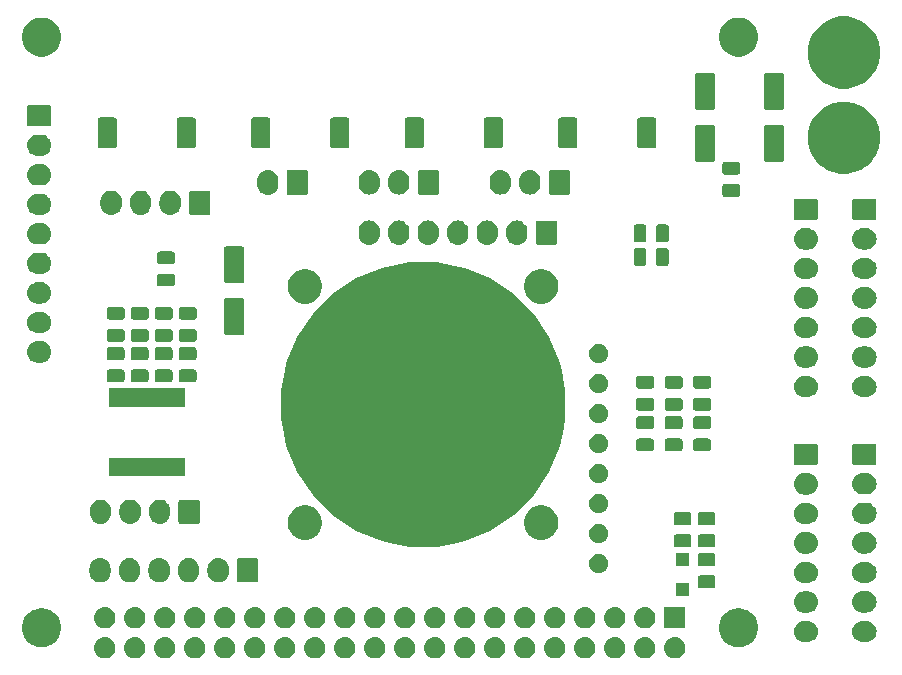
<source format=gbr>
G04 #@! TF.GenerationSoftware,KiCad,Pcbnew,(5.1.4)-1*
G04 #@! TF.CreationDate,2021-11-04T12:06:02-05:00*
G04 #@! TF.ProjectId,RascalHat,52617363-616c-4486-9174-2e6b69636164,rev?*
G04 #@! TF.SameCoordinates,Original*
G04 #@! TF.FileFunction,Soldermask,Top*
G04 #@! TF.FilePolarity,Negative*
%FSLAX46Y46*%
G04 Gerber Fmt 4.6, Leading zero omitted, Abs format (unit mm)*
G04 Created by KiCad (PCBNEW (5.1.4)-1) date 2021-11-04 12:06:02*
%MOMM*%
%LPD*%
G04 APERTURE LIST*
%ADD10C,0.100000*%
G04 APERTURE END LIST*
D10*
G36*
X56720442Y-53795518D02*
G01*
X56786627Y-53802037D01*
X56956466Y-53853557D01*
X57112991Y-53937222D01*
X57148729Y-53966552D01*
X57250186Y-54049814D01*
X57333448Y-54151271D01*
X57362778Y-54187009D01*
X57362779Y-54187011D01*
X57413775Y-54282416D01*
X57446443Y-54343534D01*
X57497963Y-54513373D01*
X57515359Y-54690000D01*
X57497963Y-54866627D01*
X57446443Y-55036466D01*
X57362778Y-55192991D01*
X57333448Y-55228729D01*
X57250186Y-55330186D01*
X57148729Y-55413448D01*
X57112991Y-55442778D01*
X56956466Y-55526443D01*
X56786627Y-55577963D01*
X56720443Y-55584481D01*
X56654260Y-55591000D01*
X56565740Y-55591000D01*
X56499557Y-55584481D01*
X56433373Y-55577963D01*
X56263534Y-55526443D01*
X56107009Y-55442778D01*
X56071271Y-55413448D01*
X55969814Y-55330186D01*
X55886552Y-55228729D01*
X55857222Y-55192991D01*
X55773557Y-55036466D01*
X55722037Y-54866627D01*
X55704641Y-54690000D01*
X55722037Y-54513373D01*
X55773557Y-54343534D01*
X55806226Y-54282416D01*
X55857221Y-54187011D01*
X55857222Y-54187009D01*
X55886552Y-54151271D01*
X55969814Y-54049814D01*
X56071271Y-53966552D01*
X56107009Y-53937222D01*
X56263534Y-53853557D01*
X56433373Y-53802037D01*
X56499558Y-53795518D01*
X56565740Y-53789000D01*
X56654260Y-53789000D01*
X56720442Y-53795518D01*
X56720442Y-53795518D01*
G37*
G36*
X31320442Y-53795518D02*
G01*
X31386627Y-53802037D01*
X31556466Y-53853557D01*
X31712991Y-53937222D01*
X31748729Y-53966552D01*
X31850186Y-54049814D01*
X31933448Y-54151271D01*
X31962778Y-54187009D01*
X31962779Y-54187011D01*
X32013775Y-54282416D01*
X32046443Y-54343534D01*
X32097963Y-54513373D01*
X32115359Y-54690000D01*
X32097963Y-54866627D01*
X32046443Y-55036466D01*
X31962778Y-55192991D01*
X31933448Y-55228729D01*
X31850186Y-55330186D01*
X31748729Y-55413448D01*
X31712991Y-55442778D01*
X31556466Y-55526443D01*
X31386627Y-55577963D01*
X31320443Y-55584481D01*
X31254260Y-55591000D01*
X31165740Y-55591000D01*
X31099557Y-55584481D01*
X31033373Y-55577963D01*
X30863534Y-55526443D01*
X30707009Y-55442778D01*
X30671271Y-55413448D01*
X30569814Y-55330186D01*
X30486552Y-55228729D01*
X30457222Y-55192991D01*
X30373557Y-55036466D01*
X30322037Y-54866627D01*
X30304641Y-54690000D01*
X30322037Y-54513373D01*
X30373557Y-54343534D01*
X30406226Y-54282416D01*
X30457221Y-54187011D01*
X30457222Y-54187009D01*
X30486552Y-54151271D01*
X30569814Y-54049814D01*
X30671271Y-53966552D01*
X30707009Y-53937222D01*
X30863534Y-53853557D01*
X31033373Y-53802037D01*
X31099558Y-53795518D01*
X31165740Y-53789000D01*
X31254260Y-53789000D01*
X31320442Y-53795518D01*
X31320442Y-53795518D01*
G37*
G36*
X49100442Y-53795518D02*
G01*
X49166627Y-53802037D01*
X49336466Y-53853557D01*
X49492991Y-53937222D01*
X49528729Y-53966552D01*
X49630186Y-54049814D01*
X49713448Y-54151271D01*
X49742778Y-54187009D01*
X49742779Y-54187011D01*
X49793775Y-54282416D01*
X49826443Y-54343534D01*
X49877963Y-54513373D01*
X49895359Y-54690000D01*
X49877963Y-54866627D01*
X49826443Y-55036466D01*
X49742778Y-55192991D01*
X49713448Y-55228729D01*
X49630186Y-55330186D01*
X49528729Y-55413448D01*
X49492991Y-55442778D01*
X49336466Y-55526443D01*
X49166627Y-55577963D01*
X49100443Y-55584481D01*
X49034260Y-55591000D01*
X48945740Y-55591000D01*
X48879557Y-55584481D01*
X48813373Y-55577963D01*
X48643534Y-55526443D01*
X48487009Y-55442778D01*
X48451271Y-55413448D01*
X48349814Y-55330186D01*
X48266552Y-55228729D01*
X48237222Y-55192991D01*
X48153557Y-55036466D01*
X48102037Y-54866627D01*
X48084641Y-54690000D01*
X48102037Y-54513373D01*
X48153557Y-54343534D01*
X48186226Y-54282416D01*
X48237221Y-54187011D01*
X48237222Y-54187009D01*
X48266552Y-54151271D01*
X48349814Y-54049814D01*
X48451271Y-53966552D01*
X48487009Y-53937222D01*
X48643534Y-53853557D01*
X48813373Y-53802037D01*
X48879558Y-53795518D01*
X48945740Y-53789000D01*
X49034260Y-53789000D01*
X49100442Y-53795518D01*
X49100442Y-53795518D01*
G37*
G36*
X51640442Y-53795518D02*
G01*
X51706627Y-53802037D01*
X51876466Y-53853557D01*
X52032991Y-53937222D01*
X52068729Y-53966552D01*
X52170186Y-54049814D01*
X52253448Y-54151271D01*
X52282778Y-54187009D01*
X52282779Y-54187011D01*
X52333775Y-54282416D01*
X52366443Y-54343534D01*
X52417963Y-54513373D01*
X52435359Y-54690000D01*
X52417963Y-54866627D01*
X52366443Y-55036466D01*
X52282778Y-55192991D01*
X52253448Y-55228729D01*
X52170186Y-55330186D01*
X52068729Y-55413448D01*
X52032991Y-55442778D01*
X51876466Y-55526443D01*
X51706627Y-55577963D01*
X51640443Y-55584481D01*
X51574260Y-55591000D01*
X51485740Y-55591000D01*
X51419557Y-55584481D01*
X51353373Y-55577963D01*
X51183534Y-55526443D01*
X51027009Y-55442778D01*
X50991271Y-55413448D01*
X50889814Y-55330186D01*
X50806552Y-55228729D01*
X50777222Y-55192991D01*
X50693557Y-55036466D01*
X50642037Y-54866627D01*
X50624641Y-54690000D01*
X50642037Y-54513373D01*
X50693557Y-54343534D01*
X50726226Y-54282416D01*
X50777221Y-54187011D01*
X50777222Y-54187009D01*
X50806552Y-54151271D01*
X50889814Y-54049814D01*
X50991271Y-53966552D01*
X51027009Y-53937222D01*
X51183534Y-53853557D01*
X51353373Y-53802037D01*
X51419558Y-53795518D01*
X51485740Y-53789000D01*
X51574260Y-53789000D01*
X51640442Y-53795518D01*
X51640442Y-53795518D01*
G37*
G36*
X46560442Y-53795518D02*
G01*
X46626627Y-53802037D01*
X46796466Y-53853557D01*
X46952991Y-53937222D01*
X46988729Y-53966552D01*
X47090186Y-54049814D01*
X47173448Y-54151271D01*
X47202778Y-54187009D01*
X47202779Y-54187011D01*
X47253775Y-54282416D01*
X47286443Y-54343534D01*
X47337963Y-54513373D01*
X47355359Y-54690000D01*
X47337963Y-54866627D01*
X47286443Y-55036466D01*
X47202778Y-55192991D01*
X47173448Y-55228729D01*
X47090186Y-55330186D01*
X46988729Y-55413448D01*
X46952991Y-55442778D01*
X46796466Y-55526443D01*
X46626627Y-55577963D01*
X46560443Y-55584481D01*
X46494260Y-55591000D01*
X46405740Y-55591000D01*
X46339557Y-55584481D01*
X46273373Y-55577963D01*
X46103534Y-55526443D01*
X45947009Y-55442778D01*
X45911271Y-55413448D01*
X45809814Y-55330186D01*
X45726552Y-55228729D01*
X45697222Y-55192991D01*
X45613557Y-55036466D01*
X45562037Y-54866627D01*
X45544641Y-54690000D01*
X45562037Y-54513373D01*
X45613557Y-54343534D01*
X45646226Y-54282416D01*
X45697221Y-54187011D01*
X45697222Y-54187009D01*
X45726552Y-54151271D01*
X45809814Y-54049814D01*
X45911271Y-53966552D01*
X45947009Y-53937222D01*
X46103534Y-53853557D01*
X46273373Y-53802037D01*
X46339558Y-53795518D01*
X46405740Y-53789000D01*
X46494260Y-53789000D01*
X46560442Y-53795518D01*
X46560442Y-53795518D01*
G37*
G36*
X44020442Y-53795518D02*
G01*
X44086627Y-53802037D01*
X44256466Y-53853557D01*
X44412991Y-53937222D01*
X44448729Y-53966552D01*
X44550186Y-54049814D01*
X44633448Y-54151271D01*
X44662778Y-54187009D01*
X44662779Y-54187011D01*
X44713775Y-54282416D01*
X44746443Y-54343534D01*
X44797963Y-54513373D01*
X44815359Y-54690000D01*
X44797963Y-54866627D01*
X44746443Y-55036466D01*
X44662778Y-55192991D01*
X44633448Y-55228729D01*
X44550186Y-55330186D01*
X44448729Y-55413448D01*
X44412991Y-55442778D01*
X44256466Y-55526443D01*
X44086627Y-55577963D01*
X44020443Y-55584481D01*
X43954260Y-55591000D01*
X43865740Y-55591000D01*
X43799557Y-55584481D01*
X43733373Y-55577963D01*
X43563534Y-55526443D01*
X43407009Y-55442778D01*
X43371271Y-55413448D01*
X43269814Y-55330186D01*
X43186552Y-55228729D01*
X43157222Y-55192991D01*
X43073557Y-55036466D01*
X43022037Y-54866627D01*
X43004641Y-54690000D01*
X43022037Y-54513373D01*
X43073557Y-54343534D01*
X43106226Y-54282416D01*
X43157221Y-54187011D01*
X43157222Y-54187009D01*
X43186552Y-54151271D01*
X43269814Y-54049814D01*
X43371271Y-53966552D01*
X43407009Y-53937222D01*
X43563534Y-53853557D01*
X43733373Y-53802037D01*
X43799558Y-53795518D01*
X43865740Y-53789000D01*
X43954260Y-53789000D01*
X44020442Y-53795518D01*
X44020442Y-53795518D01*
G37*
G36*
X41480442Y-53795518D02*
G01*
X41546627Y-53802037D01*
X41716466Y-53853557D01*
X41872991Y-53937222D01*
X41908729Y-53966552D01*
X42010186Y-54049814D01*
X42093448Y-54151271D01*
X42122778Y-54187009D01*
X42122779Y-54187011D01*
X42173775Y-54282416D01*
X42206443Y-54343534D01*
X42257963Y-54513373D01*
X42275359Y-54690000D01*
X42257963Y-54866627D01*
X42206443Y-55036466D01*
X42122778Y-55192991D01*
X42093448Y-55228729D01*
X42010186Y-55330186D01*
X41908729Y-55413448D01*
X41872991Y-55442778D01*
X41716466Y-55526443D01*
X41546627Y-55577963D01*
X41480443Y-55584481D01*
X41414260Y-55591000D01*
X41325740Y-55591000D01*
X41259557Y-55584481D01*
X41193373Y-55577963D01*
X41023534Y-55526443D01*
X40867009Y-55442778D01*
X40831271Y-55413448D01*
X40729814Y-55330186D01*
X40646552Y-55228729D01*
X40617222Y-55192991D01*
X40533557Y-55036466D01*
X40482037Y-54866627D01*
X40464641Y-54690000D01*
X40482037Y-54513373D01*
X40533557Y-54343534D01*
X40566226Y-54282416D01*
X40617221Y-54187011D01*
X40617222Y-54187009D01*
X40646552Y-54151271D01*
X40729814Y-54049814D01*
X40831271Y-53966552D01*
X40867009Y-53937222D01*
X41023534Y-53853557D01*
X41193373Y-53802037D01*
X41259558Y-53795518D01*
X41325740Y-53789000D01*
X41414260Y-53789000D01*
X41480442Y-53795518D01*
X41480442Y-53795518D01*
G37*
G36*
X38940442Y-53795518D02*
G01*
X39006627Y-53802037D01*
X39176466Y-53853557D01*
X39332991Y-53937222D01*
X39368729Y-53966552D01*
X39470186Y-54049814D01*
X39553448Y-54151271D01*
X39582778Y-54187009D01*
X39582779Y-54187011D01*
X39633775Y-54282416D01*
X39666443Y-54343534D01*
X39717963Y-54513373D01*
X39735359Y-54690000D01*
X39717963Y-54866627D01*
X39666443Y-55036466D01*
X39582778Y-55192991D01*
X39553448Y-55228729D01*
X39470186Y-55330186D01*
X39368729Y-55413448D01*
X39332991Y-55442778D01*
X39176466Y-55526443D01*
X39006627Y-55577963D01*
X38940443Y-55584481D01*
X38874260Y-55591000D01*
X38785740Y-55591000D01*
X38719557Y-55584481D01*
X38653373Y-55577963D01*
X38483534Y-55526443D01*
X38327009Y-55442778D01*
X38291271Y-55413448D01*
X38189814Y-55330186D01*
X38106552Y-55228729D01*
X38077222Y-55192991D01*
X37993557Y-55036466D01*
X37942037Y-54866627D01*
X37924641Y-54690000D01*
X37942037Y-54513373D01*
X37993557Y-54343534D01*
X38026226Y-54282416D01*
X38077221Y-54187011D01*
X38077222Y-54187009D01*
X38106552Y-54151271D01*
X38189814Y-54049814D01*
X38291271Y-53966552D01*
X38327009Y-53937222D01*
X38483534Y-53853557D01*
X38653373Y-53802037D01*
X38719558Y-53795518D01*
X38785740Y-53789000D01*
X38874260Y-53789000D01*
X38940442Y-53795518D01*
X38940442Y-53795518D01*
G37*
G36*
X36400442Y-53795518D02*
G01*
X36466627Y-53802037D01*
X36636466Y-53853557D01*
X36792991Y-53937222D01*
X36828729Y-53966552D01*
X36930186Y-54049814D01*
X37013448Y-54151271D01*
X37042778Y-54187009D01*
X37042779Y-54187011D01*
X37093775Y-54282416D01*
X37126443Y-54343534D01*
X37177963Y-54513373D01*
X37195359Y-54690000D01*
X37177963Y-54866627D01*
X37126443Y-55036466D01*
X37042778Y-55192991D01*
X37013448Y-55228729D01*
X36930186Y-55330186D01*
X36828729Y-55413448D01*
X36792991Y-55442778D01*
X36636466Y-55526443D01*
X36466627Y-55577963D01*
X36400443Y-55584481D01*
X36334260Y-55591000D01*
X36245740Y-55591000D01*
X36179557Y-55584481D01*
X36113373Y-55577963D01*
X35943534Y-55526443D01*
X35787009Y-55442778D01*
X35751271Y-55413448D01*
X35649814Y-55330186D01*
X35566552Y-55228729D01*
X35537222Y-55192991D01*
X35453557Y-55036466D01*
X35402037Y-54866627D01*
X35384641Y-54690000D01*
X35402037Y-54513373D01*
X35453557Y-54343534D01*
X35486226Y-54282416D01*
X35537221Y-54187011D01*
X35537222Y-54187009D01*
X35566552Y-54151271D01*
X35649814Y-54049814D01*
X35751271Y-53966552D01*
X35787009Y-53937222D01*
X35943534Y-53853557D01*
X36113373Y-53802037D01*
X36179558Y-53795518D01*
X36245740Y-53789000D01*
X36334260Y-53789000D01*
X36400442Y-53795518D01*
X36400442Y-53795518D01*
G37*
G36*
X33860442Y-53795518D02*
G01*
X33926627Y-53802037D01*
X34096466Y-53853557D01*
X34252991Y-53937222D01*
X34288729Y-53966552D01*
X34390186Y-54049814D01*
X34473448Y-54151271D01*
X34502778Y-54187009D01*
X34502779Y-54187011D01*
X34553775Y-54282416D01*
X34586443Y-54343534D01*
X34637963Y-54513373D01*
X34655359Y-54690000D01*
X34637963Y-54866627D01*
X34586443Y-55036466D01*
X34502778Y-55192991D01*
X34473448Y-55228729D01*
X34390186Y-55330186D01*
X34288729Y-55413448D01*
X34252991Y-55442778D01*
X34096466Y-55526443D01*
X33926627Y-55577963D01*
X33860443Y-55584481D01*
X33794260Y-55591000D01*
X33705740Y-55591000D01*
X33639557Y-55584481D01*
X33573373Y-55577963D01*
X33403534Y-55526443D01*
X33247009Y-55442778D01*
X33211271Y-55413448D01*
X33109814Y-55330186D01*
X33026552Y-55228729D01*
X32997222Y-55192991D01*
X32913557Y-55036466D01*
X32862037Y-54866627D01*
X32844641Y-54690000D01*
X32862037Y-54513373D01*
X32913557Y-54343534D01*
X32946226Y-54282416D01*
X32997221Y-54187011D01*
X32997222Y-54187009D01*
X33026552Y-54151271D01*
X33109814Y-54049814D01*
X33211271Y-53966552D01*
X33247009Y-53937222D01*
X33403534Y-53853557D01*
X33573373Y-53802037D01*
X33639558Y-53795518D01*
X33705740Y-53789000D01*
X33794260Y-53789000D01*
X33860442Y-53795518D01*
X33860442Y-53795518D01*
G37*
G36*
X54180442Y-53795518D02*
G01*
X54246627Y-53802037D01*
X54416466Y-53853557D01*
X54572991Y-53937222D01*
X54608729Y-53966552D01*
X54710186Y-54049814D01*
X54793448Y-54151271D01*
X54822778Y-54187009D01*
X54822779Y-54187011D01*
X54873775Y-54282416D01*
X54906443Y-54343534D01*
X54957963Y-54513373D01*
X54975359Y-54690000D01*
X54957963Y-54866627D01*
X54906443Y-55036466D01*
X54822778Y-55192991D01*
X54793448Y-55228729D01*
X54710186Y-55330186D01*
X54608729Y-55413448D01*
X54572991Y-55442778D01*
X54416466Y-55526443D01*
X54246627Y-55577963D01*
X54180443Y-55584481D01*
X54114260Y-55591000D01*
X54025740Y-55591000D01*
X53959557Y-55584481D01*
X53893373Y-55577963D01*
X53723534Y-55526443D01*
X53567009Y-55442778D01*
X53531271Y-55413448D01*
X53429814Y-55330186D01*
X53346552Y-55228729D01*
X53317222Y-55192991D01*
X53233557Y-55036466D01*
X53182037Y-54866627D01*
X53164641Y-54690000D01*
X53182037Y-54513373D01*
X53233557Y-54343534D01*
X53266226Y-54282416D01*
X53317221Y-54187011D01*
X53317222Y-54187009D01*
X53346552Y-54151271D01*
X53429814Y-54049814D01*
X53531271Y-53966552D01*
X53567009Y-53937222D01*
X53723534Y-53853557D01*
X53893373Y-53802037D01*
X53959558Y-53795518D01*
X54025740Y-53789000D01*
X54114260Y-53789000D01*
X54180442Y-53795518D01*
X54180442Y-53795518D01*
G37*
G36*
X26240442Y-53795518D02*
G01*
X26306627Y-53802037D01*
X26476466Y-53853557D01*
X26632991Y-53937222D01*
X26668729Y-53966552D01*
X26770186Y-54049814D01*
X26853448Y-54151271D01*
X26882778Y-54187009D01*
X26882779Y-54187011D01*
X26933775Y-54282416D01*
X26966443Y-54343534D01*
X27017963Y-54513373D01*
X27035359Y-54690000D01*
X27017963Y-54866627D01*
X26966443Y-55036466D01*
X26882778Y-55192991D01*
X26853448Y-55228729D01*
X26770186Y-55330186D01*
X26668729Y-55413448D01*
X26632991Y-55442778D01*
X26476466Y-55526443D01*
X26306627Y-55577963D01*
X26240443Y-55584481D01*
X26174260Y-55591000D01*
X26085740Y-55591000D01*
X26019557Y-55584481D01*
X25953373Y-55577963D01*
X25783534Y-55526443D01*
X25627009Y-55442778D01*
X25591271Y-55413448D01*
X25489814Y-55330186D01*
X25406552Y-55228729D01*
X25377222Y-55192991D01*
X25293557Y-55036466D01*
X25242037Y-54866627D01*
X25224641Y-54690000D01*
X25242037Y-54513373D01*
X25293557Y-54343534D01*
X25326226Y-54282416D01*
X25377221Y-54187011D01*
X25377222Y-54187009D01*
X25406552Y-54151271D01*
X25489814Y-54049814D01*
X25591271Y-53966552D01*
X25627009Y-53937222D01*
X25783534Y-53853557D01*
X25953373Y-53802037D01*
X26019558Y-53795518D01*
X26085740Y-53789000D01*
X26174260Y-53789000D01*
X26240442Y-53795518D01*
X26240442Y-53795518D01*
G37*
G36*
X23700442Y-53795518D02*
G01*
X23766627Y-53802037D01*
X23936466Y-53853557D01*
X24092991Y-53937222D01*
X24128729Y-53966552D01*
X24230186Y-54049814D01*
X24313448Y-54151271D01*
X24342778Y-54187009D01*
X24342779Y-54187011D01*
X24393775Y-54282416D01*
X24426443Y-54343534D01*
X24477963Y-54513373D01*
X24495359Y-54690000D01*
X24477963Y-54866627D01*
X24426443Y-55036466D01*
X24342778Y-55192991D01*
X24313448Y-55228729D01*
X24230186Y-55330186D01*
X24128729Y-55413448D01*
X24092991Y-55442778D01*
X23936466Y-55526443D01*
X23766627Y-55577963D01*
X23700443Y-55584481D01*
X23634260Y-55591000D01*
X23545740Y-55591000D01*
X23479557Y-55584481D01*
X23413373Y-55577963D01*
X23243534Y-55526443D01*
X23087009Y-55442778D01*
X23051271Y-55413448D01*
X22949814Y-55330186D01*
X22866552Y-55228729D01*
X22837222Y-55192991D01*
X22753557Y-55036466D01*
X22702037Y-54866627D01*
X22684641Y-54690000D01*
X22702037Y-54513373D01*
X22753557Y-54343534D01*
X22786226Y-54282416D01*
X22837221Y-54187011D01*
X22837222Y-54187009D01*
X22866552Y-54151271D01*
X22949814Y-54049814D01*
X23051271Y-53966552D01*
X23087009Y-53937222D01*
X23243534Y-53853557D01*
X23413373Y-53802037D01*
X23479558Y-53795518D01*
X23545740Y-53789000D01*
X23634260Y-53789000D01*
X23700442Y-53795518D01*
X23700442Y-53795518D01*
G37*
G36*
X21160442Y-53795518D02*
G01*
X21226627Y-53802037D01*
X21396466Y-53853557D01*
X21552991Y-53937222D01*
X21588729Y-53966552D01*
X21690186Y-54049814D01*
X21773448Y-54151271D01*
X21802778Y-54187009D01*
X21802779Y-54187011D01*
X21853775Y-54282416D01*
X21886443Y-54343534D01*
X21937963Y-54513373D01*
X21955359Y-54690000D01*
X21937963Y-54866627D01*
X21886443Y-55036466D01*
X21802778Y-55192991D01*
X21773448Y-55228729D01*
X21690186Y-55330186D01*
X21588729Y-55413448D01*
X21552991Y-55442778D01*
X21396466Y-55526443D01*
X21226627Y-55577963D01*
X21160443Y-55584481D01*
X21094260Y-55591000D01*
X21005740Y-55591000D01*
X20939557Y-55584481D01*
X20873373Y-55577963D01*
X20703534Y-55526443D01*
X20547009Y-55442778D01*
X20511271Y-55413448D01*
X20409814Y-55330186D01*
X20326552Y-55228729D01*
X20297222Y-55192991D01*
X20213557Y-55036466D01*
X20162037Y-54866627D01*
X20144641Y-54690000D01*
X20162037Y-54513373D01*
X20213557Y-54343534D01*
X20246226Y-54282416D01*
X20297221Y-54187011D01*
X20297222Y-54187009D01*
X20326552Y-54151271D01*
X20409814Y-54049814D01*
X20511271Y-53966552D01*
X20547009Y-53937222D01*
X20703534Y-53853557D01*
X20873373Y-53802037D01*
X20939558Y-53795518D01*
X21005740Y-53789000D01*
X21094260Y-53789000D01*
X21160442Y-53795518D01*
X21160442Y-53795518D01*
G37*
G36*
X18620442Y-53795518D02*
G01*
X18686627Y-53802037D01*
X18856466Y-53853557D01*
X19012991Y-53937222D01*
X19048729Y-53966552D01*
X19150186Y-54049814D01*
X19233448Y-54151271D01*
X19262778Y-54187009D01*
X19262779Y-54187011D01*
X19313775Y-54282416D01*
X19346443Y-54343534D01*
X19397963Y-54513373D01*
X19415359Y-54690000D01*
X19397963Y-54866627D01*
X19346443Y-55036466D01*
X19262778Y-55192991D01*
X19233448Y-55228729D01*
X19150186Y-55330186D01*
X19048729Y-55413448D01*
X19012991Y-55442778D01*
X18856466Y-55526443D01*
X18686627Y-55577963D01*
X18620443Y-55584481D01*
X18554260Y-55591000D01*
X18465740Y-55591000D01*
X18399557Y-55584481D01*
X18333373Y-55577963D01*
X18163534Y-55526443D01*
X18007009Y-55442778D01*
X17971271Y-55413448D01*
X17869814Y-55330186D01*
X17786552Y-55228729D01*
X17757222Y-55192991D01*
X17673557Y-55036466D01*
X17622037Y-54866627D01*
X17604641Y-54690000D01*
X17622037Y-54513373D01*
X17673557Y-54343534D01*
X17706226Y-54282416D01*
X17757221Y-54187011D01*
X17757222Y-54187009D01*
X17786552Y-54151271D01*
X17869814Y-54049814D01*
X17971271Y-53966552D01*
X18007009Y-53937222D01*
X18163534Y-53853557D01*
X18333373Y-53802037D01*
X18399558Y-53795518D01*
X18465740Y-53789000D01*
X18554260Y-53789000D01*
X18620442Y-53795518D01*
X18620442Y-53795518D01*
G37*
G36*
X16080442Y-53795518D02*
G01*
X16146627Y-53802037D01*
X16316466Y-53853557D01*
X16472991Y-53937222D01*
X16508729Y-53966552D01*
X16610186Y-54049814D01*
X16693448Y-54151271D01*
X16722778Y-54187009D01*
X16722779Y-54187011D01*
X16773775Y-54282416D01*
X16806443Y-54343534D01*
X16857963Y-54513373D01*
X16875359Y-54690000D01*
X16857963Y-54866627D01*
X16806443Y-55036466D01*
X16722778Y-55192991D01*
X16693448Y-55228729D01*
X16610186Y-55330186D01*
X16508729Y-55413448D01*
X16472991Y-55442778D01*
X16316466Y-55526443D01*
X16146627Y-55577963D01*
X16080443Y-55584481D01*
X16014260Y-55591000D01*
X15925740Y-55591000D01*
X15859557Y-55584481D01*
X15793373Y-55577963D01*
X15623534Y-55526443D01*
X15467009Y-55442778D01*
X15431271Y-55413448D01*
X15329814Y-55330186D01*
X15246552Y-55228729D01*
X15217222Y-55192991D01*
X15133557Y-55036466D01*
X15082037Y-54866627D01*
X15064641Y-54690000D01*
X15082037Y-54513373D01*
X15133557Y-54343534D01*
X15166226Y-54282416D01*
X15217221Y-54187011D01*
X15217222Y-54187009D01*
X15246552Y-54151271D01*
X15329814Y-54049814D01*
X15431271Y-53966552D01*
X15467009Y-53937222D01*
X15623534Y-53853557D01*
X15793373Y-53802037D01*
X15859558Y-53795518D01*
X15925740Y-53789000D01*
X16014260Y-53789000D01*
X16080442Y-53795518D01*
X16080442Y-53795518D01*
G37*
G36*
X13540442Y-53795518D02*
G01*
X13606627Y-53802037D01*
X13776466Y-53853557D01*
X13932991Y-53937222D01*
X13968729Y-53966552D01*
X14070186Y-54049814D01*
X14153448Y-54151271D01*
X14182778Y-54187009D01*
X14182779Y-54187011D01*
X14233775Y-54282416D01*
X14266443Y-54343534D01*
X14317963Y-54513373D01*
X14335359Y-54690000D01*
X14317963Y-54866627D01*
X14266443Y-55036466D01*
X14182778Y-55192991D01*
X14153448Y-55228729D01*
X14070186Y-55330186D01*
X13968729Y-55413448D01*
X13932991Y-55442778D01*
X13776466Y-55526443D01*
X13606627Y-55577963D01*
X13540443Y-55584481D01*
X13474260Y-55591000D01*
X13385740Y-55591000D01*
X13319557Y-55584481D01*
X13253373Y-55577963D01*
X13083534Y-55526443D01*
X12927009Y-55442778D01*
X12891271Y-55413448D01*
X12789814Y-55330186D01*
X12706552Y-55228729D01*
X12677222Y-55192991D01*
X12593557Y-55036466D01*
X12542037Y-54866627D01*
X12524641Y-54690000D01*
X12542037Y-54513373D01*
X12593557Y-54343534D01*
X12626226Y-54282416D01*
X12677221Y-54187011D01*
X12677222Y-54187009D01*
X12706552Y-54151271D01*
X12789814Y-54049814D01*
X12891271Y-53966552D01*
X12927009Y-53937222D01*
X13083534Y-53853557D01*
X13253373Y-53802037D01*
X13319558Y-53795518D01*
X13385740Y-53789000D01*
X13474260Y-53789000D01*
X13540442Y-53795518D01*
X13540442Y-53795518D01*
G37*
G36*
X11000442Y-53795518D02*
G01*
X11066627Y-53802037D01*
X11236466Y-53853557D01*
X11392991Y-53937222D01*
X11428729Y-53966552D01*
X11530186Y-54049814D01*
X11613448Y-54151271D01*
X11642778Y-54187009D01*
X11642779Y-54187011D01*
X11693775Y-54282416D01*
X11726443Y-54343534D01*
X11777963Y-54513373D01*
X11795359Y-54690000D01*
X11777963Y-54866627D01*
X11726443Y-55036466D01*
X11642778Y-55192991D01*
X11613448Y-55228729D01*
X11530186Y-55330186D01*
X11428729Y-55413448D01*
X11392991Y-55442778D01*
X11236466Y-55526443D01*
X11066627Y-55577963D01*
X11000443Y-55584481D01*
X10934260Y-55591000D01*
X10845740Y-55591000D01*
X10779557Y-55584481D01*
X10713373Y-55577963D01*
X10543534Y-55526443D01*
X10387009Y-55442778D01*
X10351271Y-55413448D01*
X10249814Y-55330186D01*
X10166552Y-55228729D01*
X10137222Y-55192991D01*
X10053557Y-55036466D01*
X10002037Y-54866627D01*
X9984641Y-54690000D01*
X10002037Y-54513373D01*
X10053557Y-54343534D01*
X10086226Y-54282416D01*
X10137221Y-54187011D01*
X10137222Y-54187009D01*
X10166552Y-54151271D01*
X10249814Y-54049814D01*
X10351271Y-53966552D01*
X10387009Y-53937222D01*
X10543534Y-53853557D01*
X10713373Y-53802037D01*
X10779558Y-53795518D01*
X10845740Y-53789000D01*
X10934260Y-53789000D01*
X11000442Y-53795518D01*
X11000442Y-53795518D01*
G37*
G36*
X8460442Y-53795518D02*
G01*
X8526627Y-53802037D01*
X8696466Y-53853557D01*
X8852991Y-53937222D01*
X8888729Y-53966552D01*
X8990186Y-54049814D01*
X9073448Y-54151271D01*
X9102778Y-54187009D01*
X9102779Y-54187011D01*
X9153775Y-54282416D01*
X9186443Y-54343534D01*
X9237963Y-54513373D01*
X9255359Y-54690000D01*
X9237963Y-54866627D01*
X9186443Y-55036466D01*
X9102778Y-55192991D01*
X9073448Y-55228729D01*
X8990186Y-55330186D01*
X8888729Y-55413448D01*
X8852991Y-55442778D01*
X8696466Y-55526443D01*
X8526627Y-55577963D01*
X8460443Y-55584481D01*
X8394260Y-55591000D01*
X8305740Y-55591000D01*
X8239557Y-55584481D01*
X8173373Y-55577963D01*
X8003534Y-55526443D01*
X7847009Y-55442778D01*
X7811271Y-55413448D01*
X7709814Y-55330186D01*
X7626552Y-55228729D01*
X7597222Y-55192991D01*
X7513557Y-55036466D01*
X7462037Y-54866627D01*
X7444641Y-54690000D01*
X7462037Y-54513373D01*
X7513557Y-54343534D01*
X7546226Y-54282416D01*
X7597221Y-54187011D01*
X7597222Y-54187009D01*
X7626552Y-54151271D01*
X7709814Y-54049814D01*
X7811271Y-53966552D01*
X7847009Y-53937222D01*
X8003534Y-53853557D01*
X8173373Y-53802037D01*
X8239558Y-53795518D01*
X8305740Y-53789000D01*
X8394260Y-53789000D01*
X8460442Y-53795518D01*
X8460442Y-53795518D01*
G37*
G36*
X28780442Y-53795518D02*
G01*
X28846627Y-53802037D01*
X29016466Y-53853557D01*
X29172991Y-53937222D01*
X29208729Y-53966552D01*
X29310186Y-54049814D01*
X29393448Y-54151271D01*
X29422778Y-54187009D01*
X29422779Y-54187011D01*
X29473775Y-54282416D01*
X29506443Y-54343534D01*
X29557963Y-54513373D01*
X29575359Y-54690000D01*
X29557963Y-54866627D01*
X29506443Y-55036466D01*
X29422778Y-55192991D01*
X29393448Y-55228729D01*
X29310186Y-55330186D01*
X29208729Y-55413448D01*
X29172991Y-55442778D01*
X29016466Y-55526443D01*
X28846627Y-55577963D01*
X28780443Y-55584481D01*
X28714260Y-55591000D01*
X28625740Y-55591000D01*
X28559557Y-55584481D01*
X28493373Y-55577963D01*
X28323534Y-55526443D01*
X28167009Y-55442778D01*
X28131271Y-55413448D01*
X28029814Y-55330186D01*
X27946552Y-55228729D01*
X27917222Y-55192991D01*
X27833557Y-55036466D01*
X27782037Y-54866627D01*
X27764641Y-54690000D01*
X27782037Y-54513373D01*
X27833557Y-54343534D01*
X27866226Y-54282416D01*
X27917221Y-54187011D01*
X27917222Y-54187009D01*
X27946552Y-54151271D01*
X28029814Y-54049814D01*
X28131271Y-53966552D01*
X28167009Y-53937222D01*
X28323534Y-53853557D01*
X28493373Y-53802037D01*
X28559558Y-53795518D01*
X28625740Y-53789000D01*
X28714260Y-53789000D01*
X28780442Y-53795518D01*
X28780442Y-53795518D01*
G37*
G36*
X62375256Y-51391298D02*
G01*
X62481579Y-51412447D01*
X62589588Y-51457186D01*
X62716644Y-51509814D01*
X62782042Y-51536903D01*
X63052451Y-51717585D01*
X63282415Y-51947549D01*
X63463097Y-52217958D01*
X63578460Y-52496468D01*
X63587553Y-52518422D01*
X63646350Y-52814011D01*
X63651000Y-52837391D01*
X63651000Y-53162609D01*
X63587553Y-53481579D01*
X63463097Y-53782042D01*
X63282415Y-54052451D01*
X63052451Y-54282415D01*
X62782042Y-54463097D01*
X62481579Y-54587553D01*
X62375256Y-54608702D01*
X62162611Y-54651000D01*
X61837389Y-54651000D01*
X61624744Y-54608702D01*
X61518421Y-54587553D01*
X61217958Y-54463097D01*
X60947549Y-54282415D01*
X60717585Y-54052451D01*
X60536903Y-53782042D01*
X60412447Y-53481579D01*
X60349000Y-53162609D01*
X60349000Y-52837391D01*
X60353651Y-52814011D01*
X60412447Y-52518422D01*
X60421541Y-52496468D01*
X60536903Y-52217958D01*
X60717585Y-51947549D01*
X60947549Y-51717585D01*
X61217958Y-51536903D01*
X61283357Y-51509814D01*
X61410412Y-51457186D01*
X61518421Y-51412447D01*
X61624744Y-51391298D01*
X61837389Y-51349000D01*
X62162611Y-51349000D01*
X62375256Y-51391298D01*
X62375256Y-51391298D01*
G37*
G36*
X3375256Y-51391298D02*
G01*
X3481579Y-51412447D01*
X3589588Y-51457186D01*
X3716644Y-51509814D01*
X3782042Y-51536903D01*
X4052451Y-51717585D01*
X4282415Y-51947549D01*
X4463097Y-52217958D01*
X4578460Y-52496468D01*
X4587553Y-52518422D01*
X4646350Y-52814011D01*
X4651000Y-52837391D01*
X4651000Y-53162609D01*
X4587553Y-53481579D01*
X4463097Y-53782042D01*
X4282415Y-54052451D01*
X4052451Y-54282415D01*
X3782042Y-54463097D01*
X3481579Y-54587553D01*
X3375256Y-54608702D01*
X3162611Y-54651000D01*
X2837389Y-54651000D01*
X2624744Y-54608702D01*
X2518421Y-54587553D01*
X2217958Y-54463097D01*
X1947549Y-54282415D01*
X1717585Y-54052451D01*
X1536903Y-53782042D01*
X1412447Y-53481579D01*
X1349000Y-53162609D01*
X1349000Y-52837391D01*
X1353651Y-52814011D01*
X1412447Y-52518422D01*
X1421541Y-52496468D01*
X1536903Y-52217958D01*
X1717585Y-51947549D01*
X1947549Y-51717585D01*
X2217958Y-51536903D01*
X2283357Y-51509814D01*
X2410412Y-51457186D01*
X2518421Y-51412447D01*
X2624744Y-51391298D01*
X2837389Y-51349000D01*
X3162611Y-51349000D01*
X3375256Y-51391298D01*
X3375256Y-51391298D01*
G37*
G36*
X67946442Y-52427518D02*
G01*
X68012627Y-52434037D01*
X68182466Y-52485557D01*
X68338991Y-52569222D01*
X68374729Y-52598552D01*
X68476186Y-52681814D01*
X68559448Y-52783271D01*
X68588778Y-52819009D01*
X68672443Y-52975534D01*
X68723963Y-53145373D01*
X68741359Y-53322000D01*
X68723963Y-53498627D01*
X68672443Y-53668466D01*
X68588778Y-53824991D01*
X68559448Y-53860729D01*
X68476186Y-53962186D01*
X68374729Y-54045448D01*
X68338991Y-54074778D01*
X68182466Y-54158443D01*
X68012627Y-54209963D01*
X67946443Y-54216481D01*
X67880260Y-54223000D01*
X67541740Y-54223000D01*
X67475557Y-54216481D01*
X67409373Y-54209963D01*
X67239534Y-54158443D01*
X67083009Y-54074778D01*
X67047271Y-54045448D01*
X66945814Y-53962186D01*
X66862552Y-53860729D01*
X66833222Y-53824991D01*
X66749557Y-53668466D01*
X66698037Y-53498627D01*
X66680641Y-53322000D01*
X66698037Y-53145373D01*
X66749557Y-52975534D01*
X66833222Y-52819009D01*
X66862552Y-52783271D01*
X66945814Y-52681814D01*
X67047271Y-52598552D01*
X67083009Y-52569222D01*
X67239534Y-52485557D01*
X67409373Y-52434037D01*
X67475557Y-52427519D01*
X67541740Y-52421000D01*
X67880260Y-52421000D01*
X67946442Y-52427518D01*
X67946442Y-52427518D01*
G37*
G36*
X72884025Y-52421000D02*
G01*
X72965627Y-52429037D01*
X73135466Y-52480557D01*
X73291991Y-52564222D01*
X73298082Y-52569221D01*
X73429186Y-52676814D01*
X73512448Y-52778271D01*
X73541778Y-52814009D01*
X73625443Y-52970534D01*
X73676963Y-53140373D01*
X73694359Y-53317000D01*
X73676963Y-53493627D01*
X73625443Y-53663466D01*
X73541778Y-53819991D01*
X73514231Y-53853557D01*
X73429186Y-53957186D01*
X73327729Y-54040448D01*
X73291991Y-54069778D01*
X73135466Y-54153443D01*
X72965627Y-54204963D01*
X72914860Y-54209963D01*
X72833260Y-54218000D01*
X72494740Y-54218000D01*
X72413140Y-54209963D01*
X72362373Y-54204963D01*
X72192534Y-54153443D01*
X72036009Y-54069778D01*
X72000271Y-54040448D01*
X71898814Y-53957186D01*
X71813769Y-53853557D01*
X71786222Y-53819991D01*
X71702557Y-53663466D01*
X71651037Y-53493627D01*
X71633641Y-53317000D01*
X71651037Y-53140373D01*
X71702557Y-52970534D01*
X71786222Y-52814009D01*
X71815552Y-52778271D01*
X71898814Y-52676814D01*
X72029918Y-52569221D01*
X72036009Y-52564222D01*
X72192534Y-52480557D01*
X72362373Y-52429037D01*
X72443975Y-52421000D01*
X72494740Y-52416000D01*
X72833260Y-52416000D01*
X72884025Y-52421000D01*
X72884025Y-52421000D01*
G37*
G36*
X28780443Y-51255519D02*
G01*
X28846627Y-51262037D01*
X29016466Y-51313557D01*
X29172991Y-51397222D01*
X29208729Y-51426552D01*
X29310186Y-51509814D01*
X29393448Y-51611271D01*
X29422778Y-51647009D01*
X29506443Y-51803534D01*
X29557963Y-51973373D01*
X29575359Y-52150000D01*
X29557963Y-52326627D01*
X29506443Y-52496466D01*
X29422778Y-52652991D01*
X29393448Y-52688729D01*
X29310186Y-52790186D01*
X29208729Y-52873448D01*
X29172991Y-52902778D01*
X29016466Y-52986443D01*
X28846627Y-53037963D01*
X28780442Y-53044482D01*
X28714260Y-53051000D01*
X28625740Y-53051000D01*
X28559558Y-53044482D01*
X28493373Y-53037963D01*
X28323534Y-52986443D01*
X28167009Y-52902778D01*
X28131271Y-52873448D01*
X28029814Y-52790186D01*
X27946552Y-52688729D01*
X27917222Y-52652991D01*
X27833557Y-52496466D01*
X27782037Y-52326627D01*
X27764641Y-52150000D01*
X27782037Y-51973373D01*
X27833557Y-51803534D01*
X27917222Y-51647009D01*
X27946552Y-51611271D01*
X28029814Y-51509814D01*
X28131271Y-51426552D01*
X28167009Y-51397222D01*
X28323534Y-51313557D01*
X28493373Y-51262037D01*
X28559558Y-51255518D01*
X28625740Y-51249000D01*
X28714260Y-51249000D01*
X28780443Y-51255519D01*
X28780443Y-51255519D01*
G37*
G36*
X54180443Y-51255519D02*
G01*
X54246627Y-51262037D01*
X54416466Y-51313557D01*
X54572991Y-51397222D01*
X54608729Y-51426552D01*
X54710186Y-51509814D01*
X54793448Y-51611271D01*
X54822778Y-51647009D01*
X54906443Y-51803534D01*
X54957963Y-51973373D01*
X54975359Y-52150000D01*
X54957963Y-52326627D01*
X54906443Y-52496466D01*
X54822778Y-52652991D01*
X54793448Y-52688729D01*
X54710186Y-52790186D01*
X54608729Y-52873448D01*
X54572991Y-52902778D01*
X54416466Y-52986443D01*
X54246627Y-53037963D01*
X54180442Y-53044482D01*
X54114260Y-53051000D01*
X54025740Y-53051000D01*
X53959558Y-53044482D01*
X53893373Y-53037963D01*
X53723534Y-52986443D01*
X53567009Y-52902778D01*
X53531271Y-52873448D01*
X53429814Y-52790186D01*
X53346552Y-52688729D01*
X53317222Y-52652991D01*
X53233557Y-52496466D01*
X53182037Y-52326627D01*
X53164641Y-52150000D01*
X53182037Y-51973373D01*
X53233557Y-51803534D01*
X53317222Y-51647009D01*
X53346552Y-51611271D01*
X53429814Y-51509814D01*
X53531271Y-51426552D01*
X53567009Y-51397222D01*
X53723534Y-51313557D01*
X53893373Y-51262037D01*
X53959558Y-51255518D01*
X54025740Y-51249000D01*
X54114260Y-51249000D01*
X54180443Y-51255519D01*
X54180443Y-51255519D01*
G37*
G36*
X49100443Y-51255519D02*
G01*
X49166627Y-51262037D01*
X49336466Y-51313557D01*
X49492991Y-51397222D01*
X49528729Y-51426552D01*
X49630186Y-51509814D01*
X49713448Y-51611271D01*
X49742778Y-51647009D01*
X49826443Y-51803534D01*
X49877963Y-51973373D01*
X49895359Y-52150000D01*
X49877963Y-52326627D01*
X49826443Y-52496466D01*
X49742778Y-52652991D01*
X49713448Y-52688729D01*
X49630186Y-52790186D01*
X49528729Y-52873448D01*
X49492991Y-52902778D01*
X49336466Y-52986443D01*
X49166627Y-53037963D01*
X49100442Y-53044482D01*
X49034260Y-53051000D01*
X48945740Y-53051000D01*
X48879558Y-53044482D01*
X48813373Y-53037963D01*
X48643534Y-52986443D01*
X48487009Y-52902778D01*
X48451271Y-52873448D01*
X48349814Y-52790186D01*
X48266552Y-52688729D01*
X48237222Y-52652991D01*
X48153557Y-52496466D01*
X48102037Y-52326627D01*
X48084641Y-52150000D01*
X48102037Y-51973373D01*
X48153557Y-51803534D01*
X48237222Y-51647009D01*
X48266552Y-51611271D01*
X48349814Y-51509814D01*
X48451271Y-51426552D01*
X48487009Y-51397222D01*
X48643534Y-51313557D01*
X48813373Y-51262037D01*
X48879558Y-51255518D01*
X48945740Y-51249000D01*
X49034260Y-51249000D01*
X49100443Y-51255519D01*
X49100443Y-51255519D01*
G37*
G36*
X51640443Y-51255519D02*
G01*
X51706627Y-51262037D01*
X51876466Y-51313557D01*
X52032991Y-51397222D01*
X52068729Y-51426552D01*
X52170186Y-51509814D01*
X52253448Y-51611271D01*
X52282778Y-51647009D01*
X52366443Y-51803534D01*
X52417963Y-51973373D01*
X52435359Y-52150000D01*
X52417963Y-52326627D01*
X52366443Y-52496466D01*
X52282778Y-52652991D01*
X52253448Y-52688729D01*
X52170186Y-52790186D01*
X52068729Y-52873448D01*
X52032991Y-52902778D01*
X51876466Y-52986443D01*
X51706627Y-53037963D01*
X51640442Y-53044482D01*
X51574260Y-53051000D01*
X51485740Y-53051000D01*
X51419558Y-53044482D01*
X51353373Y-53037963D01*
X51183534Y-52986443D01*
X51027009Y-52902778D01*
X50991271Y-52873448D01*
X50889814Y-52790186D01*
X50806552Y-52688729D01*
X50777222Y-52652991D01*
X50693557Y-52496466D01*
X50642037Y-52326627D01*
X50624641Y-52150000D01*
X50642037Y-51973373D01*
X50693557Y-51803534D01*
X50777222Y-51647009D01*
X50806552Y-51611271D01*
X50889814Y-51509814D01*
X50991271Y-51426552D01*
X51027009Y-51397222D01*
X51183534Y-51313557D01*
X51353373Y-51262037D01*
X51419558Y-51255518D01*
X51485740Y-51249000D01*
X51574260Y-51249000D01*
X51640443Y-51255519D01*
X51640443Y-51255519D01*
G37*
G36*
X31320443Y-51255519D02*
G01*
X31386627Y-51262037D01*
X31556466Y-51313557D01*
X31712991Y-51397222D01*
X31748729Y-51426552D01*
X31850186Y-51509814D01*
X31933448Y-51611271D01*
X31962778Y-51647009D01*
X32046443Y-51803534D01*
X32097963Y-51973373D01*
X32115359Y-52150000D01*
X32097963Y-52326627D01*
X32046443Y-52496466D01*
X31962778Y-52652991D01*
X31933448Y-52688729D01*
X31850186Y-52790186D01*
X31748729Y-52873448D01*
X31712991Y-52902778D01*
X31556466Y-52986443D01*
X31386627Y-53037963D01*
X31320442Y-53044482D01*
X31254260Y-53051000D01*
X31165740Y-53051000D01*
X31099558Y-53044482D01*
X31033373Y-53037963D01*
X30863534Y-52986443D01*
X30707009Y-52902778D01*
X30671271Y-52873448D01*
X30569814Y-52790186D01*
X30486552Y-52688729D01*
X30457222Y-52652991D01*
X30373557Y-52496466D01*
X30322037Y-52326627D01*
X30304641Y-52150000D01*
X30322037Y-51973373D01*
X30373557Y-51803534D01*
X30457222Y-51647009D01*
X30486552Y-51611271D01*
X30569814Y-51509814D01*
X30671271Y-51426552D01*
X30707009Y-51397222D01*
X30863534Y-51313557D01*
X31033373Y-51262037D01*
X31099558Y-51255518D01*
X31165740Y-51249000D01*
X31254260Y-51249000D01*
X31320443Y-51255519D01*
X31320443Y-51255519D01*
G37*
G36*
X26240443Y-51255519D02*
G01*
X26306627Y-51262037D01*
X26476466Y-51313557D01*
X26632991Y-51397222D01*
X26668729Y-51426552D01*
X26770186Y-51509814D01*
X26853448Y-51611271D01*
X26882778Y-51647009D01*
X26966443Y-51803534D01*
X27017963Y-51973373D01*
X27035359Y-52150000D01*
X27017963Y-52326627D01*
X26966443Y-52496466D01*
X26882778Y-52652991D01*
X26853448Y-52688729D01*
X26770186Y-52790186D01*
X26668729Y-52873448D01*
X26632991Y-52902778D01*
X26476466Y-52986443D01*
X26306627Y-53037963D01*
X26240442Y-53044482D01*
X26174260Y-53051000D01*
X26085740Y-53051000D01*
X26019558Y-53044482D01*
X25953373Y-53037963D01*
X25783534Y-52986443D01*
X25627009Y-52902778D01*
X25591271Y-52873448D01*
X25489814Y-52790186D01*
X25406552Y-52688729D01*
X25377222Y-52652991D01*
X25293557Y-52496466D01*
X25242037Y-52326627D01*
X25224641Y-52150000D01*
X25242037Y-51973373D01*
X25293557Y-51803534D01*
X25377222Y-51647009D01*
X25406552Y-51611271D01*
X25489814Y-51509814D01*
X25591271Y-51426552D01*
X25627009Y-51397222D01*
X25783534Y-51313557D01*
X25953373Y-51262037D01*
X26019558Y-51255518D01*
X26085740Y-51249000D01*
X26174260Y-51249000D01*
X26240443Y-51255519D01*
X26240443Y-51255519D01*
G37*
G36*
X33860443Y-51255519D02*
G01*
X33926627Y-51262037D01*
X34096466Y-51313557D01*
X34252991Y-51397222D01*
X34288729Y-51426552D01*
X34390186Y-51509814D01*
X34473448Y-51611271D01*
X34502778Y-51647009D01*
X34586443Y-51803534D01*
X34637963Y-51973373D01*
X34655359Y-52150000D01*
X34637963Y-52326627D01*
X34586443Y-52496466D01*
X34502778Y-52652991D01*
X34473448Y-52688729D01*
X34390186Y-52790186D01*
X34288729Y-52873448D01*
X34252991Y-52902778D01*
X34096466Y-52986443D01*
X33926627Y-53037963D01*
X33860442Y-53044482D01*
X33794260Y-53051000D01*
X33705740Y-53051000D01*
X33639558Y-53044482D01*
X33573373Y-53037963D01*
X33403534Y-52986443D01*
X33247009Y-52902778D01*
X33211271Y-52873448D01*
X33109814Y-52790186D01*
X33026552Y-52688729D01*
X32997222Y-52652991D01*
X32913557Y-52496466D01*
X32862037Y-52326627D01*
X32844641Y-52150000D01*
X32862037Y-51973373D01*
X32913557Y-51803534D01*
X32997222Y-51647009D01*
X33026552Y-51611271D01*
X33109814Y-51509814D01*
X33211271Y-51426552D01*
X33247009Y-51397222D01*
X33403534Y-51313557D01*
X33573373Y-51262037D01*
X33639558Y-51255518D01*
X33705740Y-51249000D01*
X33794260Y-51249000D01*
X33860443Y-51255519D01*
X33860443Y-51255519D01*
G37*
G36*
X23700443Y-51255519D02*
G01*
X23766627Y-51262037D01*
X23936466Y-51313557D01*
X24092991Y-51397222D01*
X24128729Y-51426552D01*
X24230186Y-51509814D01*
X24313448Y-51611271D01*
X24342778Y-51647009D01*
X24426443Y-51803534D01*
X24477963Y-51973373D01*
X24495359Y-52150000D01*
X24477963Y-52326627D01*
X24426443Y-52496466D01*
X24342778Y-52652991D01*
X24313448Y-52688729D01*
X24230186Y-52790186D01*
X24128729Y-52873448D01*
X24092991Y-52902778D01*
X23936466Y-52986443D01*
X23766627Y-53037963D01*
X23700442Y-53044482D01*
X23634260Y-53051000D01*
X23545740Y-53051000D01*
X23479558Y-53044482D01*
X23413373Y-53037963D01*
X23243534Y-52986443D01*
X23087009Y-52902778D01*
X23051271Y-52873448D01*
X22949814Y-52790186D01*
X22866552Y-52688729D01*
X22837222Y-52652991D01*
X22753557Y-52496466D01*
X22702037Y-52326627D01*
X22684641Y-52150000D01*
X22702037Y-51973373D01*
X22753557Y-51803534D01*
X22837222Y-51647009D01*
X22866552Y-51611271D01*
X22949814Y-51509814D01*
X23051271Y-51426552D01*
X23087009Y-51397222D01*
X23243534Y-51313557D01*
X23413373Y-51262037D01*
X23479558Y-51255518D01*
X23545740Y-51249000D01*
X23634260Y-51249000D01*
X23700443Y-51255519D01*
X23700443Y-51255519D01*
G37*
G36*
X36400443Y-51255519D02*
G01*
X36466627Y-51262037D01*
X36636466Y-51313557D01*
X36792991Y-51397222D01*
X36828729Y-51426552D01*
X36930186Y-51509814D01*
X37013448Y-51611271D01*
X37042778Y-51647009D01*
X37126443Y-51803534D01*
X37177963Y-51973373D01*
X37195359Y-52150000D01*
X37177963Y-52326627D01*
X37126443Y-52496466D01*
X37042778Y-52652991D01*
X37013448Y-52688729D01*
X36930186Y-52790186D01*
X36828729Y-52873448D01*
X36792991Y-52902778D01*
X36636466Y-52986443D01*
X36466627Y-53037963D01*
X36400442Y-53044482D01*
X36334260Y-53051000D01*
X36245740Y-53051000D01*
X36179558Y-53044482D01*
X36113373Y-53037963D01*
X35943534Y-52986443D01*
X35787009Y-52902778D01*
X35751271Y-52873448D01*
X35649814Y-52790186D01*
X35566552Y-52688729D01*
X35537222Y-52652991D01*
X35453557Y-52496466D01*
X35402037Y-52326627D01*
X35384641Y-52150000D01*
X35402037Y-51973373D01*
X35453557Y-51803534D01*
X35537222Y-51647009D01*
X35566552Y-51611271D01*
X35649814Y-51509814D01*
X35751271Y-51426552D01*
X35787009Y-51397222D01*
X35943534Y-51313557D01*
X36113373Y-51262037D01*
X36179558Y-51255518D01*
X36245740Y-51249000D01*
X36334260Y-51249000D01*
X36400443Y-51255519D01*
X36400443Y-51255519D01*
G37*
G36*
X21160443Y-51255519D02*
G01*
X21226627Y-51262037D01*
X21396466Y-51313557D01*
X21552991Y-51397222D01*
X21588729Y-51426552D01*
X21690186Y-51509814D01*
X21773448Y-51611271D01*
X21802778Y-51647009D01*
X21886443Y-51803534D01*
X21937963Y-51973373D01*
X21955359Y-52150000D01*
X21937963Y-52326627D01*
X21886443Y-52496466D01*
X21802778Y-52652991D01*
X21773448Y-52688729D01*
X21690186Y-52790186D01*
X21588729Y-52873448D01*
X21552991Y-52902778D01*
X21396466Y-52986443D01*
X21226627Y-53037963D01*
X21160442Y-53044482D01*
X21094260Y-53051000D01*
X21005740Y-53051000D01*
X20939558Y-53044482D01*
X20873373Y-53037963D01*
X20703534Y-52986443D01*
X20547009Y-52902778D01*
X20511271Y-52873448D01*
X20409814Y-52790186D01*
X20326552Y-52688729D01*
X20297222Y-52652991D01*
X20213557Y-52496466D01*
X20162037Y-52326627D01*
X20144641Y-52150000D01*
X20162037Y-51973373D01*
X20213557Y-51803534D01*
X20297222Y-51647009D01*
X20326552Y-51611271D01*
X20409814Y-51509814D01*
X20511271Y-51426552D01*
X20547009Y-51397222D01*
X20703534Y-51313557D01*
X20873373Y-51262037D01*
X20939558Y-51255518D01*
X21005740Y-51249000D01*
X21094260Y-51249000D01*
X21160443Y-51255519D01*
X21160443Y-51255519D01*
G37*
G36*
X18620443Y-51255519D02*
G01*
X18686627Y-51262037D01*
X18856466Y-51313557D01*
X19012991Y-51397222D01*
X19048729Y-51426552D01*
X19150186Y-51509814D01*
X19233448Y-51611271D01*
X19262778Y-51647009D01*
X19346443Y-51803534D01*
X19397963Y-51973373D01*
X19415359Y-52150000D01*
X19397963Y-52326627D01*
X19346443Y-52496466D01*
X19262778Y-52652991D01*
X19233448Y-52688729D01*
X19150186Y-52790186D01*
X19048729Y-52873448D01*
X19012991Y-52902778D01*
X18856466Y-52986443D01*
X18686627Y-53037963D01*
X18620442Y-53044482D01*
X18554260Y-53051000D01*
X18465740Y-53051000D01*
X18399558Y-53044482D01*
X18333373Y-53037963D01*
X18163534Y-52986443D01*
X18007009Y-52902778D01*
X17971271Y-52873448D01*
X17869814Y-52790186D01*
X17786552Y-52688729D01*
X17757222Y-52652991D01*
X17673557Y-52496466D01*
X17622037Y-52326627D01*
X17604641Y-52150000D01*
X17622037Y-51973373D01*
X17673557Y-51803534D01*
X17757222Y-51647009D01*
X17786552Y-51611271D01*
X17869814Y-51509814D01*
X17971271Y-51426552D01*
X18007009Y-51397222D01*
X18163534Y-51313557D01*
X18333373Y-51262037D01*
X18399558Y-51255518D01*
X18465740Y-51249000D01*
X18554260Y-51249000D01*
X18620443Y-51255519D01*
X18620443Y-51255519D01*
G37*
G36*
X41480443Y-51255519D02*
G01*
X41546627Y-51262037D01*
X41716466Y-51313557D01*
X41872991Y-51397222D01*
X41908729Y-51426552D01*
X42010186Y-51509814D01*
X42093448Y-51611271D01*
X42122778Y-51647009D01*
X42206443Y-51803534D01*
X42257963Y-51973373D01*
X42275359Y-52150000D01*
X42257963Y-52326627D01*
X42206443Y-52496466D01*
X42122778Y-52652991D01*
X42093448Y-52688729D01*
X42010186Y-52790186D01*
X41908729Y-52873448D01*
X41872991Y-52902778D01*
X41716466Y-52986443D01*
X41546627Y-53037963D01*
X41480442Y-53044482D01*
X41414260Y-53051000D01*
X41325740Y-53051000D01*
X41259558Y-53044482D01*
X41193373Y-53037963D01*
X41023534Y-52986443D01*
X40867009Y-52902778D01*
X40831271Y-52873448D01*
X40729814Y-52790186D01*
X40646552Y-52688729D01*
X40617222Y-52652991D01*
X40533557Y-52496466D01*
X40482037Y-52326627D01*
X40464641Y-52150000D01*
X40482037Y-51973373D01*
X40533557Y-51803534D01*
X40617222Y-51647009D01*
X40646552Y-51611271D01*
X40729814Y-51509814D01*
X40831271Y-51426552D01*
X40867009Y-51397222D01*
X41023534Y-51313557D01*
X41193373Y-51262037D01*
X41259558Y-51255518D01*
X41325740Y-51249000D01*
X41414260Y-51249000D01*
X41480443Y-51255519D01*
X41480443Y-51255519D01*
G37*
G36*
X57511000Y-53051000D02*
G01*
X55709000Y-53051000D01*
X55709000Y-51249000D01*
X57511000Y-51249000D01*
X57511000Y-53051000D01*
X57511000Y-53051000D01*
G37*
G36*
X46560443Y-51255519D02*
G01*
X46626627Y-51262037D01*
X46796466Y-51313557D01*
X46952991Y-51397222D01*
X46988729Y-51426552D01*
X47090186Y-51509814D01*
X47173448Y-51611271D01*
X47202778Y-51647009D01*
X47286443Y-51803534D01*
X47337963Y-51973373D01*
X47355359Y-52150000D01*
X47337963Y-52326627D01*
X47286443Y-52496466D01*
X47202778Y-52652991D01*
X47173448Y-52688729D01*
X47090186Y-52790186D01*
X46988729Y-52873448D01*
X46952991Y-52902778D01*
X46796466Y-52986443D01*
X46626627Y-53037963D01*
X46560442Y-53044482D01*
X46494260Y-53051000D01*
X46405740Y-53051000D01*
X46339558Y-53044482D01*
X46273373Y-53037963D01*
X46103534Y-52986443D01*
X45947009Y-52902778D01*
X45911271Y-52873448D01*
X45809814Y-52790186D01*
X45726552Y-52688729D01*
X45697222Y-52652991D01*
X45613557Y-52496466D01*
X45562037Y-52326627D01*
X45544641Y-52150000D01*
X45562037Y-51973373D01*
X45613557Y-51803534D01*
X45697222Y-51647009D01*
X45726552Y-51611271D01*
X45809814Y-51509814D01*
X45911271Y-51426552D01*
X45947009Y-51397222D01*
X46103534Y-51313557D01*
X46273373Y-51262037D01*
X46339558Y-51255518D01*
X46405740Y-51249000D01*
X46494260Y-51249000D01*
X46560443Y-51255519D01*
X46560443Y-51255519D01*
G37*
G36*
X8460443Y-51255519D02*
G01*
X8526627Y-51262037D01*
X8696466Y-51313557D01*
X8852991Y-51397222D01*
X8888729Y-51426552D01*
X8990186Y-51509814D01*
X9073448Y-51611271D01*
X9102778Y-51647009D01*
X9186443Y-51803534D01*
X9237963Y-51973373D01*
X9255359Y-52150000D01*
X9237963Y-52326627D01*
X9186443Y-52496466D01*
X9102778Y-52652991D01*
X9073448Y-52688729D01*
X8990186Y-52790186D01*
X8888729Y-52873448D01*
X8852991Y-52902778D01*
X8696466Y-52986443D01*
X8526627Y-53037963D01*
X8460442Y-53044482D01*
X8394260Y-53051000D01*
X8305740Y-53051000D01*
X8239558Y-53044482D01*
X8173373Y-53037963D01*
X8003534Y-52986443D01*
X7847009Y-52902778D01*
X7811271Y-52873448D01*
X7709814Y-52790186D01*
X7626552Y-52688729D01*
X7597222Y-52652991D01*
X7513557Y-52496466D01*
X7462037Y-52326627D01*
X7444641Y-52150000D01*
X7462037Y-51973373D01*
X7513557Y-51803534D01*
X7597222Y-51647009D01*
X7626552Y-51611271D01*
X7709814Y-51509814D01*
X7811271Y-51426552D01*
X7847009Y-51397222D01*
X8003534Y-51313557D01*
X8173373Y-51262037D01*
X8239557Y-51255519D01*
X8305740Y-51249000D01*
X8394260Y-51249000D01*
X8460443Y-51255519D01*
X8460443Y-51255519D01*
G37*
G36*
X11000443Y-51255519D02*
G01*
X11066627Y-51262037D01*
X11236466Y-51313557D01*
X11392991Y-51397222D01*
X11428729Y-51426552D01*
X11530186Y-51509814D01*
X11613448Y-51611271D01*
X11642778Y-51647009D01*
X11726443Y-51803534D01*
X11777963Y-51973373D01*
X11795359Y-52150000D01*
X11777963Y-52326627D01*
X11726443Y-52496466D01*
X11642778Y-52652991D01*
X11613448Y-52688729D01*
X11530186Y-52790186D01*
X11428729Y-52873448D01*
X11392991Y-52902778D01*
X11236466Y-52986443D01*
X11066627Y-53037963D01*
X11000442Y-53044482D01*
X10934260Y-53051000D01*
X10845740Y-53051000D01*
X10779558Y-53044482D01*
X10713373Y-53037963D01*
X10543534Y-52986443D01*
X10387009Y-52902778D01*
X10351271Y-52873448D01*
X10249814Y-52790186D01*
X10166552Y-52688729D01*
X10137222Y-52652991D01*
X10053557Y-52496466D01*
X10002037Y-52326627D01*
X9984641Y-52150000D01*
X10002037Y-51973373D01*
X10053557Y-51803534D01*
X10137222Y-51647009D01*
X10166552Y-51611271D01*
X10249814Y-51509814D01*
X10351271Y-51426552D01*
X10387009Y-51397222D01*
X10543534Y-51313557D01*
X10713373Y-51262037D01*
X10779557Y-51255519D01*
X10845740Y-51249000D01*
X10934260Y-51249000D01*
X11000443Y-51255519D01*
X11000443Y-51255519D01*
G37*
G36*
X44020443Y-51255519D02*
G01*
X44086627Y-51262037D01*
X44256466Y-51313557D01*
X44412991Y-51397222D01*
X44448729Y-51426552D01*
X44550186Y-51509814D01*
X44633448Y-51611271D01*
X44662778Y-51647009D01*
X44746443Y-51803534D01*
X44797963Y-51973373D01*
X44815359Y-52150000D01*
X44797963Y-52326627D01*
X44746443Y-52496466D01*
X44662778Y-52652991D01*
X44633448Y-52688729D01*
X44550186Y-52790186D01*
X44448729Y-52873448D01*
X44412991Y-52902778D01*
X44256466Y-52986443D01*
X44086627Y-53037963D01*
X44020442Y-53044482D01*
X43954260Y-53051000D01*
X43865740Y-53051000D01*
X43799558Y-53044482D01*
X43733373Y-53037963D01*
X43563534Y-52986443D01*
X43407009Y-52902778D01*
X43371271Y-52873448D01*
X43269814Y-52790186D01*
X43186552Y-52688729D01*
X43157222Y-52652991D01*
X43073557Y-52496466D01*
X43022037Y-52326627D01*
X43004641Y-52150000D01*
X43022037Y-51973373D01*
X43073557Y-51803534D01*
X43157222Y-51647009D01*
X43186552Y-51611271D01*
X43269814Y-51509814D01*
X43371271Y-51426552D01*
X43407009Y-51397222D01*
X43563534Y-51313557D01*
X43733373Y-51262037D01*
X43799558Y-51255518D01*
X43865740Y-51249000D01*
X43954260Y-51249000D01*
X44020443Y-51255519D01*
X44020443Y-51255519D01*
G37*
G36*
X13540443Y-51255519D02*
G01*
X13606627Y-51262037D01*
X13776466Y-51313557D01*
X13932991Y-51397222D01*
X13968729Y-51426552D01*
X14070186Y-51509814D01*
X14153448Y-51611271D01*
X14182778Y-51647009D01*
X14266443Y-51803534D01*
X14317963Y-51973373D01*
X14335359Y-52150000D01*
X14317963Y-52326627D01*
X14266443Y-52496466D01*
X14182778Y-52652991D01*
X14153448Y-52688729D01*
X14070186Y-52790186D01*
X13968729Y-52873448D01*
X13932991Y-52902778D01*
X13776466Y-52986443D01*
X13606627Y-53037963D01*
X13540442Y-53044482D01*
X13474260Y-53051000D01*
X13385740Y-53051000D01*
X13319558Y-53044482D01*
X13253373Y-53037963D01*
X13083534Y-52986443D01*
X12927009Y-52902778D01*
X12891271Y-52873448D01*
X12789814Y-52790186D01*
X12706552Y-52688729D01*
X12677222Y-52652991D01*
X12593557Y-52496466D01*
X12542037Y-52326627D01*
X12524641Y-52150000D01*
X12542037Y-51973373D01*
X12593557Y-51803534D01*
X12677222Y-51647009D01*
X12706552Y-51611271D01*
X12789814Y-51509814D01*
X12891271Y-51426552D01*
X12927009Y-51397222D01*
X13083534Y-51313557D01*
X13253373Y-51262037D01*
X13319557Y-51255519D01*
X13385740Y-51249000D01*
X13474260Y-51249000D01*
X13540443Y-51255519D01*
X13540443Y-51255519D01*
G37*
G36*
X16080443Y-51255519D02*
G01*
X16146627Y-51262037D01*
X16316466Y-51313557D01*
X16472991Y-51397222D01*
X16508729Y-51426552D01*
X16610186Y-51509814D01*
X16693448Y-51611271D01*
X16722778Y-51647009D01*
X16806443Y-51803534D01*
X16857963Y-51973373D01*
X16875359Y-52150000D01*
X16857963Y-52326627D01*
X16806443Y-52496466D01*
X16722778Y-52652991D01*
X16693448Y-52688729D01*
X16610186Y-52790186D01*
X16508729Y-52873448D01*
X16472991Y-52902778D01*
X16316466Y-52986443D01*
X16146627Y-53037963D01*
X16080442Y-53044482D01*
X16014260Y-53051000D01*
X15925740Y-53051000D01*
X15859558Y-53044482D01*
X15793373Y-53037963D01*
X15623534Y-52986443D01*
X15467009Y-52902778D01*
X15431271Y-52873448D01*
X15329814Y-52790186D01*
X15246552Y-52688729D01*
X15217222Y-52652991D01*
X15133557Y-52496466D01*
X15082037Y-52326627D01*
X15064641Y-52150000D01*
X15082037Y-51973373D01*
X15133557Y-51803534D01*
X15217222Y-51647009D01*
X15246552Y-51611271D01*
X15329814Y-51509814D01*
X15431271Y-51426552D01*
X15467009Y-51397222D01*
X15623534Y-51313557D01*
X15793373Y-51262037D01*
X15859557Y-51255519D01*
X15925740Y-51249000D01*
X16014260Y-51249000D01*
X16080443Y-51255519D01*
X16080443Y-51255519D01*
G37*
G36*
X38940443Y-51255519D02*
G01*
X39006627Y-51262037D01*
X39176466Y-51313557D01*
X39332991Y-51397222D01*
X39368729Y-51426552D01*
X39470186Y-51509814D01*
X39553448Y-51611271D01*
X39582778Y-51647009D01*
X39666443Y-51803534D01*
X39717963Y-51973373D01*
X39735359Y-52150000D01*
X39717963Y-52326627D01*
X39666443Y-52496466D01*
X39582778Y-52652991D01*
X39553448Y-52688729D01*
X39470186Y-52790186D01*
X39368729Y-52873448D01*
X39332991Y-52902778D01*
X39176466Y-52986443D01*
X39006627Y-53037963D01*
X38940442Y-53044482D01*
X38874260Y-53051000D01*
X38785740Y-53051000D01*
X38719558Y-53044482D01*
X38653373Y-53037963D01*
X38483534Y-52986443D01*
X38327009Y-52902778D01*
X38291271Y-52873448D01*
X38189814Y-52790186D01*
X38106552Y-52688729D01*
X38077222Y-52652991D01*
X37993557Y-52496466D01*
X37942037Y-52326627D01*
X37924641Y-52150000D01*
X37942037Y-51973373D01*
X37993557Y-51803534D01*
X38077222Y-51647009D01*
X38106552Y-51611271D01*
X38189814Y-51509814D01*
X38291271Y-51426552D01*
X38327009Y-51397222D01*
X38483534Y-51313557D01*
X38653373Y-51262037D01*
X38719558Y-51255518D01*
X38785740Y-51249000D01*
X38874260Y-51249000D01*
X38940443Y-51255519D01*
X38940443Y-51255519D01*
G37*
G36*
X67946443Y-49927519D02*
G01*
X68012627Y-49934037D01*
X68182466Y-49985557D01*
X68338991Y-50069222D01*
X68374729Y-50098552D01*
X68476186Y-50181814D01*
X68559448Y-50283271D01*
X68588778Y-50319009D01*
X68672443Y-50475534D01*
X68723963Y-50645373D01*
X68741359Y-50822000D01*
X68723963Y-50998627D01*
X68672443Y-51168466D01*
X68588778Y-51324991D01*
X68569074Y-51349000D01*
X68476186Y-51462186D01*
X68374729Y-51545448D01*
X68338991Y-51574778D01*
X68182466Y-51658443D01*
X68012627Y-51709963D01*
X67946442Y-51716482D01*
X67880260Y-51723000D01*
X67541740Y-51723000D01*
X67475557Y-51716481D01*
X67409373Y-51709963D01*
X67239534Y-51658443D01*
X67083009Y-51574778D01*
X67047271Y-51545448D01*
X66945814Y-51462186D01*
X66852926Y-51349000D01*
X66833222Y-51324991D01*
X66749557Y-51168466D01*
X66698037Y-50998627D01*
X66680641Y-50822000D01*
X66698037Y-50645373D01*
X66749557Y-50475534D01*
X66833222Y-50319009D01*
X66862552Y-50283271D01*
X66945814Y-50181814D01*
X67047271Y-50098552D01*
X67083009Y-50069222D01*
X67239534Y-49985557D01*
X67409373Y-49934037D01*
X67475558Y-49927518D01*
X67541740Y-49921000D01*
X67880260Y-49921000D01*
X67946443Y-49927519D01*
X67946443Y-49927519D01*
G37*
G36*
X72884025Y-49921000D02*
G01*
X72965627Y-49929037D01*
X73135466Y-49980557D01*
X73291991Y-50064222D01*
X73298082Y-50069221D01*
X73429186Y-50176814D01*
X73512448Y-50278271D01*
X73541778Y-50314009D01*
X73625443Y-50470534D01*
X73676963Y-50640373D01*
X73694359Y-50817000D01*
X73676963Y-50993627D01*
X73625443Y-51163466D01*
X73541778Y-51319991D01*
X73517971Y-51349000D01*
X73429186Y-51457186D01*
X73365056Y-51509815D01*
X73291991Y-51569778D01*
X73135466Y-51653443D01*
X72965627Y-51704963D01*
X72914860Y-51709963D01*
X72833260Y-51718000D01*
X72494740Y-51718000D01*
X72413140Y-51709963D01*
X72362373Y-51704963D01*
X72192534Y-51653443D01*
X72036009Y-51569778D01*
X71962944Y-51509815D01*
X71898814Y-51457186D01*
X71810029Y-51349000D01*
X71786222Y-51319991D01*
X71702557Y-51163466D01*
X71651037Y-50993627D01*
X71633641Y-50817000D01*
X71651037Y-50640373D01*
X71702557Y-50470534D01*
X71786222Y-50314009D01*
X71815552Y-50278271D01*
X71898814Y-50176814D01*
X72029918Y-50069221D01*
X72036009Y-50064222D01*
X72192534Y-49980557D01*
X72362373Y-49929037D01*
X72443975Y-49921000D01*
X72494740Y-49916000D01*
X72833260Y-49916000D01*
X72884025Y-49921000D01*
X72884025Y-49921000D01*
G37*
G36*
X57825000Y-50308000D02*
G01*
X56723000Y-50308000D01*
X56723000Y-49206000D01*
X57825000Y-49206000D01*
X57825000Y-50308000D01*
X57825000Y-50308000D01*
G37*
G36*
X59890468Y-48578065D02*
G01*
X59929138Y-48589796D01*
X59964777Y-48608846D01*
X59996017Y-48634483D01*
X60021654Y-48665723D01*
X60040704Y-48701362D01*
X60052435Y-48740032D01*
X60057000Y-48786388D01*
X60057000Y-49437612D01*
X60052435Y-49483968D01*
X60040704Y-49522638D01*
X60021654Y-49558277D01*
X59996017Y-49589517D01*
X59964777Y-49615154D01*
X59929138Y-49634204D01*
X59890468Y-49645935D01*
X59844112Y-49650500D01*
X58767888Y-49650500D01*
X58721532Y-49645935D01*
X58682862Y-49634204D01*
X58647223Y-49615154D01*
X58615983Y-49589517D01*
X58590346Y-49558277D01*
X58571296Y-49522638D01*
X58559565Y-49483968D01*
X58555000Y-49437612D01*
X58555000Y-48786388D01*
X58559565Y-48740032D01*
X58571296Y-48701362D01*
X58590346Y-48665723D01*
X58615983Y-48634483D01*
X58647223Y-48608846D01*
X58682862Y-48589796D01*
X58721532Y-48578065D01*
X58767888Y-48573500D01*
X59844112Y-48573500D01*
X59890468Y-48578065D01*
X59890468Y-48578065D01*
G37*
G36*
X67946442Y-47427518D02*
G01*
X68012627Y-47434037D01*
X68182466Y-47485557D01*
X68338991Y-47569222D01*
X68374729Y-47598552D01*
X68476186Y-47681814D01*
X68553071Y-47775500D01*
X68588778Y-47819009D01*
X68588779Y-47819011D01*
X68666140Y-47963741D01*
X68672443Y-47975534D01*
X68723963Y-48145373D01*
X68741359Y-48322000D01*
X68723963Y-48498627D01*
X68672443Y-48668466D01*
X68588778Y-48824991D01*
X68574203Y-48842750D01*
X68476186Y-48962186D01*
X68409881Y-49016600D01*
X68338991Y-49074778D01*
X68182466Y-49158443D01*
X68012627Y-49209963D01*
X67946443Y-49216481D01*
X67880260Y-49223000D01*
X67541740Y-49223000D01*
X67475557Y-49216481D01*
X67409373Y-49209963D01*
X67239534Y-49158443D01*
X67083009Y-49074778D01*
X67012119Y-49016600D01*
X66945814Y-48962186D01*
X66847797Y-48842750D01*
X66833222Y-48824991D01*
X66749557Y-48668466D01*
X66698037Y-48498627D01*
X66680641Y-48322000D01*
X66698037Y-48145373D01*
X66749557Y-47975534D01*
X66755861Y-47963741D01*
X66833221Y-47819011D01*
X66833222Y-47819009D01*
X66868929Y-47775500D01*
X66945814Y-47681814D01*
X67047271Y-47598552D01*
X67083009Y-47569222D01*
X67239534Y-47485557D01*
X67409373Y-47434037D01*
X67475558Y-47427518D01*
X67541740Y-47421000D01*
X67880260Y-47421000D01*
X67946442Y-47427518D01*
X67946442Y-47427518D01*
G37*
G36*
X72884025Y-47421000D02*
G01*
X72965627Y-47429037D01*
X73135466Y-47480557D01*
X73135468Y-47480558D01*
X73162348Y-47494926D01*
X73291991Y-47564222D01*
X73298082Y-47569221D01*
X73429186Y-47676814D01*
X73505928Y-47770326D01*
X73541778Y-47814009D01*
X73625443Y-47970534D01*
X73676963Y-48140373D01*
X73694359Y-48317000D01*
X73676963Y-48493627D01*
X73625443Y-48663466D01*
X73541778Y-48819991D01*
X73523100Y-48842750D01*
X73429186Y-48957186D01*
X73327729Y-49040448D01*
X73291991Y-49069778D01*
X73135466Y-49153443D01*
X72965627Y-49204963D01*
X72914860Y-49209963D01*
X72833260Y-49218000D01*
X72494740Y-49218000D01*
X72413140Y-49209963D01*
X72362373Y-49204963D01*
X72192534Y-49153443D01*
X72036009Y-49069778D01*
X72000271Y-49040448D01*
X71898814Y-48957186D01*
X71804900Y-48842750D01*
X71786222Y-48819991D01*
X71702557Y-48663466D01*
X71651037Y-48493627D01*
X71633641Y-48317000D01*
X71651037Y-48140373D01*
X71702557Y-47970534D01*
X71786222Y-47814009D01*
X71822072Y-47770326D01*
X71898814Y-47676814D01*
X72029918Y-47569221D01*
X72036009Y-47564222D01*
X72165652Y-47494926D01*
X72192532Y-47480558D01*
X72192534Y-47480557D01*
X72362373Y-47429037D01*
X72443975Y-47421000D01*
X72494740Y-47416000D01*
X72833260Y-47416000D01*
X72884025Y-47421000D01*
X72884025Y-47421000D01*
G37*
G36*
X8123627Y-47120037D02*
G01*
X8293466Y-47171557D01*
X8449991Y-47255222D01*
X8485729Y-47284552D01*
X8587186Y-47367814D01*
X8670448Y-47469271D01*
X8699778Y-47505009D01*
X8783443Y-47661534D01*
X8834963Y-47831374D01*
X8848000Y-47963743D01*
X8848000Y-48302258D01*
X8834963Y-48434627D01*
X8783443Y-48604466D01*
X8699778Y-48760991D01*
X8670448Y-48796729D01*
X8587186Y-48898186D01*
X8449989Y-49010779D01*
X8293467Y-49094442D01*
X8293465Y-49094443D01*
X8123626Y-49145963D01*
X7947000Y-49163359D01*
X7770373Y-49145963D01*
X7600534Y-49094443D01*
X7563746Y-49074779D01*
X7444011Y-49010779D01*
X7444009Y-49010778D01*
X7401750Y-48976097D01*
X7306814Y-48898186D01*
X7194221Y-48760989D01*
X7110558Y-48604467D01*
X7107381Y-48593995D01*
X7059037Y-48434626D01*
X7046000Y-48302257D01*
X7046000Y-47963742D01*
X7046359Y-47960101D01*
X7059037Y-47831375D01*
X7059037Y-47831373D01*
X7110557Y-47661534D01*
X7194222Y-47505009D01*
X7306815Y-47367815D01*
X7444010Y-47255222D01*
X7600535Y-47171557D01*
X7770374Y-47120037D01*
X7947000Y-47102641D01*
X8123627Y-47120037D01*
X8123627Y-47120037D01*
G37*
G36*
X10623627Y-47120037D02*
G01*
X10793466Y-47171557D01*
X10949991Y-47255222D01*
X10985729Y-47284552D01*
X11087186Y-47367814D01*
X11170448Y-47469271D01*
X11199778Y-47505009D01*
X11283443Y-47661534D01*
X11334963Y-47831374D01*
X11348000Y-47963743D01*
X11348000Y-48302258D01*
X11334963Y-48434627D01*
X11283443Y-48604466D01*
X11199778Y-48760991D01*
X11170448Y-48796729D01*
X11087186Y-48898186D01*
X10949989Y-49010779D01*
X10793467Y-49094442D01*
X10793465Y-49094443D01*
X10623626Y-49145963D01*
X10447000Y-49163359D01*
X10270373Y-49145963D01*
X10100534Y-49094443D01*
X10063746Y-49074779D01*
X9944011Y-49010779D01*
X9944009Y-49010778D01*
X9901750Y-48976097D01*
X9806814Y-48898186D01*
X9694221Y-48760989D01*
X9610558Y-48604467D01*
X9607381Y-48593995D01*
X9559037Y-48434626D01*
X9546000Y-48302257D01*
X9546000Y-47963742D01*
X9546359Y-47960101D01*
X9559037Y-47831375D01*
X9559037Y-47831373D01*
X9610557Y-47661534D01*
X9694222Y-47505009D01*
X9806815Y-47367815D01*
X9944010Y-47255222D01*
X10100535Y-47171557D01*
X10270374Y-47120037D01*
X10447000Y-47102641D01*
X10623627Y-47120037D01*
X10623627Y-47120037D01*
G37*
G36*
X15623627Y-47120037D02*
G01*
X15793466Y-47171557D01*
X15949991Y-47255222D01*
X15985729Y-47284552D01*
X16087186Y-47367814D01*
X16170448Y-47469271D01*
X16199778Y-47505009D01*
X16283443Y-47661534D01*
X16334963Y-47831374D01*
X16348000Y-47963743D01*
X16348000Y-48302258D01*
X16334963Y-48434627D01*
X16283443Y-48604466D01*
X16199778Y-48760991D01*
X16170448Y-48796729D01*
X16087186Y-48898186D01*
X15949989Y-49010779D01*
X15793467Y-49094442D01*
X15793465Y-49094443D01*
X15623626Y-49145963D01*
X15447000Y-49163359D01*
X15270373Y-49145963D01*
X15100534Y-49094443D01*
X15063746Y-49074779D01*
X14944011Y-49010779D01*
X14944009Y-49010778D01*
X14901750Y-48976097D01*
X14806814Y-48898186D01*
X14694221Y-48760989D01*
X14610558Y-48604467D01*
X14607381Y-48593995D01*
X14559037Y-48434626D01*
X14546000Y-48302257D01*
X14546000Y-47963742D01*
X14546359Y-47960101D01*
X14559037Y-47831375D01*
X14559037Y-47831373D01*
X14610557Y-47661534D01*
X14694222Y-47505009D01*
X14806815Y-47367815D01*
X14944010Y-47255222D01*
X15100535Y-47171557D01*
X15270374Y-47120037D01*
X15447000Y-47102641D01*
X15623627Y-47120037D01*
X15623627Y-47120037D01*
G37*
G36*
X13123627Y-47120037D02*
G01*
X13293466Y-47171557D01*
X13449991Y-47255222D01*
X13485729Y-47284552D01*
X13587186Y-47367814D01*
X13670448Y-47469271D01*
X13699778Y-47505009D01*
X13783443Y-47661534D01*
X13834963Y-47831374D01*
X13848000Y-47963743D01*
X13848000Y-48302258D01*
X13834963Y-48434627D01*
X13783443Y-48604466D01*
X13699778Y-48760991D01*
X13670448Y-48796729D01*
X13587186Y-48898186D01*
X13449989Y-49010779D01*
X13293467Y-49094442D01*
X13293465Y-49094443D01*
X13123626Y-49145963D01*
X12947000Y-49163359D01*
X12770373Y-49145963D01*
X12600534Y-49094443D01*
X12563746Y-49074779D01*
X12444011Y-49010779D01*
X12444009Y-49010778D01*
X12401750Y-48976097D01*
X12306814Y-48898186D01*
X12194221Y-48760989D01*
X12110558Y-48604467D01*
X12107381Y-48593995D01*
X12059037Y-48434626D01*
X12046000Y-48302257D01*
X12046000Y-47963742D01*
X12046359Y-47960101D01*
X12059037Y-47831375D01*
X12059037Y-47831373D01*
X12110557Y-47661534D01*
X12194222Y-47505009D01*
X12306815Y-47367815D01*
X12444010Y-47255222D01*
X12600535Y-47171557D01*
X12770374Y-47120037D01*
X12947000Y-47102641D01*
X13123627Y-47120037D01*
X13123627Y-47120037D01*
G37*
G36*
X18123627Y-47120037D02*
G01*
X18293466Y-47171557D01*
X18449991Y-47255222D01*
X18485729Y-47284552D01*
X18587186Y-47367814D01*
X18670448Y-47469271D01*
X18699778Y-47505009D01*
X18783443Y-47661534D01*
X18834963Y-47831374D01*
X18848000Y-47963743D01*
X18848000Y-48302258D01*
X18834963Y-48434627D01*
X18783443Y-48604466D01*
X18699778Y-48760991D01*
X18670448Y-48796729D01*
X18587186Y-48898186D01*
X18449989Y-49010779D01*
X18293467Y-49094442D01*
X18293465Y-49094443D01*
X18123626Y-49145963D01*
X17947000Y-49163359D01*
X17770373Y-49145963D01*
X17600534Y-49094443D01*
X17563746Y-49074779D01*
X17444011Y-49010779D01*
X17444009Y-49010778D01*
X17401750Y-48976097D01*
X17306814Y-48898186D01*
X17194221Y-48760989D01*
X17110558Y-48604467D01*
X17107381Y-48593995D01*
X17059037Y-48434626D01*
X17046000Y-48302257D01*
X17046000Y-47963742D01*
X17046359Y-47960101D01*
X17059037Y-47831375D01*
X17059037Y-47831373D01*
X17110557Y-47661534D01*
X17194222Y-47505009D01*
X17306815Y-47367815D01*
X17444010Y-47255222D01*
X17600535Y-47171557D01*
X17770374Y-47120037D01*
X17947000Y-47102641D01*
X18123627Y-47120037D01*
X18123627Y-47120037D01*
G37*
G36*
X21205600Y-47110989D02*
G01*
X21238652Y-47121015D01*
X21269103Y-47137292D01*
X21295799Y-47159201D01*
X21317708Y-47185897D01*
X21333985Y-47216348D01*
X21344011Y-47249400D01*
X21348000Y-47289903D01*
X21348000Y-48976097D01*
X21344011Y-49016600D01*
X21333985Y-49049652D01*
X21317708Y-49080103D01*
X21295799Y-49106799D01*
X21269103Y-49128708D01*
X21238652Y-49144985D01*
X21205600Y-49155011D01*
X21165097Y-49159000D01*
X19728903Y-49159000D01*
X19688400Y-49155011D01*
X19655348Y-49144985D01*
X19624897Y-49128708D01*
X19598201Y-49106799D01*
X19576292Y-49080103D01*
X19560015Y-49049652D01*
X19549989Y-49016600D01*
X19546000Y-48976097D01*
X19546000Y-47289903D01*
X19549989Y-47249400D01*
X19560015Y-47216348D01*
X19576292Y-47185897D01*
X19598201Y-47159201D01*
X19624897Y-47137292D01*
X19655348Y-47121015D01*
X19688400Y-47110989D01*
X19728903Y-47107000D01*
X21165097Y-47107000D01*
X21205600Y-47110989D01*
X21205600Y-47110989D01*
G37*
G36*
X50402142Y-46793242D02*
G01*
X50550101Y-46854529D01*
X50683255Y-46943499D01*
X50796501Y-47056745D01*
X50885471Y-47189899D01*
X50946758Y-47337858D01*
X50978000Y-47494925D01*
X50978000Y-47655075D01*
X50946758Y-47812142D01*
X50885471Y-47960101D01*
X50796501Y-48093255D01*
X50683255Y-48206501D01*
X50550101Y-48295471D01*
X50402142Y-48356758D01*
X50245075Y-48388000D01*
X50084925Y-48388000D01*
X49927858Y-48356758D01*
X49779899Y-48295471D01*
X49646745Y-48206501D01*
X49533499Y-48093255D01*
X49444529Y-47960101D01*
X49383242Y-47812142D01*
X49352000Y-47655075D01*
X49352000Y-47494925D01*
X49383242Y-47337858D01*
X49444529Y-47189899D01*
X49533499Y-47056745D01*
X49646745Y-46943499D01*
X49779899Y-46854529D01*
X49927858Y-46793242D01*
X50084925Y-46762000D01*
X50245075Y-46762000D01*
X50402142Y-46793242D01*
X50402142Y-46793242D01*
G37*
G36*
X57825000Y-47808000D02*
G01*
X56723000Y-47808000D01*
X56723000Y-46706000D01*
X57825000Y-46706000D01*
X57825000Y-47808000D01*
X57825000Y-47808000D01*
G37*
G36*
X59890468Y-46703065D02*
G01*
X59929138Y-46714796D01*
X59964777Y-46733846D01*
X59996017Y-46759483D01*
X60021654Y-46790723D01*
X60040704Y-46826362D01*
X60052435Y-46865032D01*
X60057000Y-46911388D01*
X60057000Y-47562612D01*
X60052435Y-47608968D01*
X60040704Y-47647638D01*
X60021654Y-47683277D01*
X59996017Y-47714517D01*
X59964777Y-47740154D01*
X59929138Y-47759204D01*
X59890468Y-47770935D01*
X59844112Y-47775500D01*
X58767888Y-47775500D01*
X58721532Y-47770935D01*
X58682862Y-47759204D01*
X58647223Y-47740154D01*
X58615983Y-47714517D01*
X58590346Y-47683277D01*
X58571296Y-47647638D01*
X58559565Y-47608968D01*
X58555000Y-47562612D01*
X58555000Y-46911388D01*
X58559565Y-46865032D01*
X58571296Y-46826362D01*
X58590346Y-46790723D01*
X58615983Y-46759483D01*
X58647223Y-46733846D01*
X58682862Y-46714796D01*
X58721532Y-46703065D01*
X58767888Y-46698500D01*
X59844112Y-46698500D01*
X59890468Y-46703065D01*
X59890468Y-46703065D01*
G37*
G36*
X67946442Y-44927518D02*
G01*
X68012627Y-44934037D01*
X68182466Y-44985557D01*
X68338991Y-45069222D01*
X68371620Y-45096000D01*
X68476186Y-45181814D01*
X68550315Y-45272142D01*
X68588778Y-45319009D01*
X68672443Y-45475534D01*
X68723963Y-45645373D01*
X68741359Y-45822000D01*
X68723963Y-45998627D01*
X68672443Y-46168466D01*
X68588778Y-46324991D01*
X68559448Y-46360729D01*
X68476186Y-46462186D01*
X68374729Y-46545448D01*
X68338991Y-46574778D01*
X68182466Y-46658443D01*
X68012627Y-46709963D01*
X67946443Y-46716481D01*
X67880260Y-46723000D01*
X67541740Y-46723000D01*
X67475558Y-46716482D01*
X67409373Y-46709963D01*
X67239534Y-46658443D01*
X67083009Y-46574778D01*
X67047271Y-46545448D01*
X66945814Y-46462186D01*
X66862552Y-46360729D01*
X66833222Y-46324991D01*
X66749557Y-46168466D01*
X66698037Y-45998627D01*
X66680641Y-45822000D01*
X66698037Y-45645373D01*
X66749557Y-45475534D01*
X66833222Y-45319009D01*
X66871685Y-45272142D01*
X66945814Y-45181814D01*
X67050380Y-45096000D01*
X67083009Y-45069222D01*
X67239534Y-44985557D01*
X67409373Y-44934037D01*
X67475558Y-44927518D01*
X67541740Y-44921000D01*
X67880260Y-44921000D01*
X67946442Y-44927518D01*
X67946442Y-44927518D01*
G37*
G36*
X72884025Y-44921000D02*
G01*
X72965627Y-44929037D01*
X73135466Y-44980557D01*
X73291991Y-45064222D01*
X73298082Y-45069221D01*
X73429186Y-45176814D01*
X73507419Y-45272143D01*
X73541778Y-45314009D01*
X73625443Y-45470534D01*
X73676963Y-45640373D01*
X73694359Y-45817000D01*
X73676963Y-45993627D01*
X73625443Y-46163466D01*
X73541778Y-46319991D01*
X73512448Y-46355729D01*
X73429186Y-46457186D01*
X73327729Y-46540448D01*
X73291991Y-46569778D01*
X73135466Y-46653443D01*
X72965627Y-46704963D01*
X72914860Y-46709963D01*
X72833260Y-46718000D01*
X72494740Y-46718000D01*
X72413140Y-46709963D01*
X72362373Y-46704963D01*
X72192534Y-46653443D01*
X72036009Y-46569778D01*
X72000271Y-46540448D01*
X71898814Y-46457186D01*
X71815552Y-46355729D01*
X71786222Y-46319991D01*
X71702557Y-46163466D01*
X71651037Y-45993627D01*
X71633641Y-45817000D01*
X71651037Y-45640373D01*
X71702557Y-45470534D01*
X71786222Y-45314009D01*
X71820581Y-45272143D01*
X71898814Y-45176814D01*
X72029918Y-45069221D01*
X72036009Y-45064222D01*
X72192534Y-44980557D01*
X72362373Y-44929037D01*
X72443975Y-44921000D01*
X72494740Y-44916000D01*
X72833260Y-44916000D01*
X72884025Y-44921000D01*
X72884025Y-44921000D01*
G37*
G36*
X57858468Y-45100565D02*
G01*
X57897138Y-45112296D01*
X57932777Y-45131346D01*
X57964017Y-45156983D01*
X57989654Y-45188223D01*
X58008704Y-45223862D01*
X58020435Y-45262532D01*
X58025000Y-45308888D01*
X58025000Y-45960112D01*
X58020435Y-46006468D01*
X58008704Y-46045138D01*
X57989654Y-46080777D01*
X57964017Y-46112017D01*
X57932777Y-46137654D01*
X57897138Y-46156704D01*
X57858468Y-46168435D01*
X57812112Y-46173000D01*
X56735888Y-46173000D01*
X56689532Y-46168435D01*
X56650862Y-46156704D01*
X56615223Y-46137654D01*
X56583983Y-46112017D01*
X56558346Y-46080777D01*
X56539296Y-46045138D01*
X56527565Y-46006468D01*
X56523000Y-45960112D01*
X56523000Y-45308888D01*
X56527565Y-45262532D01*
X56539296Y-45223862D01*
X56558346Y-45188223D01*
X56583983Y-45156983D01*
X56615223Y-45131346D01*
X56650862Y-45112296D01*
X56689532Y-45100565D01*
X56735888Y-45096000D01*
X57812112Y-45096000D01*
X57858468Y-45100565D01*
X57858468Y-45100565D01*
G37*
G36*
X59890468Y-45100565D02*
G01*
X59929138Y-45112296D01*
X59964777Y-45131346D01*
X59996017Y-45156983D01*
X60021654Y-45188223D01*
X60040704Y-45223862D01*
X60052435Y-45262532D01*
X60057000Y-45308888D01*
X60057000Y-45960112D01*
X60052435Y-46006468D01*
X60040704Y-46045138D01*
X60021654Y-46080777D01*
X59996017Y-46112017D01*
X59964777Y-46137654D01*
X59929138Y-46156704D01*
X59890468Y-46168435D01*
X59844112Y-46173000D01*
X58767888Y-46173000D01*
X58721532Y-46168435D01*
X58682862Y-46156704D01*
X58647223Y-46137654D01*
X58615983Y-46112017D01*
X58590346Y-46080777D01*
X58571296Y-46045138D01*
X58559565Y-46006468D01*
X58555000Y-45960112D01*
X58555000Y-45308888D01*
X58559565Y-45262532D01*
X58571296Y-45223862D01*
X58590346Y-45188223D01*
X58615983Y-45156983D01*
X58647223Y-45131346D01*
X58682862Y-45112296D01*
X58721532Y-45100565D01*
X58767888Y-45096000D01*
X59844112Y-45096000D01*
X59890468Y-45100565D01*
X59890468Y-45100565D01*
G37*
G36*
X37616946Y-22273776D02*
G01*
X38815147Y-22512113D01*
X41008289Y-23420542D01*
X42982065Y-24739377D01*
X44660623Y-26417935D01*
X45979458Y-28391711D01*
X46887887Y-30584853D01*
X47029982Y-31299212D01*
X47351000Y-32913079D01*
X47351000Y-35286921D01*
X47197755Y-36057337D01*
X46887887Y-37615147D01*
X45979458Y-39808289D01*
X44660623Y-41782065D01*
X42982065Y-43460623D01*
X41008289Y-44779458D01*
X38815147Y-45687887D01*
X38140915Y-45822000D01*
X36486921Y-46151000D01*
X34113079Y-46151000D01*
X32459085Y-45822000D01*
X31784853Y-45687887D01*
X29591711Y-44779458D01*
X27617935Y-43460623D01*
X25939377Y-41782065D01*
X24620542Y-39808289D01*
X23712113Y-37615147D01*
X23402245Y-36057337D01*
X23249000Y-35286921D01*
X23249000Y-32913079D01*
X23570018Y-31299212D01*
X23712113Y-30584853D01*
X24620542Y-28391711D01*
X25939377Y-26417935D01*
X27617935Y-24739377D01*
X29591711Y-23420542D01*
X31784853Y-22512113D01*
X32983054Y-22273776D01*
X34113079Y-22049000D01*
X36486921Y-22049000D01*
X37616946Y-22273776D01*
X37616946Y-22273776D01*
G37*
G36*
X50402142Y-44253242D02*
G01*
X50550101Y-44314529D01*
X50683255Y-44403499D01*
X50796501Y-44516745D01*
X50885471Y-44649899D01*
X50946758Y-44797858D01*
X50978000Y-44954925D01*
X50978000Y-45115075D01*
X50946758Y-45272142D01*
X50885471Y-45420101D01*
X50796501Y-45553255D01*
X50683255Y-45666501D01*
X50550101Y-45755471D01*
X50402142Y-45816758D01*
X50245075Y-45848000D01*
X50084925Y-45848000D01*
X49927858Y-45816758D01*
X49779899Y-45755471D01*
X49646745Y-45666501D01*
X49533499Y-45553255D01*
X49444529Y-45420101D01*
X49383242Y-45272142D01*
X49352000Y-45115075D01*
X49352000Y-44954925D01*
X49383242Y-44797858D01*
X49444529Y-44649899D01*
X49533499Y-44516745D01*
X49646745Y-44403499D01*
X49779899Y-44314529D01*
X49927858Y-44253242D01*
X50084925Y-44222000D01*
X50245075Y-44222000D01*
X50402142Y-44253242D01*
X50402142Y-44253242D01*
G37*
G36*
X45723241Y-42704760D02*
G01*
X45987305Y-42814139D01*
X46224958Y-42972934D01*
X46427066Y-43175042D01*
X46585861Y-43412695D01*
X46695240Y-43676759D01*
X46751000Y-43957088D01*
X46751000Y-44242912D01*
X46695240Y-44523241D01*
X46585861Y-44787305D01*
X46427066Y-45024958D01*
X46224958Y-45227066D01*
X45987305Y-45385861D01*
X45723241Y-45495240D01*
X45442912Y-45551000D01*
X45157088Y-45551000D01*
X44876759Y-45495240D01*
X44612695Y-45385861D01*
X44375042Y-45227066D01*
X44172934Y-45024958D01*
X44014139Y-44787305D01*
X43904760Y-44523241D01*
X43849000Y-44242912D01*
X43849000Y-43957088D01*
X43904760Y-43676759D01*
X44014139Y-43412695D01*
X44172934Y-43175042D01*
X44375042Y-42972934D01*
X44612695Y-42814139D01*
X44876759Y-42704760D01*
X45157088Y-42649000D01*
X45442912Y-42649000D01*
X45723241Y-42704760D01*
X45723241Y-42704760D01*
G37*
G36*
X25723241Y-42704760D02*
G01*
X25987305Y-42814139D01*
X26224958Y-42972934D01*
X26427066Y-43175042D01*
X26585861Y-43412695D01*
X26695240Y-43676759D01*
X26751000Y-43957088D01*
X26751000Y-44242912D01*
X26695240Y-44523241D01*
X26585861Y-44787305D01*
X26427066Y-45024958D01*
X26224958Y-45227066D01*
X25987305Y-45385861D01*
X25723241Y-45495240D01*
X25442912Y-45551000D01*
X25157088Y-45551000D01*
X24876759Y-45495240D01*
X24612695Y-45385861D01*
X24375042Y-45227066D01*
X24172934Y-45024958D01*
X24014139Y-44787305D01*
X23904760Y-44523241D01*
X23849000Y-44242912D01*
X23849000Y-43957088D01*
X23904760Y-43676759D01*
X24014139Y-43412695D01*
X24172934Y-43175042D01*
X24375042Y-42972934D01*
X24612695Y-42814139D01*
X24876759Y-42704760D01*
X25157088Y-42649000D01*
X25442912Y-42649000D01*
X25723241Y-42704760D01*
X25723241Y-42704760D01*
G37*
G36*
X57858468Y-43225565D02*
G01*
X57897138Y-43237296D01*
X57932777Y-43256346D01*
X57964017Y-43281983D01*
X57989654Y-43313223D01*
X58008704Y-43348862D01*
X58020435Y-43387532D01*
X58025000Y-43433888D01*
X58025000Y-44085112D01*
X58020435Y-44131468D01*
X58008704Y-44170138D01*
X57989654Y-44205777D01*
X57964017Y-44237017D01*
X57932777Y-44262654D01*
X57897138Y-44281704D01*
X57858468Y-44293435D01*
X57812112Y-44298000D01*
X56735888Y-44298000D01*
X56689532Y-44293435D01*
X56650862Y-44281704D01*
X56615223Y-44262654D01*
X56583983Y-44237017D01*
X56558346Y-44205777D01*
X56539296Y-44170138D01*
X56527565Y-44131468D01*
X56523000Y-44085112D01*
X56523000Y-43433888D01*
X56527565Y-43387532D01*
X56539296Y-43348862D01*
X56558346Y-43313223D01*
X56583983Y-43281983D01*
X56615223Y-43256346D01*
X56650862Y-43237296D01*
X56689532Y-43225565D01*
X56735888Y-43221000D01*
X57812112Y-43221000D01*
X57858468Y-43225565D01*
X57858468Y-43225565D01*
G37*
G36*
X59890468Y-43225565D02*
G01*
X59929138Y-43237296D01*
X59964777Y-43256346D01*
X59996017Y-43281983D01*
X60021654Y-43313223D01*
X60040704Y-43348862D01*
X60052435Y-43387532D01*
X60057000Y-43433888D01*
X60057000Y-44085112D01*
X60052435Y-44131468D01*
X60040704Y-44170138D01*
X60021654Y-44205777D01*
X59996017Y-44237017D01*
X59964777Y-44262654D01*
X59929138Y-44281704D01*
X59890468Y-44293435D01*
X59844112Y-44298000D01*
X58767888Y-44298000D01*
X58721532Y-44293435D01*
X58682862Y-44281704D01*
X58647223Y-44262654D01*
X58615983Y-44237017D01*
X58590346Y-44205777D01*
X58571296Y-44170138D01*
X58559565Y-44131468D01*
X58555000Y-44085112D01*
X58555000Y-43433888D01*
X58559565Y-43387532D01*
X58571296Y-43348862D01*
X58590346Y-43313223D01*
X58615983Y-43281983D01*
X58647223Y-43256346D01*
X58682862Y-43237296D01*
X58721532Y-43225565D01*
X58767888Y-43221000D01*
X59844112Y-43221000D01*
X59890468Y-43225565D01*
X59890468Y-43225565D01*
G37*
G36*
X67946443Y-42427519D02*
G01*
X68012627Y-42434037D01*
X68182466Y-42485557D01*
X68338991Y-42569222D01*
X68374729Y-42598552D01*
X68476186Y-42681814D01*
X68559448Y-42783271D01*
X68588778Y-42819009D01*
X68672443Y-42975534D01*
X68723963Y-43145373D01*
X68741359Y-43322000D01*
X68723963Y-43498627D01*
X68672443Y-43668466D01*
X68588778Y-43824991D01*
X68559448Y-43860729D01*
X68476186Y-43962186D01*
X68395076Y-44028750D01*
X68338991Y-44074778D01*
X68182466Y-44158443D01*
X68012627Y-44209963D01*
X67946442Y-44216482D01*
X67880260Y-44223000D01*
X67541740Y-44223000D01*
X67475558Y-44216482D01*
X67409373Y-44209963D01*
X67239534Y-44158443D01*
X67083009Y-44074778D01*
X67026924Y-44028750D01*
X66945814Y-43962186D01*
X66862552Y-43860729D01*
X66833222Y-43824991D01*
X66749557Y-43668466D01*
X66698037Y-43498627D01*
X66680641Y-43322000D01*
X66698037Y-43145373D01*
X66749557Y-42975534D01*
X66833222Y-42819009D01*
X66862552Y-42783271D01*
X66945814Y-42681814D01*
X67047271Y-42598552D01*
X67083009Y-42569222D01*
X67239534Y-42485557D01*
X67409373Y-42434037D01*
X67475557Y-42427519D01*
X67541740Y-42421000D01*
X67880260Y-42421000D01*
X67946443Y-42427519D01*
X67946443Y-42427519D01*
G37*
G36*
X72884025Y-42421000D02*
G01*
X72965627Y-42429037D01*
X73135466Y-42480557D01*
X73291991Y-42564222D01*
X73298082Y-42569221D01*
X73429186Y-42676814D01*
X73512448Y-42778271D01*
X73541778Y-42814009D01*
X73625443Y-42970534D01*
X73676963Y-43140373D01*
X73694359Y-43317000D01*
X73676963Y-43493627D01*
X73625443Y-43663466D01*
X73541778Y-43819991D01*
X73512448Y-43855729D01*
X73429186Y-43957186D01*
X73327729Y-44040448D01*
X73291991Y-44069778D01*
X73135466Y-44153443D01*
X72965627Y-44204963D01*
X72899443Y-44211481D01*
X72833260Y-44218000D01*
X72494740Y-44218000D01*
X72428557Y-44211481D01*
X72362373Y-44204963D01*
X72192534Y-44153443D01*
X72036009Y-44069778D01*
X72000271Y-44040448D01*
X71898814Y-43957186D01*
X71815552Y-43855729D01*
X71786222Y-43819991D01*
X71702557Y-43663466D01*
X71651037Y-43493627D01*
X71633641Y-43317000D01*
X71651037Y-43140373D01*
X71702557Y-42970534D01*
X71786222Y-42814009D01*
X71815552Y-42778271D01*
X71898814Y-42676814D01*
X72029918Y-42569221D01*
X72036009Y-42564222D01*
X72192534Y-42480557D01*
X72362373Y-42429037D01*
X72443975Y-42421000D01*
X72494740Y-42416000D01*
X72833260Y-42416000D01*
X72884025Y-42421000D01*
X72884025Y-42421000D01*
G37*
G36*
X8170627Y-42167037D02*
G01*
X8340466Y-42218557D01*
X8496991Y-42302222D01*
X8532729Y-42331552D01*
X8634186Y-42414814D01*
X8692242Y-42485557D01*
X8746778Y-42552009D01*
X8830443Y-42708534D01*
X8881963Y-42878374D01*
X8895000Y-43010743D01*
X8895000Y-43349258D01*
X8881963Y-43481627D01*
X8830443Y-43651466D01*
X8746778Y-43807991D01*
X8732828Y-43824989D01*
X8634186Y-43945186D01*
X8496989Y-44057779D01*
X8359127Y-44131468D01*
X8340465Y-44141443D01*
X8170626Y-44192963D01*
X7994000Y-44210359D01*
X7817373Y-44192963D01*
X7647534Y-44141443D01*
X7491009Y-44057778D01*
X7448750Y-44023097D01*
X7353814Y-43945186D01*
X7241221Y-43807989D01*
X7157558Y-43651467D01*
X7157557Y-43651465D01*
X7106037Y-43481626D01*
X7093000Y-43349257D01*
X7093000Y-43010742D01*
X7106037Y-42878373D01*
X7157557Y-42708534D01*
X7241222Y-42552009D01*
X7353815Y-42414815D01*
X7491010Y-42302222D01*
X7647535Y-42218557D01*
X7817374Y-42167037D01*
X7994000Y-42149641D01*
X8170627Y-42167037D01*
X8170627Y-42167037D01*
G37*
G36*
X10670627Y-42167037D02*
G01*
X10840466Y-42218557D01*
X10996991Y-42302222D01*
X11032729Y-42331552D01*
X11134186Y-42414814D01*
X11192242Y-42485557D01*
X11246778Y-42552009D01*
X11330443Y-42708534D01*
X11381963Y-42878374D01*
X11395000Y-43010743D01*
X11395000Y-43349258D01*
X11381963Y-43481627D01*
X11330443Y-43651466D01*
X11246778Y-43807991D01*
X11232828Y-43824989D01*
X11134186Y-43945186D01*
X10996989Y-44057779D01*
X10859127Y-44131468D01*
X10840465Y-44141443D01*
X10670626Y-44192963D01*
X10494000Y-44210359D01*
X10317373Y-44192963D01*
X10147534Y-44141443D01*
X9991009Y-44057778D01*
X9948750Y-44023097D01*
X9853814Y-43945186D01*
X9741221Y-43807989D01*
X9657558Y-43651467D01*
X9657557Y-43651465D01*
X9606037Y-43481626D01*
X9593000Y-43349257D01*
X9593000Y-43010742D01*
X9606037Y-42878373D01*
X9657557Y-42708534D01*
X9741222Y-42552009D01*
X9853815Y-42414815D01*
X9991010Y-42302222D01*
X10147535Y-42218557D01*
X10317374Y-42167037D01*
X10494000Y-42149641D01*
X10670627Y-42167037D01*
X10670627Y-42167037D01*
G37*
G36*
X13170627Y-42167037D02*
G01*
X13340466Y-42218557D01*
X13496991Y-42302222D01*
X13532729Y-42331552D01*
X13634186Y-42414814D01*
X13692242Y-42485557D01*
X13746778Y-42552009D01*
X13830443Y-42708534D01*
X13881963Y-42878374D01*
X13895000Y-43010743D01*
X13895000Y-43349258D01*
X13881963Y-43481627D01*
X13830443Y-43651466D01*
X13746778Y-43807991D01*
X13732828Y-43824989D01*
X13634186Y-43945186D01*
X13496989Y-44057779D01*
X13359127Y-44131468D01*
X13340465Y-44141443D01*
X13170626Y-44192963D01*
X12994000Y-44210359D01*
X12817373Y-44192963D01*
X12647534Y-44141443D01*
X12491009Y-44057778D01*
X12448750Y-44023097D01*
X12353814Y-43945186D01*
X12241221Y-43807989D01*
X12157558Y-43651467D01*
X12157557Y-43651465D01*
X12106037Y-43481626D01*
X12093000Y-43349257D01*
X12093000Y-43010742D01*
X12106037Y-42878373D01*
X12157557Y-42708534D01*
X12241222Y-42552009D01*
X12353815Y-42414815D01*
X12491010Y-42302222D01*
X12647535Y-42218557D01*
X12817374Y-42167037D01*
X12994000Y-42149641D01*
X13170627Y-42167037D01*
X13170627Y-42167037D01*
G37*
G36*
X16252600Y-42157989D02*
G01*
X16285652Y-42168015D01*
X16316103Y-42184292D01*
X16342799Y-42206201D01*
X16364708Y-42232897D01*
X16380985Y-42263348D01*
X16391011Y-42296400D01*
X16395000Y-42336903D01*
X16395000Y-44023097D01*
X16391011Y-44063600D01*
X16380985Y-44096652D01*
X16364708Y-44127103D01*
X16342799Y-44153799D01*
X16316103Y-44175708D01*
X16285652Y-44191985D01*
X16252600Y-44202011D01*
X16212097Y-44206000D01*
X14775903Y-44206000D01*
X14735400Y-44202011D01*
X14702348Y-44191985D01*
X14671897Y-44175708D01*
X14645201Y-44153799D01*
X14623292Y-44127103D01*
X14607015Y-44096652D01*
X14596989Y-44063600D01*
X14593000Y-44023097D01*
X14593000Y-42336903D01*
X14596989Y-42296400D01*
X14607015Y-42263348D01*
X14623292Y-42232897D01*
X14645201Y-42206201D01*
X14671897Y-42184292D01*
X14702348Y-42168015D01*
X14735400Y-42157989D01*
X14775903Y-42154000D01*
X16212097Y-42154000D01*
X16252600Y-42157989D01*
X16252600Y-42157989D01*
G37*
G36*
X50402142Y-41713242D02*
G01*
X50550101Y-41774529D01*
X50683255Y-41863499D01*
X50796501Y-41976745D01*
X50885471Y-42109899D01*
X50946758Y-42257858D01*
X50978000Y-42414925D01*
X50978000Y-42575075D01*
X50946758Y-42732142D01*
X50885471Y-42880101D01*
X50796501Y-43013255D01*
X50683255Y-43126501D01*
X50550101Y-43215471D01*
X50402142Y-43276758D01*
X50245075Y-43308000D01*
X50084925Y-43308000D01*
X49927858Y-43276758D01*
X49779899Y-43215471D01*
X49646745Y-43126501D01*
X49533499Y-43013255D01*
X49444529Y-42880101D01*
X49383242Y-42732142D01*
X49352000Y-42575075D01*
X49352000Y-42414925D01*
X49383242Y-42257858D01*
X49444529Y-42109899D01*
X49533499Y-41976745D01*
X49646745Y-41863499D01*
X49779899Y-41774529D01*
X49927858Y-41713242D01*
X50084925Y-41682000D01*
X50245075Y-41682000D01*
X50402142Y-41713242D01*
X50402142Y-41713242D01*
G37*
G36*
X67946443Y-39927519D02*
G01*
X68012627Y-39934037D01*
X68182466Y-39985557D01*
X68338991Y-40069222D01*
X68374729Y-40098552D01*
X68476186Y-40181814D01*
X68559448Y-40283271D01*
X68588778Y-40319009D01*
X68672443Y-40475534D01*
X68723963Y-40645373D01*
X68741359Y-40822000D01*
X68723963Y-40998627D01*
X68672443Y-41168466D01*
X68588778Y-41324991D01*
X68559448Y-41360729D01*
X68476186Y-41462186D01*
X68374729Y-41545448D01*
X68338991Y-41574778D01*
X68182466Y-41658443D01*
X68012627Y-41709963D01*
X67946442Y-41716482D01*
X67880260Y-41723000D01*
X67541740Y-41723000D01*
X67475558Y-41716482D01*
X67409373Y-41709963D01*
X67239534Y-41658443D01*
X67083009Y-41574778D01*
X67047271Y-41545448D01*
X66945814Y-41462186D01*
X66862552Y-41360729D01*
X66833222Y-41324991D01*
X66749557Y-41168466D01*
X66698037Y-40998627D01*
X66680641Y-40822000D01*
X66698037Y-40645373D01*
X66749557Y-40475534D01*
X66833222Y-40319009D01*
X66862552Y-40283271D01*
X66945814Y-40181814D01*
X67047271Y-40098552D01*
X67083009Y-40069222D01*
X67239534Y-39985557D01*
X67409373Y-39934037D01*
X67475557Y-39927519D01*
X67541740Y-39921000D01*
X67880260Y-39921000D01*
X67946443Y-39927519D01*
X67946443Y-39927519D01*
G37*
G36*
X72884025Y-39921000D02*
G01*
X72965627Y-39929037D01*
X73135466Y-39980557D01*
X73291991Y-40064222D01*
X73298082Y-40069221D01*
X73429186Y-40176814D01*
X73512448Y-40278271D01*
X73541778Y-40314009D01*
X73625443Y-40470534D01*
X73676963Y-40640373D01*
X73694359Y-40817000D01*
X73676963Y-40993627D01*
X73625443Y-41163466D01*
X73541778Y-41319991D01*
X73512448Y-41355729D01*
X73429186Y-41457186D01*
X73327729Y-41540448D01*
X73291991Y-41569778D01*
X73135466Y-41653443D01*
X72965627Y-41704963D01*
X72914860Y-41709963D01*
X72833260Y-41718000D01*
X72494740Y-41718000D01*
X72413140Y-41709963D01*
X72362373Y-41704963D01*
X72192534Y-41653443D01*
X72036009Y-41569778D01*
X72000271Y-41540448D01*
X71898814Y-41457186D01*
X71815552Y-41355729D01*
X71786222Y-41319991D01*
X71702557Y-41163466D01*
X71651037Y-40993627D01*
X71633641Y-40817000D01*
X71651037Y-40640373D01*
X71702557Y-40470534D01*
X71786222Y-40314009D01*
X71815552Y-40278271D01*
X71898814Y-40176814D01*
X72029918Y-40069221D01*
X72036009Y-40064222D01*
X72192534Y-39980557D01*
X72362373Y-39929037D01*
X72443975Y-39921000D01*
X72494740Y-39916000D01*
X72833260Y-39916000D01*
X72884025Y-39921000D01*
X72884025Y-39921000D01*
G37*
G36*
X50402142Y-39173242D02*
G01*
X50550101Y-39234529D01*
X50683255Y-39323499D01*
X50796501Y-39436745D01*
X50885471Y-39569899D01*
X50946758Y-39717858D01*
X50978000Y-39874925D01*
X50978000Y-40035075D01*
X50946758Y-40192142D01*
X50885471Y-40340101D01*
X50796501Y-40473255D01*
X50683255Y-40586501D01*
X50550101Y-40675471D01*
X50402142Y-40736758D01*
X50245075Y-40768000D01*
X50084925Y-40768000D01*
X49927858Y-40736758D01*
X49779899Y-40675471D01*
X49646745Y-40586501D01*
X49533499Y-40473255D01*
X49444529Y-40340101D01*
X49383242Y-40192142D01*
X49352000Y-40035075D01*
X49352000Y-39874925D01*
X49383242Y-39717858D01*
X49444529Y-39569899D01*
X49533499Y-39436745D01*
X49646745Y-39323499D01*
X49779899Y-39234529D01*
X49927858Y-39173242D01*
X50084925Y-39142000D01*
X50245075Y-39142000D01*
X50402142Y-39173242D01*
X50402142Y-39173242D01*
G37*
G36*
X15139000Y-40175000D02*
G01*
X8737000Y-40175000D01*
X8737000Y-38623000D01*
X15139000Y-38623000D01*
X15139000Y-40175000D01*
X15139000Y-40175000D01*
G37*
G36*
X68594600Y-37424989D02*
G01*
X68627652Y-37435015D01*
X68658103Y-37451292D01*
X68684799Y-37473201D01*
X68706708Y-37499897D01*
X68722985Y-37530348D01*
X68733011Y-37563400D01*
X68737000Y-37603903D01*
X68737000Y-39040097D01*
X68733011Y-39080600D01*
X68722985Y-39113652D01*
X68706708Y-39144103D01*
X68684799Y-39170799D01*
X68658103Y-39192708D01*
X68627652Y-39208985D01*
X68594600Y-39219011D01*
X68554097Y-39223000D01*
X66867903Y-39223000D01*
X66827400Y-39219011D01*
X66794348Y-39208985D01*
X66763897Y-39192708D01*
X66737201Y-39170799D01*
X66715292Y-39144103D01*
X66699015Y-39113652D01*
X66688989Y-39080600D01*
X66685000Y-39040097D01*
X66685000Y-37603903D01*
X66688989Y-37563400D01*
X66699015Y-37530348D01*
X66715292Y-37499897D01*
X66737201Y-37473201D01*
X66763897Y-37451292D01*
X66794348Y-37435015D01*
X66827400Y-37424989D01*
X66867903Y-37421000D01*
X68554097Y-37421000D01*
X68594600Y-37424989D01*
X68594600Y-37424989D01*
G37*
G36*
X73547600Y-37419989D02*
G01*
X73580652Y-37430015D01*
X73611103Y-37446292D01*
X73637799Y-37468201D01*
X73659708Y-37494897D01*
X73675985Y-37525348D01*
X73686011Y-37558400D01*
X73690000Y-37598903D01*
X73690000Y-39035097D01*
X73686011Y-39075600D01*
X73675985Y-39108652D01*
X73659708Y-39139103D01*
X73637799Y-39165799D01*
X73611103Y-39187708D01*
X73580652Y-39203985D01*
X73547600Y-39214011D01*
X73507097Y-39218000D01*
X71820903Y-39218000D01*
X71780400Y-39214011D01*
X71747348Y-39203985D01*
X71716897Y-39187708D01*
X71690201Y-39165799D01*
X71668292Y-39139103D01*
X71652015Y-39108652D01*
X71641989Y-39075600D01*
X71638000Y-39035097D01*
X71638000Y-37598903D01*
X71641989Y-37558400D01*
X71652015Y-37525348D01*
X71668292Y-37494897D01*
X71690201Y-37468201D01*
X71716897Y-37446292D01*
X71747348Y-37430015D01*
X71780400Y-37419989D01*
X71820903Y-37416000D01*
X73507097Y-37416000D01*
X73547600Y-37419989D01*
X73547600Y-37419989D01*
G37*
G36*
X50402142Y-36633242D02*
G01*
X50550101Y-36694529D01*
X50683255Y-36783499D01*
X50796501Y-36896745D01*
X50885471Y-37029899D01*
X50946758Y-37177858D01*
X50978000Y-37334925D01*
X50978000Y-37495075D01*
X50946758Y-37652142D01*
X50885471Y-37800101D01*
X50796501Y-37933255D01*
X50683255Y-38046501D01*
X50550101Y-38135471D01*
X50402142Y-38196758D01*
X50245075Y-38228000D01*
X50084925Y-38228000D01*
X49927858Y-38196758D01*
X49779899Y-38135471D01*
X49646745Y-38046501D01*
X49533499Y-37933255D01*
X49444529Y-37800101D01*
X49383242Y-37652142D01*
X49352000Y-37495075D01*
X49352000Y-37334925D01*
X49383242Y-37177858D01*
X49444529Y-37029899D01*
X49533499Y-36896745D01*
X49646745Y-36783499D01*
X49779899Y-36694529D01*
X49927858Y-36633242D01*
X50084925Y-36602000D01*
X50245075Y-36602000D01*
X50402142Y-36633242D01*
X50402142Y-36633242D01*
G37*
G36*
X54686468Y-36979565D02*
G01*
X54725138Y-36991296D01*
X54760777Y-37010346D01*
X54792017Y-37035983D01*
X54817654Y-37067223D01*
X54836704Y-37102862D01*
X54848435Y-37141532D01*
X54853000Y-37187888D01*
X54853000Y-37839112D01*
X54848435Y-37885468D01*
X54836704Y-37924138D01*
X54817654Y-37959777D01*
X54792017Y-37991017D01*
X54760777Y-38016654D01*
X54725138Y-38035704D01*
X54686468Y-38047435D01*
X54640112Y-38052000D01*
X53563888Y-38052000D01*
X53517532Y-38047435D01*
X53478862Y-38035704D01*
X53443223Y-38016654D01*
X53411983Y-37991017D01*
X53386346Y-37959777D01*
X53367296Y-37924138D01*
X53355565Y-37885468D01*
X53351000Y-37839112D01*
X53351000Y-37187888D01*
X53355565Y-37141532D01*
X53367296Y-37102862D01*
X53386346Y-37067223D01*
X53411983Y-37035983D01*
X53443223Y-37010346D01*
X53478862Y-36991296D01*
X53517532Y-36979565D01*
X53563888Y-36975000D01*
X54640112Y-36975000D01*
X54686468Y-36979565D01*
X54686468Y-36979565D01*
G37*
G36*
X57099468Y-36979565D02*
G01*
X57138138Y-36991296D01*
X57173777Y-37010346D01*
X57205017Y-37035983D01*
X57230654Y-37067223D01*
X57249704Y-37102862D01*
X57261435Y-37141532D01*
X57266000Y-37187888D01*
X57266000Y-37839112D01*
X57261435Y-37885468D01*
X57249704Y-37924138D01*
X57230654Y-37959777D01*
X57205017Y-37991017D01*
X57173777Y-38016654D01*
X57138138Y-38035704D01*
X57099468Y-38047435D01*
X57053112Y-38052000D01*
X55976888Y-38052000D01*
X55930532Y-38047435D01*
X55891862Y-38035704D01*
X55856223Y-38016654D01*
X55824983Y-37991017D01*
X55799346Y-37959777D01*
X55780296Y-37924138D01*
X55768565Y-37885468D01*
X55764000Y-37839112D01*
X55764000Y-37187888D01*
X55768565Y-37141532D01*
X55780296Y-37102862D01*
X55799346Y-37067223D01*
X55824983Y-37035983D01*
X55856223Y-37010346D01*
X55891862Y-36991296D01*
X55930532Y-36979565D01*
X55976888Y-36975000D01*
X57053112Y-36975000D01*
X57099468Y-36979565D01*
X57099468Y-36979565D01*
G37*
G36*
X59512468Y-36979565D02*
G01*
X59551138Y-36991296D01*
X59586777Y-37010346D01*
X59618017Y-37035983D01*
X59643654Y-37067223D01*
X59662704Y-37102862D01*
X59674435Y-37141532D01*
X59679000Y-37187888D01*
X59679000Y-37839112D01*
X59674435Y-37885468D01*
X59662704Y-37924138D01*
X59643654Y-37959777D01*
X59618017Y-37991017D01*
X59586777Y-38016654D01*
X59551138Y-38035704D01*
X59512468Y-38047435D01*
X59466112Y-38052000D01*
X58389888Y-38052000D01*
X58343532Y-38047435D01*
X58304862Y-38035704D01*
X58269223Y-38016654D01*
X58237983Y-37991017D01*
X58212346Y-37959777D01*
X58193296Y-37924138D01*
X58181565Y-37885468D01*
X58177000Y-37839112D01*
X58177000Y-37187888D01*
X58181565Y-37141532D01*
X58193296Y-37102862D01*
X58212346Y-37067223D01*
X58237983Y-37035983D01*
X58269223Y-37010346D01*
X58304862Y-36991296D01*
X58343532Y-36979565D01*
X58389888Y-36975000D01*
X59466112Y-36975000D01*
X59512468Y-36979565D01*
X59512468Y-36979565D01*
G37*
G36*
X54686468Y-35104565D02*
G01*
X54725138Y-35116296D01*
X54760777Y-35135346D01*
X54792017Y-35160983D01*
X54817654Y-35192223D01*
X54836704Y-35227862D01*
X54848435Y-35266532D01*
X54853000Y-35312888D01*
X54853000Y-35964112D01*
X54848435Y-36010468D01*
X54836704Y-36049138D01*
X54817654Y-36084777D01*
X54792017Y-36116017D01*
X54760777Y-36141654D01*
X54725138Y-36160704D01*
X54686468Y-36172435D01*
X54640112Y-36177000D01*
X53563888Y-36177000D01*
X53517532Y-36172435D01*
X53478862Y-36160704D01*
X53443223Y-36141654D01*
X53411983Y-36116017D01*
X53386346Y-36084777D01*
X53367296Y-36049138D01*
X53355565Y-36010468D01*
X53351000Y-35964112D01*
X53351000Y-35312888D01*
X53355565Y-35266532D01*
X53367296Y-35227862D01*
X53386346Y-35192223D01*
X53411983Y-35160983D01*
X53443223Y-35135346D01*
X53478862Y-35116296D01*
X53517532Y-35104565D01*
X53563888Y-35100000D01*
X54640112Y-35100000D01*
X54686468Y-35104565D01*
X54686468Y-35104565D01*
G37*
G36*
X59512468Y-35104565D02*
G01*
X59551138Y-35116296D01*
X59586777Y-35135346D01*
X59618017Y-35160983D01*
X59643654Y-35192223D01*
X59662704Y-35227862D01*
X59674435Y-35266532D01*
X59679000Y-35312888D01*
X59679000Y-35964112D01*
X59674435Y-36010468D01*
X59662704Y-36049138D01*
X59643654Y-36084777D01*
X59618017Y-36116017D01*
X59586777Y-36141654D01*
X59551138Y-36160704D01*
X59512468Y-36172435D01*
X59466112Y-36177000D01*
X58389888Y-36177000D01*
X58343532Y-36172435D01*
X58304862Y-36160704D01*
X58269223Y-36141654D01*
X58237983Y-36116017D01*
X58212346Y-36084777D01*
X58193296Y-36049138D01*
X58181565Y-36010468D01*
X58177000Y-35964112D01*
X58177000Y-35312888D01*
X58181565Y-35266532D01*
X58193296Y-35227862D01*
X58212346Y-35192223D01*
X58237983Y-35160983D01*
X58269223Y-35135346D01*
X58304862Y-35116296D01*
X58343532Y-35104565D01*
X58389888Y-35100000D01*
X59466112Y-35100000D01*
X59512468Y-35104565D01*
X59512468Y-35104565D01*
G37*
G36*
X57099468Y-35104565D02*
G01*
X57138138Y-35116296D01*
X57173777Y-35135346D01*
X57205017Y-35160983D01*
X57230654Y-35192223D01*
X57249704Y-35227862D01*
X57261435Y-35266532D01*
X57266000Y-35312888D01*
X57266000Y-35964112D01*
X57261435Y-36010468D01*
X57249704Y-36049138D01*
X57230654Y-36084777D01*
X57205017Y-36116017D01*
X57173777Y-36141654D01*
X57138138Y-36160704D01*
X57099468Y-36172435D01*
X57053112Y-36177000D01*
X55976888Y-36177000D01*
X55930532Y-36172435D01*
X55891862Y-36160704D01*
X55856223Y-36141654D01*
X55824983Y-36116017D01*
X55799346Y-36084777D01*
X55780296Y-36049138D01*
X55768565Y-36010468D01*
X55764000Y-35964112D01*
X55764000Y-35312888D01*
X55768565Y-35266532D01*
X55780296Y-35227862D01*
X55799346Y-35192223D01*
X55824983Y-35160983D01*
X55856223Y-35135346D01*
X55891862Y-35116296D01*
X55930532Y-35104565D01*
X55976888Y-35100000D01*
X57053112Y-35100000D01*
X57099468Y-35104565D01*
X57099468Y-35104565D01*
G37*
G36*
X50402142Y-34093242D02*
G01*
X50550101Y-34154529D01*
X50683255Y-34243499D01*
X50796501Y-34356745D01*
X50885471Y-34489899D01*
X50946758Y-34637858D01*
X50978000Y-34794925D01*
X50978000Y-34955075D01*
X50946758Y-35112142D01*
X50885471Y-35260101D01*
X50796501Y-35393255D01*
X50683255Y-35506501D01*
X50550101Y-35595471D01*
X50402142Y-35656758D01*
X50245075Y-35688000D01*
X50084925Y-35688000D01*
X49927858Y-35656758D01*
X49779899Y-35595471D01*
X49646745Y-35506501D01*
X49533499Y-35393255D01*
X49444529Y-35260101D01*
X49383242Y-35112142D01*
X49352000Y-34955075D01*
X49352000Y-34794925D01*
X49383242Y-34637858D01*
X49444529Y-34489899D01*
X49533499Y-34356745D01*
X49646745Y-34243499D01*
X49779899Y-34154529D01*
X49927858Y-34093242D01*
X50084925Y-34062000D01*
X50245075Y-34062000D01*
X50402142Y-34093242D01*
X50402142Y-34093242D01*
G37*
G36*
X59512468Y-33550565D02*
G01*
X59551138Y-33562296D01*
X59586777Y-33581346D01*
X59618017Y-33606983D01*
X59643654Y-33638223D01*
X59662704Y-33673862D01*
X59674435Y-33712532D01*
X59679000Y-33758888D01*
X59679000Y-34410112D01*
X59674435Y-34456468D01*
X59662704Y-34495138D01*
X59643654Y-34530777D01*
X59618017Y-34562017D01*
X59586777Y-34587654D01*
X59551138Y-34606704D01*
X59512468Y-34618435D01*
X59466112Y-34623000D01*
X58389888Y-34623000D01*
X58343532Y-34618435D01*
X58304862Y-34606704D01*
X58269223Y-34587654D01*
X58237983Y-34562017D01*
X58212346Y-34530777D01*
X58193296Y-34495138D01*
X58181565Y-34456468D01*
X58177000Y-34410112D01*
X58177000Y-33758888D01*
X58181565Y-33712532D01*
X58193296Y-33673862D01*
X58212346Y-33638223D01*
X58237983Y-33606983D01*
X58269223Y-33581346D01*
X58304862Y-33562296D01*
X58343532Y-33550565D01*
X58389888Y-33546000D01*
X59466112Y-33546000D01*
X59512468Y-33550565D01*
X59512468Y-33550565D01*
G37*
G36*
X54686468Y-33550565D02*
G01*
X54725138Y-33562296D01*
X54760777Y-33581346D01*
X54792017Y-33606983D01*
X54817654Y-33638223D01*
X54836704Y-33673862D01*
X54848435Y-33712532D01*
X54853000Y-33758888D01*
X54853000Y-34410112D01*
X54848435Y-34456468D01*
X54836704Y-34495138D01*
X54817654Y-34530777D01*
X54792017Y-34562017D01*
X54760777Y-34587654D01*
X54725138Y-34606704D01*
X54686468Y-34618435D01*
X54640112Y-34623000D01*
X53563888Y-34623000D01*
X53517532Y-34618435D01*
X53478862Y-34606704D01*
X53443223Y-34587654D01*
X53411983Y-34562017D01*
X53386346Y-34530777D01*
X53367296Y-34495138D01*
X53355565Y-34456468D01*
X53351000Y-34410112D01*
X53351000Y-33758888D01*
X53355565Y-33712532D01*
X53367296Y-33673862D01*
X53386346Y-33638223D01*
X53411983Y-33606983D01*
X53443223Y-33581346D01*
X53478862Y-33562296D01*
X53517532Y-33550565D01*
X53563888Y-33546000D01*
X54640112Y-33546000D01*
X54686468Y-33550565D01*
X54686468Y-33550565D01*
G37*
G36*
X57099468Y-33550565D02*
G01*
X57138138Y-33562296D01*
X57173777Y-33581346D01*
X57205017Y-33606983D01*
X57230654Y-33638223D01*
X57249704Y-33673862D01*
X57261435Y-33712532D01*
X57266000Y-33758888D01*
X57266000Y-34410112D01*
X57261435Y-34456468D01*
X57249704Y-34495138D01*
X57230654Y-34530777D01*
X57205017Y-34562017D01*
X57173777Y-34587654D01*
X57138138Y-34606704D01*
X57099468Y-34618435D01*
X57053112Y-34623000D01*
X55976888Y-34623000D01*
X55930532Y-34618435D01*
X55891862Y-34606704D01*
X55856223Y-34587654D01*
X55824983Y-34562017D01*
X55799346Y-34530777D01*
X55780296Y-34495138D01*
X55768565Y-34456468D01*
X55764000Y-34410112D01*
X55764000Y-33758888D01*
X55768565Y-33712532D01*
X55780296Y-33673862D01*
X55799346Y-33638223D01*
X55824983Y-33606983D01*
X55856223Y-33581346D01*
X55891862Y-33562296D01*
X55930532Y-33550565D01*
X55976888Y-33546000D01*
X57053112Y-33546000D01*
X57099468Y-33550565D01*
X57099468Y-33550565D01*
G37*
G36*
X15139000Y-34275000D02*
G01*
X8737000Y-34275000D01*
X8737000Y-32723000D01*
X15139000Y-32723000D01*
X15139000Y-34275000D01*
X15139000Y-34275000D01*
G37*
G36*
X72899442Y-31684518D02*
G01*
X72965627Y-31691037D01*
X73135466Y-31742557D01*
X73291991Y-31826222D01*
X73305382Y-31837212D01*
X73429186Y-31938814D01*
X73512448Y-32040271D01*
X73541778Y-32076009D01*
X73625443Y-32232534D01*
X73676963Y-32402373D01*
X73694359Y-32579000D01*
X73676963Y-32755627D01*
X73625443Y-32925466D01*
X73541778Y-33081991D01*
X73513246Y-33116757D01*
X73429186Y-33219186D01*
X73327729Y-33302448D01*
X73291991Y-33331778D01*
X73135466Y-33415443D01*
X72965627Y-33466963D01*
X72899442Y-33473482D01*
X72833260Y-33480000D01*
X72494740Y-33480000D01*
X72428558Y-33473482D01*
X72362373Y-33466963D01*
X72192534Y-33415443D01*
X72036009Y-33331778D01*
X72000271Y-33302448D01*
X71898814Y-33219186D01*
X71814754Y-33116757D01*
X71786222Y-33081991D01*
X71702557Y-32925466D01*
X71651037Y-32755627D01*
X71633641Y-32579000D01*
X71651037Y-32402373D01*
X71702557Y-32232534D01*
X71786222Y-32076009D01*
X71815552Y-32040271D01*
X71898814Y-31938814D01*
X72022618Y-31837212D01*
X72036009Y-31826222D01*
X72192534Y-31742557D01*
X72362373Y-31691037D01*
X72428558Y-31684518D01*
X72494740Y-31678000D01*
X72833260Y-31678000D01*
X72899442Y-31684518D01*
X72899442Y-31684518D01*
G37*
G36*
X67946442Y-31684518D02*
G01*
X68012627Y-31691037D01*
X68182466Y-31742557D01*
X68338991Y-31826222D01*
X68352382Y-31837212D01*
X68476186Y-31938814D01*
X68559448Y-32040271D01*
X68588778Y-32076009D01*
X68672443Y-32232534D01*
X68723963Y-32402373D01*
X68741359Y-32579000D01*
X68723963Y-32755627D01*
X68672443Y-32925466D01*
X68588778Y-33081991D01*
X68560246Y-33116757D01*
X68476186Y-33219186D01*
X68374729Y-33302448D01*
X68338991Y-33331778D01*
X68182466Y-33415443D01*
X68012627Y-33466963D01*
X67946442Y-33473482D01*
X67880260Y-33480000D01*
X67541740Y-33480000D01*
X67475558Y-33473482D01*
X67409373Y-33466963D01*
X67239534Y-33415443D01*
X67083009Y-33331778D01*
X67047271Y-33302448D01*
X66945814Y-33219186D01*
X66861754Y-33116757D01*
X66833222Y-33081991D01*
X66749557Y-32925466D01*
X66698037Y-32755627D01*
X66680641Y-32579000D01*
X66698037Y-32402373D01*
X66749557Y-32232534D01*
X66833222Y-32076009D01*
X66862552Y-32040271D01*
X66945814Y-31938814D01*
X67069618Y-31837212D01*
X67083009Y-31826222D01*
X67239534Y-31742557D01*
X67409373Y-31691037D01*
X67475558Y-31684518D01*
X67541740Y-31678000D01*
X67880260Y-31678000D01*
X67946442Y-31684518D01*
X67946442Y-31684518D01*
G37*
G36*
X50402142Y-31553242D02*
G01*
X50550101Y-31614529D01*
X50683255Y-31703499D01*
X50796501Y-31816745D01*
X50885471Y-31949899D01*
X50946758Y-32097858D01*
X50978000Y-32254925D01*
X50978000Y-32415075D01*
X50946758Y-32572142D01*
X50885471Y-32720101D01*
X50796501Y-32853255D01*
X50683255Y-32966501D01*
X50550101Y-33055471D01*
X50402142Y-33116758D01*
X50245075Y-33148000D01*
X50084925Y-33148000D01*
X49927858Y-33116758D01*
X49779899Y-33055471D01*
X49646745Y-32966501D01*
X49533499Y-32853255D01*
X49444529Y-32720101D01*
X49383242Y-32572142D01*
X49352000Y-32415075D01*
X49352000Y-32254925D01*
X49383242Y-32097858D01*
X49444529Y-31949899D01*
X49533499Y-31816745D01*
X49646745Y-31703499D01*
X49779899Y-31614529D01*
X49927858Y-31553242D01*
X50084925Y-31522000D01*
X50245075Y-31522000D01*
X50402142Y-31553242D01*
X50402142Y-31553242D01*
G37*
G36*
X54686468Y-31675565D02*
G01*
X54725138Y-31687296D01*
X54760777Y-31706346D01*
X54792017Y-31731983D01*
X54817654Y-31763223D01*
X54836704Y-31798862D01*
X54848435Y-31837532D01*
X54853000Y-31883888D01*
X54853000Y-32535112D01*
X54848435Y-32581468D01*
X54836704Y-32620138D01*
X54817654Y-32655777D01*
X54792017Y-32687017D01*
X54760777Y-32712654D01*
X54725138Y-32731704D01*
X54686468Y-32743435D01*
X54640112Y-32748000D01*
X53563888Y-32748000D01*
X53517532Y-32743435D01*
X53478862Y-32731704D01*
X53443223Y-32712654D01*
X53411983Y-32687017D01*
X53386346Y-32655777D01*
X53367296Y-32620138D01*
X53355565Y-32581468D01*
X53351000Y-32535112D01*
X53351000Y-31883888D01*
X53355565Y-31837532D01*
X53367296Y-31798862D01*
X53386346Y-31763223D01*
X53411983Y-31731983D01*
X53443223Y-31706346D01*
X53478862Y-31687296D01*
X53517532Y-31675565D01*
X53563888Y-31671000D01*
X54640112Y-31671000D01*
X54686468Y-31675565D01*
X54686468Y-31675565D01*
G37*
G36*
X57099468Y-31675565D02*
G01*
X57138138Y-31687296D01*
X57173777Y-31706346D01*
X57205017Y-31731983D01*
X57230654Y-31763223D01*
X57249704Y-31798862D01*
X57261435Y-31837532D01*
X57266000Y-31883888D01*
X57266000Y-32535112D01*
X57261435Y-32581468D01*
X57249704Y-32620138D01*
X57230654Y-32655777D01*
X57205017Y-32687017D01*
X57173777Y-32712654D01*
X57138138Y-32731704D01*
X57099468Y-32743435D01*
X57053112Y-32748000D01*
X55976888Y-32748000D01*
X55930532Y-32743435D01*
X55891862Y-32731704D01*
X55856223Y-32712654D01*
X55824983Y-32687017D01*
X55799346Y-32655777D01*
X55780296Y-32620138D01*
X55768565Y-32581468D01*
X55764000Y-32535112D01*
X55764000Y-31883888D01*
X55768565Y-31837532D01*
X55780296Y-31798862D01*
X55799346Y-31763223D01*
X55824983Y-31731983D01*
X55856223Y-31706346D01*
X55891862Y-31687296D01*
X55930532Y-31675565D01*
X55976888Y-31671000D01*
X57053112Y-31671000D01*
X57099468Y-31675565D01*
X57099468Y-31675565D01*
G37*
G36*
X59512468Y-31675565D02*
G01*
X59551138Y-31687296D01*
X59586777Y-31706346D01*
X59618017Y-31731983D01*
X59643654Y-31763223D01*
X59662704Y-31798862D01*
X59674435Y-31837532D01*
X59679000Y-31883888D01*
X59679000Y-32535112D01*
X59674435Y-32581468D01*
X59662704Y-32620138D01*
X59643654Y-32655777D01*
X59618017Y-32687017D01*
X59586777Y-32712654D01*
X59551138Y-32731704D01*
X59512468Y-32743435D01*
X59466112Y-32748000D01*
X58389888Y-32748000D01*
X58343532Y-32743435D01*
X58304862Y-32731704D01*
X58269223Y-32712654D01*
X58237983Y-32687017D01*
X58212346Y-32655777D01*
X58193296Y-32620138D01*
X58181565Y-32581468D01*
X58177000Y-32535112D01*
X58177000Y-31883888D01*
X58181565Y-31837532D01*
X58193296Y-31798862D01*
X58212346Y-31763223D01*
X58237983Y-31731983D01*
X58269223Y-31706346D01*
X58304862Y-31687296D01*
X58343532Y-31675565D01*
X58389888Y-31671000D01*
X59466112Y-31671000D01*
X59512468Y-31675565D01*
X59512468Y-31675565D01*
G37*
G36*
X13919468Y-31137565D02*
G01*
X13958138Y-31149296D01*
X13993777Y-31168346D01*
X14025017Y-31193983D01*
X14050654Y-31225223D01*
X14069704Y-31260862D01*
X14081435Y-31299532D01*
X14086000Y-31345888D01*
X14086000Y-31997112D01*
X14081435Y-32043468D01*
X14069704Y-32082138D01*
X14050654Y-32117777D01*
X14025017Y-32149017D01*
X13993777Y-32174654D01*
X13958138Y-32193704D01*
X13919468Y-32205435D01*
X13873112Y-32210000D01*
X12796888Y-32210000D01*
X12750532Y-32205435D01*
X12711862Y-32193704D01*
X12676223Y-32174654D01*
X12644983Y-32149017D01*
X12619346Y-32117777D01*
X12600296Y-32082138D01*
X12588565Y-32043468D01*
X12584000Y-31997112D01*
X12584000Y-31345888D01*
X12588565Y-31299532D01*
X12600296Y-31260862D01*
X12619346Y-31225223D01*
X12644983Y-31193983D01*
X12676223Y-31168346D01*
X12711862Y-31149296D01*
X12750532Y-31137565D01*
X12796888Y-31133000D01*
X13873112Y-31133000D01*
X13919468Y-31137565D01*
X13919468Y-31137565D01*
G37*
G36*
X11887468Y-31137565D02*
G01*
X11926138Y-31149296D01*
X11961777Y-31168346D01*
X11993017Y-31193983D01*
X12018654Y-31225223D01*
X12037704Y-31260862D01*
X12049435Y-31299532D01*
X12054000Y-31345888D01*
X12054000Y-31997112D01*
X12049435Y-32043468D01*
X12037704Y-32082138D01*
X12018654Y-32117777D01*
X11993017Y-32149017D01*
X11961777Y-32174654D01*
X11926138Y-32193704D01*
X11887468Y-32205435D01*
X11841112Y-32210000D01*
X10764888Y-32210000D01*
X10718532Y-32205435D01*
X10679862Y-32193704D01*
X10644223Y-32174654D01*
X10612983Y-32149017D01*
X10587346Y-32117777D01*
X10568296Y-32082138D01*
X10556565Y-32043468D01*
X10552000Y-31997112D01*
X10552000Y-31345888D01*
X10556565Y-31299532D01*
X10568296Y-31260862D01*
X10587346Y-31225223D01*
X10612983Y-31193983D01*
X10644223Y-31168346D01*
X10679862Y-31149296D01*
X10718532Y-31137565D01*
X10764888Y-31133000D01*
X11841112Y-31133000D01*
X11887468Y-31137565D01*
X11887468Y-31137565D01*
G37*
G36*
X9855468Y-31137565D02*
G01*
X9894138Y-31149296D01*
X9929777Y-31168346D01*
X9961017Y-31193983D01*
X9986654Y-31225223D01*
X10005704Y-31260862D01*
X10017435Y-31299532D01*
X10022000Y-31345888D01*
X10022000Y-31997112D01*
X10017435Y-32043468D01*
X10005704Y-32082138D01*
X9986654Y-32117777D01*
X9961017Y-32149017D01*
X9929777Y-32174654D01*
X9894138Y-32193704D01*
X9855468Y-32205435D01*
X9809112Y-32210000D01*
X8732888Y-32210000D01*
X8686532Y-32205435D01*
X8647862Y-32193704D01*
X8612223Y-32174654D01*
X8580983Y-32149017D01*
X8555346Y-32117777D01*
X8536296Y-32082138D01*
X8524565Y-32043468D01*
X8520000Y-31997112D01*
X8520000Y-31345888D01*
X8524565Y-31299532D01*
X8536296Y-31260862D01*
X8555346Y-31225223D01*
X8580983Y-31193983D01*
X8612223Y-31168346D01*
X8647862Y-31149296D01*
X8686532Y-31137565D01*
X8732888Y-31133000D01*
X9809112Y-31133000D01*
X9855468Y-31137565D01*
X9855468Y-31137565D01*
G37*
G36*
X15951468Y-31137565D02*
G01*
X15990138Y-31149296D01*
X16025777Y-31168346D01*
X16057017Y-31193983D01*
X16082654Y-31225223D01*
X16101704Y-31260862D01*
X16113435Y-31299532D01*
X16118000Y-31345888D01*
X16118000Y-31997112D01*
X16113435Y-32043468D01*
X16101704Y-32082138D01*
X16082654Y-32117777D01*
X16057017Y-32149017D01*
X16025777Y-32174654D01*
X15990138Y-32193704D01*
X15951468Y-32205435D01*
X15905112Y-32210000D01*
X14828888Y-32210000D01*
X14782532Y-32205435D01*
X14743862Y-32193704D01*
X14708223Y-32174654D01*
X14676983Y-32149017D01*
X14651346Y-32117777D01*
X14632296Y-32082138D01*
X14620565Y-32043468D01*
X14616000Y-31997112D01*
X14616000Y-31345888D01*
X14620565Y-31299532D01*
X14632296Y-31260862D01*
X14651346Y-31225223D01*
X14676983Y-31193983D01*
X14708223Y-31168346D01*
X14743862Y-31149296D01*
X14782532Y-31137565D01*
X14828888Y-31133000D01*
X15905112Y-31133000D01*
X15951468Y-31137565D01*
X15951468Y-31137565D01*
G37*
G36*
X72899442Y-29184518D02*
G01*
X72965627Y-29191037D01*
X73135466Y-29242557D01*
X73291991Y-29326222D01*
X73321236Y-29350223D01*
X73429186Y-29438814D01*
X73501762Y-29527250D01*
X73541778Y-29576009D01*
X73625443Y-29732534D01*
X73676963Y-29902373D01*
X73694359Y-30079000D01*
X73676963Y-30255627D01*
X73625443Y-30425466D01*
X73541778Y-30581991D01*
X73539429Y-30584853D01*
X73429186Y-30719186D01*
X73327729Y-30802448D01*
X73291991Y-30831778D01*
X73135466Y-30915443D01*
X72965627Y-30966963D01*
X72899442Y-30973482D01*
X72833260Y-30980000D01*
X72494740Y-30980000D01*
X72428558Y-30973482D01*
X72362373Y-30966963D01*
X72192534Y-30915443D01*
X72036009Y-30831778D01*
X72000271Y-30802448D01*
X71898814Y-30719186D01*
X71788571Y-30584853D01*
X71786222Y-30581991D01*
X71702557Y-30425466D01*
X71651037Y-30255627D01*
X71633641Y-30079000D01*
X71651037Y-29902373D01*
X71702557Y-29732534D01*
X71786222Y-29576009D01*
X71826238Y-29527250D01*
X71898814Y-29438814D01*
X72006764Y-29350223D01*
X72036009Y-29326222D01*
X72192534Y-29242557D01*
X72362373Y-29191037D01*
X72428558Y-29184518D01*
X72494740Y-29178000D01*
X72833260Y-29178000D01*
X72899442Y-29184518D01*
X72899442Y-29184518D01*
G37*
G36*
X67946442Y-29184518D02*
G01*
X68012627Y-29191037D01*
X68182466Y-29242557D01*
X68338991Y-29326222D01*
X68368236Y-29350223D01*
X68476186Y-29438814D01*
X68548762Y-29527250D01*
X68588778Y-29576009D01*
X68672443Y-29732534D01*
X68723963Y-29902373D01*
X68741359Y-30079000D01*
X68723963Y-30255627D01*
X68672443Y-30425466D01*
X68588778Y-30581991D01*
X68586429Y-30584853D01*
X68476186Y-30719186D01*
X68374729Y-30802448D01*
X68338991Y-30831778D01*
X68182466Y-30915443D01*
X68012627Y-30966963D01*
X67946442Y-30973482D01*
X67880260Y-30980000D01*
X67541740Y-30980000D01*
X67475558Y-30973482D01*
X67409373Y-30966963D01*
X67239534Y-30915443D01*
X67083009Y-30831778D01*
X67047271Y-30802448D01*
X66945814Y-30719186D01*
X66835571Y-30584853D01*
X66833222Y-30581991D01*
X66749557Y-30425466D01*
X66698037Y-30255627D01*
X66680641Y-30079000D01*
X66698037Y-29902373D01*
X66749557Y-29732534D01*
X66833222Y-29576009D01*
X66873238Y-29527250D01*
X66945814Y-29438814D01*
X67053764Y-29350223D01*
X67083009Y-29326222D01*
X67239534Y-29242557D01*
X67409373Y-29191037D01*
X67475558Y-29184518D01*
X67541740Y-29178000D01*
X67880260Y-29178000D01*
X67946442Y-29184518D01*
X67946442Y-29184518D01*
G37*
G36*
X50402142Y-29013242D02*
G01*
X50550101Y-29074529D01*
X50683255Y-29163499D01*
X50796501Y-29276745D01*
X50885471Y-29409899D01*
X50946758Y-29557858D01*
X50978000Y-29714925D01*
X50978000Y-29875075D01*
X50946758Y-30032142D01*
X50885471Y-30180101D01*
X50796501Y-30313255D01*
X50683255Y-30426501D01*
X50550101Y-30515471D01*
X50402142Y-30576758D01*
X50245075Y-30608000D01*
X50084925Y-30608000D01*
X49927858Y-30576758D01*
X49779899Y-30515471D01*
X49646745Y-30426501D01*
X49533499Y-30313255D01*
X49444529Y-30180101D01*
X49383242Y-30032142D01*
X49352000Y-29875075D01*
X49352000Y-29714925D01*
X49383242Y-29557858D01*
X49444529Y-29409899D01*
X49533499Y-29276745D01*
X49646745Y-29163499D01*
X49779899Y-29074529D01*
X49927858Y-29013242D01*
X50084925Y-28982000D01*
X50245075Y-28982000D01*
X50402142Y-29013242D01*
X50402142Y-29013242D01*
G37*
G36*
X3029443Y-28757519D02*
G01*
X3095627Y-28764037D01*
X3265466Y-28815557D01*
X3421991Y-28899222D01*
X3457729Y-28928552D01*
X3559186Y-29011814D01*
X3642448Y-29113271D01*
X3671778Y-29149009D01*
X3755443Y-29305534D01*
X3806963Y-29475373D01*
X3824359Y-29652000D01*
X3806963Y-29828627D01*
X3755443Y-29998466D01*
X3671778Y-30154991D01*
X3642448Y-30190729D01*
X3559186Y-30292186D01*
X3457729Y-30375448D01*
X3421991Y-30404778D01*
X3265466Y-30488443D01*
X3095627Y-30539963D01*
X3029442Y-30546482D01*
X2963260Y-30553000D01*
X2624740Y-30553000D01*
X2558558Y-30546482D01*
X2492373Y-30539963D01*
X2322534Y-30488443D01*
X2166009Y-30404778D01*
X2130271Y-30375448D01*
X2028814Y-30292186D01*
X1945552Y-30190729D01*
X1916222Y-30154991D01*
X1832557Y-29998466D01*
X1781037Y-29828627D01*
X1763641Y-29652000D01*
X1781037Y-29475373D01*
X1832557Y-29305534D01*
X1916222Y-29149009D01*
X1945552Y-29113271D01*
X2028814Y-29011814D01*
X2130271Y-28928552D01*
X2166009Y-28899222D01*
X2322534Y-28815557D01*
X2492373Y-28764037D01*
X2558557Y-28757519D01*
X2624740Y-28751000D01*
X2963260Y-28751000D01*
X3029443Y-28757519D01*
X3029443Y-28757519D01*
G37*
G36*
X15951468Y-29262565D02*
G01*
X15990138Y-29274296D01*
X16025777Y-29293346D01*
X16057017Y-29318983D01*
X16082654Y-29350223D01*
X16101704Y-29385862D01*
X16113435Y-29424532D01*
X16118000Y-29470888D01*
X16118000Y-30122112D01*
X16113435Y-30168468D01*
X16101704Y-30207138D01*
X16082654Y-30242777D01*
X16057017Y-30274017D01*
X16025777Y-30299654D01*
X15990138Y-30318704D01*
X15951468Y-30330435D01*
X15905112Y-30335000D01*
X14828888Y-30335000D01*
X14782532Y-30330435D01*
X14743862Y-30318704D01*
X14708223Y-30299654D01*
X14676983Y-30274017D01*
X14651346Y-30242777D01*
X14632296Y-30207138D01*
X14620565Y-30168468D01*
X14616000Y-30122112D01*
X14616000Y-29470888D01*
X14620565Y-29424532D01*
X14632296Y-29385862D01*
X14651346Y-29350223D01*
X14676983Y-29318983D01*
X14708223Y-29293346D01*
X14743862Y-29274296D01*
X14782532Y-29262565D01*
X14828888Y-29258000D01*
X15905112Y-29258000D01*
X15951468Y-29262565D01*
X15951468Y-29262565D01*
G37*
G36*
X9855468Y-29262565D02*
G01*
X9894138Y-29274296D01*
X9929777Y-29293346D01*
X9961017Y-29318983D01*
X9986654Y-29350223D01*
X10005704Y-29385862D01*
X10017435Y-29424532D01*
X10022000Y-29470888D01*
X10022000Y-30122112D01*
X10017435Y-30168468D01*
X10005704Y-30207138D01*
X9986654Y-30242777D01*
X9961017Y-30274017D01*
X9929777Y-30299654D01*
X9894138Y-30318704D01*
X9855468Y-30330435D01*
X9809112Y-30335000D01*
X8732888Y-30335000D01*
X8686532Y-30330435D01*
X8647862Y-30318704D01*
X8612223Y-30299654D01*
X8580983Y-30274017D01*
X8555346Y-30242777D01*
X8536296Y-30207138D01*
X8524565Y-30168468D01*
X8520000Y-30122112D01*
X8520000Y-29470888D01*
X8524565Y-29424532D01*
X8536296Y-29385862D01*
X8555346Y-29350223D01*
X8580983Y-29318983D01*
X8612223Y-29293346D01*
X8647862Y-29274296D01*
X8686532Y-29262565D01*
X8732888Y-29258000D01*
X9809112Y-29258000D01*
X9855468Y-29262565D01*
X9855468Y-29262565D01*
G37*
G36*
X11887468Y-29262565D02*
G01*
X11926138Y-29274296D01*
X11961777Y-29293346D01*
X11993017Y-29318983D01*
X12018654Y-29350223D01*
X12037704Y-29385862D01*
X12049435Y-29424532D01*
X12054000Y-29470888D01*
X12054000Y-30122112D01*
X12049435Y-30168468D01*
X12037704Y-30207138D01*
X12018654Y-30242777D01*
X11993017Y-30274017D01*
X11961777Y-30299654D01*
X11926138Y-30318704D01*
X11887468Y-30330435D01*
X11841112Y-30335000D01*
X10764888Y-30335000D01*
X10718532Y-30330435D01*
X10679862Y-30318704D01*
X10644223Y-30299654D01*
X10612983Y-30274017D01*
X10587346Y-30242777D01*
X10568296Y-30207138D01*
X10556565Y-30168468D01*
X10552000Y-30122112D01*
X10552000Y-29470888D01*
X10556565Y-29424532D01*
X10568296Y-29385862D01*
X10587346Y-29350223D01*
X10612983Y-29318983D01*
X10644223Y-29293346D01*
X10679862Y-29274296D01*
X10718532Y-29262565D01*
X10764888Y-29258000D01*
X11841112Y-29258000D01*
X11887468Y-29262565D01*
X11887468Y-29262565D01*
G37*
G36*
X13919468Y-29262565D02*
G01*
X13958138Y-29274296D01*
X13993777Y-29293346D01*
X14025017Y-29318983D01*
X14050654Y-29350223D01*
X14069704Y-29385862D01*
X14081435Y-29424532D01*
X14086000Y-29470888D01*
X14086000Y-30122112D01*
X14081435Y-30168468D01*
X14069704Y-30207138D01*
X14050654Y-30242777D01*
X14025017Y-30274017D01*
X13993777Y-30299654D01*
X13958138Y-30318704D01*
X13919468Y-30330435D01*
X13873112Y-30335000D01*
X12796888Y-30335000D01*
X12750532Y-30330435D01*
X12711862Y-30318704D01*
X12676223Y-30299654D01*
X12644983Y-30274017D01*
X12619346Y-30242777D01*
X12600296Y-30207138D01*
X12588565Y-30168468D01*
X12584000Y-30122112D01*
X12584000Y-29470888D01*
X12588565Y-29424532D01*
X12600296Y-29385862D01*
X12619346Y-29350223D01*
X12644983Y-29318983D01*
X12676223Y-29293346D01*
X12711862Y-29274296D01*
X12750532Y-29262565D01*
X12796888Y-29258000D01*
X13873112Y-29258000D01*
X13919468Y-29262565D01*
X13919468Y-29262565D01*
G37*
G36*
X9855468Y-27708565D02*
G01*
X9894138Y-27720296D01*
X9929777Y-27739346D01*
X9961017Y-27764983D01*
X9986654Y-27796223D01*
X10005704Y-27831862D01*
X10017435Y-27870532D01*
X10022000Y-27916888D01*
X10022000Y-28568112D01*
X10017435Y-28614468D01*
X10005704Y-28653138D01*
X9986654Y-28688777D01*
X9961017Y-28720017D01*
X9929777Y-28745654D01*
X9894138Y-28764704D01*
X9855468Y-28776435D01*
X9809112Y-28781000D01*
X8732888Y-28781000D01*
X8686532Y-28776435D01*
X8647862Y-28764704D01*
X8612223Y-28745654D01*
X8580983Y-28720017D01*
X8555346Y-28688777D01*
X8536296Y-28653138D01*
X8524565Y-28614468D01*
X8520000Y-28568112D01*
X8520000Y-27916888D01*
X8524565Y-27870532D01*
X8536296Y-27831862D01*
X8555346Y-27796223D01*
X8580983Y-27764983D01*
X8612223Y-27739346D01*
X8647862Y-27720296D01*
X8686532Y-27708565D01*
X8732888Y-27704000D01*
X9809112Y-27704000D01*
X9855468Y-27708565D01*
X9855468Y-27708565D01*
G37*
G36*
X11887468Y-27708565D02*
G01*
X11926138Y-27720296D01*
X11961777Y-27739346D01*
X11993017Y-27764983D01*
X12018654Y-27796223D01*
X12037704Y-27831862D01*
X12049435Y-27870532D01*
X12054000Y-27916888D01*
X12054000Y-28568112D01*
X12049435Y-28614468D01*
X12037704Y-28653138D01*
X12018654Y-28688777D01*
X11993017Y-28720017D01*
X11961777Y-28745654D01*
X11926138Y-28764704D01*
X11887468Y-28776435D01*
X11841112Y-28781000D01*
X10764888Y-28781000D01*
X10718532Y-28776435D01*
X10679862Y-28764704D01*
X10644223Y-28745654D01*
X10612983Y-28720017D01*
X10587346Y-28688777D01*
X10568296Y-28653138D01*
X10556565Y-28614468D01*
X10552000Y-28568112D01*
X10552000Y-27916888D01*
X10556565Y-27870532D01*
X10568296Y-27831862D01*
X10587346Y-27796223D01*
X10612983Y-27764983D01*
X10644223Y-27739346D01*
X10679862Y-27720296D01*
X10718532Y-27708565D01*
X10764888Y-27704000D01*
X11841112Y-27704000D01*
X11887468Y-27708565D01*
X11887468Y-27708565D01*
G37*
G36*
X15951468Y-27708565D02*
G01*
X15990138Y-27720296D01*
X16025777Y-27739346D01*
X16057017Y-27764983D01*
X16082654Y-27796223D01*
X16101704Y-27831862D01*
X16113435Y-27870532D01*
X16118000Y-27916888D01*
X16118000Y-28568112D01*
X16113435Y-28614468D01*
X16101704Y-28653138D01*
X16082654Y-28688777D01*
X16057017Y-28720017D01*
X16025777Y-28745654D01*
X15990138Y-28764704D01*
X15951468Y-28776435D01*
X15905112Y-28781000D01*
X14828888Y-28781000D01*
X14782532Y-28776435D01*
X14743862Y-28764704D01*
X14708223Y-28745654D01*
X14676983Y-28720017D01*
X14651346Y-28688777D01*
X14632296Y-28653138D01*
X14620565Y-28614468D01*
X14616000Y-28568112D01*
X14616000Y-27916888D01*
X14620565Y-27870532D01*
X14632296Y-27831862D01*
X14651346Y-27796223D01*
X14676983Y-27764983D01*
X14708223Y-27739346D01*
X14743862Y-27720296D01*
X14782532Y-27708565D01*
X14828888Y-27704000D01*
X15905112Y-27704000D01*
X15951468Y-27708565D01*
X15951468Y-27708565D01*
G37*
G36*
X13919468Y-27708565D02*
G01*
X13958138Y-27720296D01*
X13993777Y-27739346D01*
X14025017Y-27764983D01*
X14050654Y-27796223D01*
X14069704Y-27831862D01*
X14081435Y-27870532D01*
X14086000Y-27916888D01*
X14086000Y-28568112D01*
X14081435Y-28614468D01*
X14069704Y-28653138D01*
X14050654Y-28688777D01*
X14025017Y-28720017D01*
X13993777Y-28745654D01*
X13958138Y-28764704D01*
X13919468Y-28776435D01*
X13873112Y-28781000D01*
X12796888Y-28781000D01*
X12750532Y-28776435D01*
X12711862Y-28764704D01*
X12676223Y-28745654D01*
X12644983Y-28720017D01*
X12619346Y-28688777D01*
X12600296Y-28653138D01*
X12588565Y-28614468D01*
X12584000Y-28568112D01*
X12584000Y-27916888D01*
X12588565Y-27870532D01*
X12600296Y-27831862D01*
X12619346Y-27796223D01*
X12644983Y-27764983D01*
X12676223Y-27739346D01*
X12711862Y-27720296D01*
X12750532Y-27708565D01*
X12796888Y-27704000D01*
X13873112Y-27704000D01*
X13919468Y-27708565D01*
X13919468Y-27708565D01*
G37*
G36*
X72899442Y-26684518D02*
G01*
X72965627Y-26691037D01*
X73135466Y-26742557D01*
X73291991Y-26826222D01*
X73327729Y-26855552D01*
X73429186Y-26938814D01*
X73512448Y-27040271D01*
X73541778Y-27076009D01*
X73625443Y-27232534D01*
X73676963Y-27402373D01*
X73694359Y-27579000D01*
X73676963Y-27755627D01*
X73625443Y-27925466D01*
X73541778Y-28081991D01*
X73532899Y-28092810D01*
X73429186Y-28219186D01*
X73327729Y-28302448D01*
X73291991Y-28331778D01*
X73135466Y-28415443D01*
X72965627Y-28466963D01*
X72899442Y-28473482D01*
X72833260Y-28480000D01*
X72494740Y-28480000D01*
X72428558Y-28473482D01*
X72362373Y-28466963D01*
X72192534Y-28415443D01*
X72036009Y-28331778D01*
X72000271Y-28302448D01*
X71898814Y-28219186D01*
X71795101Y-28092810D01*
X71786222Y-28081991D01*
X71702557Y-27925466D01*
X71651037Y-27755627D01*
X71633641Y-27579000D01*
X71651037Y-27402373D01*
X71702557Y-27232534D01*
X71786222Y-27076009D01*
X71815552Y-27040271D01*
X71898814Y-26938814D01*
X72000271Y-26855552D01*
X72036009Y-26826222D01*
X72192534Y-26742557D01*
X72362373Y-26691037D01*
X72428558Y-26684518D01*
X72494740Y-26678000D01*
X72833260Y-26678000D01*
X72899442Y-26684518D01*
X72899442Y-26684518D01*
G37*
G36*
X67946442Y-26684518D02*
G01*
X68012627Y-26691037D01*
X68182466Y-26742557D01*
X68338991Y-26826222D01*
X68374729Y-26855552D01*
X68476186Y-26938814D01*
X68559448Y-27040271D01*
X68588778Y-27076009D01*
X68672443Y-27232534D01*
X68723963Y-27402373D01*
X68741359Y-27579000D01*
X68723963Y-27755627D01*
X68672443Y-27925466D01*
X68588778Y-28081991D01*
X68579899Y-28092810D01*
X68476186Y-28219186D01*
X68374729Y-28302448D01*
X68338991Y-28331778D01*
X68182466Y-28415443D01*
X68012627Y-28466963D01*
X67946442Y-28473482D01*
X67880260Y-28480000D01*
X67541740Y-28480000D01*
X67475558Y-28473482D01*
X67409373Y-28466963D01*
X67239534Y-28415443D01*
X67083009Y-28331778D01*
X67047271Y-28302448D01*
X66945814Y-28219186D01*
X66842101Y-28092810D01*
X66833222Y-28081991D01*
X66749557Y-27925466D01*
X66698037Y-27755627D01*
X66680641Y-27579000D01*
X66698037Y-27402373D01*
X66749557Y-27232534D01*
X66833222Y-27076009D01*
X66862552Y-27040271D01*
X66945814Y-26938814D01*
X67047271Y-26855552D01*
X67083009Y-26826222D01*
X67239534Y-26742557D01*
X67409373Y-26691037D01*
X67475558Y-26684518D01*
X67541740Y-26678000D01*
X67880260Y-26678000D01*
X67946442Y-26684518D01*
X67946442Y-26684518D01*
G37*
G36*
X20005997Y-25113051D02*
G01*
X20039652Y-25123261D01*
X20070665Y-25139838D01*
X20097851Y-25162149D01*
X20120162Y-25189335D01*
X20136739Y-25220348D01*
X20146949Y-25254003D01*
X20151000Y-25295138D01*
X20151000Y-28024862D01*
X20146949Y-28065997D01*
X20136739Y-28099652D01*
X20120162Y-28130665D01*
X20097851Y-28157851D01*
X20070665Y-28180162D01*
X20039652Y-28196739D01*
X20005997Y-28206949D01*
X19964862Y-28211000D01*
X18635138Y-28211000D01*
X18594003Y-28206949D01*
X18560348Y-28196739D01*
X18529335Y-28180162D01*
X18502149Y-28157851D01*
X18479838Y-28130665D01*
X18463261Y-28099652D01*
X18453051Y-28065997D01*
X18449000Y-28024862D01*
X18449000Y-25295138D01*
X18453051Y-25254003D01*
X18463261Y-25220348D01*
X18479838Y-25189335D01*
X18502149Y-25162149D01*
X18529335Y-25139838D01*
X18560348Y-25123261D01*
X18594003Y-25113051D01*
X18635138Y-25109000D01*
X19964862Y-25109000D01*
X20005997Y-25113051D01*
X20005997Y-25113051D01*
G37*
G36*
X3029442Y-26257518D02*
G01*
X3095627Y-26264037D01*
X3265466Y-26315557D01*
X3421991Y-26399222D01*
X3444794Y-26417936D01*
X3559186Y-26511814D01*
X3642448Y-26613271D01*
X3671778Y-26649009D01*
X3755443Y-26805534D01*
X3806963Y-26975373D01*
X3824359Y-27152000D01*
X3806963Y-27328627D01*
X3755443Y-27498466D01*
X3671778Y-27654991D01*
X3642448Y-27690729D01*
X3559186Y-27792186D01*
X3463720Y-27870532D01*
X3421991Y-27904778D01*
X3265466Y-27988443D01*
X3095627Y-28039963D01*
X3029442Y-28046482D01*
X2963260Y-28053000D01*
X2624740Y-28053000D01*
X2558558Y-28046482D01*
X2492373Y-28039963D01*
X2322534Y-27988443D01*
X2166009Y-27904778D01*
X2124280Y-27870532D01*
X2028814Y-27792186D01*
X1945552Y-27690729D01*
X1916222Y-27654991D01*
X1832557Y-27498466D01*
X1781037Y-27328627D01*
X1763641Y-27152000D01*
X1781037Y-26975373D01*
X1832557Y-26805534D01*
X1916222Y-26649009D01*
X1945552Y-26613271D01*
X2028814Y-26511814D01*
X2143206Y-26417936D01*
X2166009Y-26399222D01*
X2322534Y-26315557D01*
X2492373Y-26264037D01*
X2558558Y-26257518D01*
X2624740Y-26251000D01*
X2963260Y-26251000D01*
X3029442Y-26257518D01*
X3029442Y-26257518D01*
G37*
G36*
X11887468Y-25833565D02*
G01*
X11926138Y-25845296D01*
X11961777Y-25864346D01*
X11993017Y-25889983D01*
X12018654Y-25921223D01*
X12037704Y-25956862D01*
X12049435Y-25995532D01*
X12054000Y-26041888D01*
X12054000Y-26693112D01*
X12049435Y-26739468D01*
X12037704Y-26778138D01*
X12018654Y-26813777D01*
X11993017Y-26845017D01*
X11961777Y-26870654D01*
X11926138Y-26889704D01*
X11887468Y-26901435D01*
X11841112Y-26906000D01*
X10764888Y-26906000D01*
X10718532Y-26901435D01*
X10679862Y-26889704D01*
X10644223Y-26870654D01*
X10612983Y-26845017D01*
X10587346Y-26813777D01*
X10568296Y-26778138D01*
X10556565Y-26739468D01*
X10552000Y-26693112D01*
X10552000Y-26041888D01*
X10556565Y-25995532D01*
X10568296Y-25956862D01*
X10587346Y-25921223D01*
X10612983Y-25889983D01*
X10644223Y-25864346D01*
X10679862Y-25845296D01*
X10718532Y-25833565D01*
X10764888Y-25829000D01*
X11841112Y-25829000D01*
X11887468Y-25833565D01*
X11887468Y-25833565D01*
G37*
G36*
X9855468Y-25833565D02*
G01*
X9894138Y-25845296D01*
X9929777Y-25864346D01*
X9961017Y-25889983D01*
X9986654Y-25921223D01*
X10005704Y-25956862D01*
X10017435Y-25995532D01*
X10022000Y-26041888D01*
X10022000Y-26693112D01*
X10017435Y-26739468D01*
X10005704Y-26778138D01*
X9986654Y-26813777D01*
X9961017Y-26845017D01*
X9929777Y-26870654D01*
X9894138Y-26889704D01*
X9855468Y-26901435D01*
X9809112Y-26906000D01*
X8732888Y-26906000D01*
X8686532Y-26901435D01*
X8647862Y-26889704D01*
X8612223Y-26870654D01*
X8580983Y-26845017D01*
X8555346Y-26813777D01*
X8536296Y-26778138D01*
X8524565Y-26739468D01*
X8520000Y-26693112D01*
X8520000Y-26041888D01*
X8524565Y-25995532D01*
X8536296Y-25956862D01*
X8555346Y-25921223D01*
X8580983Y-25889983D01*
X8612223Y-25864346D01*
X8647862Y-25845296D01*
X8686532Y-25833565D01*
X8732888Y-25829000D01*
X9809112Y-25829000D01*
X9855468Y-25833565D01*
X9855468Y-25833565D01*
G37*
G36*
X13919468Y-25833565D02*
G01*
X13958138Y-25845296D01*
X13993777Y-25864346D01*
X14025017Y-25889983D01*
X14050654Y-25921223D01*
X14069704Y-25956862D01*
X14081435Y-25995532D01*
X14086000Y-26041888D01*
X14086000Y-26693112D01*
X14081435Y-26739468D01*
X14069704Y-26778138D01*
X14050654Y-26813777D01*
X14025017Y-26845017D01*
X13993777Y-26870654D01*
X13958138Y-26889704D01*
X13919468Y-26901435D01*
X13873112Y-26906000D01*
X12796888Y-26906000D01*
X12750532Y-26901435D01*
X12711862Y-26889704D01*
X12676223Y-26870654D01*
X12644983Y-26845017D01*
X12619346Y-26813777D01*
X12600296Y-26778138D01*
X12588565Y-26739468D01*
X12584000Y-26693112D01*
X12584000Y-26041888D01*
X12588565Y-25995532D01*
X12600296Y-25956862D01*
X12619346Y-25921223D01*
X12644983Y-25889983D01*
X12676223Y-25864346D01*
X12711862Y-25845296D01*
X12750532Y-25833565D01*
X12796888Y-25829000D01*
X13873112Y-25829000D01*
X13919468Y-25833565D01*
X13919468Y-25833565D01*
G37*
G36*
X15951468Y-25833565D02*
G01*
X15990138Y-25845296D01*
X16025777Y-25864346D01*
X16057017Y-25889983D01*
X16082654Y-25921223D01*
X16101704Y-25956862D01*
X16113435Y-25995532D01*
X16118000Y-26041888D01*
X16118000Y-26693112D01*
X16113435Y-26739468D01*
X16101704Y-26778138D01*
X16082654Y-26813777D01*
X16057017Y-26845017D01*
X16025777Y-26870654D01*
X15990138Y-26889704D01*
X15951468Y-26901435D01*
X15905112Y-26906000D01*
X14828888Y-26906000D01*
X14782532Y-26901435D01*
X14743862Y-26889704D01*
X14708223Y-26870654D01*
X14676983Y-26845017D01*
X14651346Y-26813777D01*
X14632296Y-26778138D01*
X14620565Y-26739468D01*
X14616000Y-26693112D01*
X14616000Y-26041888D01*
X14620565Y-25995532D01*
X14632296Y-25956862D01*
X14651346Y-25921223D01*
X14676983Y-25889983D01*
X14708223Y-25864346D01*
X14743862Y-25845296D01*
X14782532Y-25833565D01*
X14828888Y-25829000D01*
X15905112Y-25829000D01*
X15951468Y-25833565D01*
X15951468Y-25833565D01*
G37*
G36*
X72899442Y-24184518D02*
G01*
X72965627Y-24191037D01*
X73135466Y-24242557D01*
X73291991Y-24326222D01*
X73327729Y-24355552D01*
X73429186Y-24438814D01*
X73498472Y-24523241D01*
X73541778Y-24576009D01*
X73625443Y-24732534D01*
X73676963Y-24902373D01*
X73694359Y-25079000D01*
X73676963Y-25255627D01*
X73625443Y-25425466D01*
X73541778Y-25581991D01*
X73512448Y-25617729D01*
X73429186Y-25719186D01*
X73327729Y-25802448D01*
X73291991Y-25831778D01*
X73135466Y-25915443D01*
X72965627Y-25966963D01*
X72899443Y-25973481D01*
X72833260Y-25980000D01*
X72494740Y-25980000D01*
X72428558Y-25973482D01*
X72362373Y-25966963D01*
X72192534Y-25915443D01*
X72036009Y-25831778D01*
X72000271Y-25802448D01*
X71898814Y-25719186D01*
X71815552Y-25617729D01*
X71786222Y-25581991D01*
X71702557Y-25425466D01*
X71651037Y-25255627D01*
X71633641Y-25079000D01*
X71651037Y-24902373D01*
X71702557Y-24732534D01*
X71786222Y-24576009D01*
X71829528Y-24523241D01*
X71898814Y-24438814D01*
X72000271Y-24355552D01*
X72036009Y-24326222D01*
X72192534Y-24242557D01*
X72362373Y-24191037D01*
X72428557Y-24184519D01*
X72494740Y-24178000D01*
X72833260Y-24178000D01*
X72899442Y-24184518D01*
X72899442Y-24184518D01*
G37*
G36*
X67946442Y-24184518D02*
G01*
X68012627Y-24191037D01*
X68182466Y-24242557D01*
X68338991Y-24326222D01*
X68374729Y-24355552D01*
X68476186Y-24438814D01*
X68545472Y-24523241D01*
X68588778Y-24576009D01*
X68672443Y-24732534D01*
X68723963Y-24902373D01*
X68741359Y-25079000D01*
X68723963Y-25255627D01*
X68672443Y-25425466D01*
X68588778Y-25581991D01*
X68559448Y-25617729D01*
X68476186Y-25719186D01*
X68374729Y-25802448D01*
X68338991Y-25831778D01*
X68182466Y-25915443D01*
X68012627Y-25966963D01*
X67946443Y-25973481D01*
X67880260Y-25980000D01*
X67541740Y-25980000D01*
X67475558Y-25973482D01*
X67409373Y-25966963D01*
X67239534Y-25915443D01*
X67083009Y-25831778D01*
X67047271Y-25802448D01*
X66945814Y-25719186D01*
X66862552Y-25617729D01*
X66833222Y-25581991D01*
X66749557Y-25425466D01*
X66698037Y-25255627D01*
X66680641Y-25079000D01*
X66698037Y-24902373D01*
X66749557Y-24732534D01*
X66833222Y-24576009D01*
X66876528Y-24523241D01*
X66945814Y-24438814D01*
X67047271Y-24355552D01*
X67083009Y-24326222D01*
X67239534Y-24242557D01*
X67409373Y-24191037D01*
X67475557Y-24184519D01*
X67541740Y-24178000D01*
X67880260Y-24178000D01*
X67946442Y-24184518D01*
X67946442Y-24184518D01*
G37*
G36*
X3029442Y-23757518D02*
G01*
X3095627Y-23764037D01*
X3265466Y-23815557D01*
X3265468Y-23815558D01*
X3343729Y-23857390D01*
X3421991Y-23899222D01*
X3457729Y-23928552D01*
X3559186Y-24011814D01*
X3642448Y-24113271D01*
X3671778Y-24149009D01*
X3755443Y-24305534D01*
X3806963Y-24475373D01*
X3824359Y-24652000D01*
X3806963Y-24828627D01*
X3755443Y-24998466D01*
X3671778Y-25154991D01*
X3645598Y-25186891D01*
X3559186Y-25292186D01*
X3458352Y-25374937D01*
X3421991Y-25404778D01*
X3265466Y-25488443D01*
X3095627Y-25539963D01*
X3029443Y-25546481D01*
X2963260Y-25553000D01*
X2624740Y-25553000D01*
X2558557Y-25546481D01*
X2492373Y-25539963D01*
X2322534Y-25488443D01*
X2166009Y-25404778D01*
X2129648Y-25374937D01*
X2028814Y-25292186D01*
X1942402Y-25186891D01*
X1916222Y-25154991D01*
X1832557Y-24998466D01*
X1781037Y-24828627D01*
X1763641Y-24652000D01*
X1781037Y-24475373D01*
X1832557Y-24305534D01*
X1916222Y-24149009D01*
X1945552Y-24113271D01*
X2028814Y-24011814D01*
X2130271Y-23928552D01*
X2166009Y-23899222D01*
X2244271Y-23857390D01*
X2322532Y-23815558D01*
X2322534Y-23815557D01*
X2492373Y-23764037D01*
X2558558Y-23757518D01*
X2624740Y-23751000D01*
X2963260Y-23751000D01*
X3029442Y-23757518D01*
X3029442Y-23757518D01*
G37*
G36*
X45723241Y-22704760D02*
G01*
X45987305Y-22814139D01*
X46224958Y-22972934D01*
X46427066Y-23175042D01*
X46585861Y-23412695D01*
X46695240Y-23676759D01*
X46751000Y-23957088D01*
X46751000Y-24242912D01*
X46695240Y-24523241D01*
X46585861Y-24787305D01*
X46427066Y-25024958D01*
X46224958Y-25227066D01*
X45987305Y-25385861D01*
X45723241Y-25495240D01*
X45442912Y-25551000D01*
X45157088Y-25551000D01*
X44876759Y-25495240D01*
X44612695Y-25385861D01*
X44375042Y-25227066D01*
X44172934Y-25024958D01*
X44014139Y-24787305D01*
X43904760Y-24523241D01*
X43849000Y-24242912D01*
X43849000Y-23957088D01*
X43904760Y-23676759D01*
X44014139Y-23412695D01*
X44172934Y-23175042D01*
X44375042Y-22972934D01*
X44612695Y-22814139D01*
X44876759Y-22704760D01*
X45157088Y-22649000D01*
X45442912Y-22649000D01*
X45723241Y-22704760D01*
X45723241Y-22704760D01*
G37*
G36*
X25723241Y-22704760D02*
G01*
X25987305Y-22814139D01*
X26224958Y-22972934D01*
X26427066Y-23175042D01*
X26585861Y-23412695D01*
X26695240Y-23676759D01*
X26751000Y-23957088D01*
X26751000Y-24242912D01*
X26695240Y-24523241D01*
X26585861Y-24787305D01*
X26427066Y-25024958D01*
X26224958Y-25227066D01*
X25987305Y-25385861D01*
X25723241Y-25495240D01*
X25442912Y-25551000D01*
X25157088Y-25551000D01*
X24876759Y-25495240D01*
X24612695Y-25385861D01*
X24375042Y-25227066D01*
X24172934Y-25024958D01*
X24014139Y-24787305D01*
X23904760Y-24523241D01*
X23849000Y-24242912D01*
X23849000Y-23957088D01*
X23904760Y-23676759D01*
X24014139Y-23412695D01*
X24172934Y-23175042D01*
X24375042Y-22972934D01*
X24612695Y-22814139D01*
X24876759Y-22704760D01*
X25157088Y-22649000D01*
X25442912Y-22649000D01*
X25723241Y-22704760D01*
X25723241Y-22704760D01*
G37*
G36*
X14114468Y-23023565D02*
G01*
X14153138Y-23035296D01*
X14188777Y-23054346D01*
X14220017Y-23079983D01*
X14245654Y-23111223D01*
X14264704Y-23146862D01*
X14276435Y-23185532D01*
X14281000Y-23231888D01*
X14281000Y-23883112D01*
X14276435Y-23929468D01*
X14264704Y-23968138D01*
X14245654Y-24003777D01*
X14220017Y-24035017D01*
X14188777Y-24060654D01*
X14153138Y-24079704D01*
X14114468Y-24091435D01*
X14068112Y-24096000D01*
X12991888Y-24096000D01*
X12945532Y-24091435D01*
X12906862Y-24079704D01*
X12871223Y-24060654D01*
X12839983Y-24035017D01*
X12814346Y-24003777D01*
X12795296Y-23968138D01*
X12783565Y-23929468D01*
X12779000Y-23883112D01*
X12779000Y-23231888D01*
X12783565Y-23185532D01*
X12795296Y-23146862D01*
X12814346Y-23111223D01*
X12839983Y-23079983D01*
X12871223Y-23054346D01*
X12906862Y-23035296D01*
X12945532Y-23023565D01*
X12991888Y-23019000D01*
X14068112Y-23019000D01*
X14114468Y-23023565D01*
X14114468Y-23023565D01*
G37*
G36*
X20005997Y-20713051D02*
G01*
X20039652Y-20723261D01*
X20070665Y-20739838D01*
X20097851Y-20762149D01*
X20120162Y-20789335D01*
X20136739Y-20820348D01*
X20146949Y-20854003D01*
X20151000Y-20895138D01*
X20151000Y-23624862D01*
X20146949Y-23665997D01*
X20136739Y-23699652D01*
X20120162Y-23730665D01*
X20097851Y-23757851D01*
X20070665Y-23780162D01*
X20039652Y-23796739D01*
X20005997Y-23806949D01*
X19964862Y-23811000D01*
X18635138Y-23811000D01*
X18594003Y-23806949D01*
X18560348Y-23796739D01*
X18529335Y-23780162D01*
X18502149Y-23757851D01*
X18479838Y-23730665D01*
X18463261Y-23699652D01*
X18453051Y-23665997D01*
X18449000Y-23624862D01*
X18449000Y-20895138D01*
X18453051Y-20854003D01*
X18463261Y-20820348D01*
X18479838Y-20789335D01*
X18502149Y-20762149D01*
X18529335Y-20739838D01*
X18560348Y-20723261D01*
X18594003Y-20713051D01*
X18635138Y-20709000D01*
X19964862Y-20709000D01*
X20005997Y-20713051D01*
X20005997Y-20713051D01*
G37*
G36*
X72899443Y-21684519D02*
G01*
X72965627Y-21691037D01*
X73135466Y-21742557D01*
X73291991Y-21826222D01*
X73327729Y-21855552D01*
X73429186Y-21938814D01*
X73512448Y-22040271D01*
X73541778Y-22076009D01*
X73625443Y-22232534D01*
X73676963Y-22402373D01*
X73694359Y-22579000D01*
X73676963Y-22755627D01*
X73625443Y-22925466D01*
X73541778Y-23081991D01*
X73517788Y-23111223D01*
X73429186Y-23219186D01*
X73345030Y-23288250D01*
X73291991Y-23331778D01*
X73135466Y-23415443D01*
X72965627Y-23466963D01*
X72899443Y-23473481D01*
X72833260Y-23480000D01*
X72494740Y-23480000D01*
X72428557Y-23473481D01*
X72362373Y-23466963D01*
X72192534Y-23415443D01*
X72036009Y-23331778D01*
X71982970Y-23288250D01*
X71898814Y-23219186D01*
X71810212Y-23111223D01*
X71786222Y-23081991D01*
X71702557Y-22925466D01*
X71651037Y-22755627D01*
X71633641Y-22579000D01*
X71651037Y-22402373D01*
X71702557Y-22232534D01*
X71786222Y-22076009D01*
X71815552Y-22040271D01*
X71898814Y-21938814D01*
X72000271Y-21855552D01*
X72036009Y-21826222D01*
X72192534Y-21742557D01*
X72362373Y-21691037D01*
X72428558Y-21684518D01*
X72494740Y-21678000D01*
X72833260Y-21678000D01*
X72899443Y-21684519D01*
X72899443Y-21684519D01*
G37*
G36*
X67946443Y-21684519D02*
G01*
X68012627Y-21691037D01*
X68182466Y-21742557D01*
X68338991Y-21826222D01*
X68374729Y-21855552D01*
X68476186Y-21938814D01*
X68559448Y-22040271D01*
X68588778Y-22076009D01*
X68672443Y-22232534D01*
X68723963Y-22402373D01*
X68741359Y-22579000D01*
X68723963Y-22755627D01*
X68672443Y-22925466D01*
X68588778Y-23081991D01*
X68564788Y-23111223D01*
X68476186Y-23219186D01*
X68392030Y-23288250D01*
X68338991Y-23331778D01*
X68182466Y-23415443D01*
X68012627Y-23466963D01*
X67946443Y-23473481D01*
X67880260Y-23480000D01*
X67541740Y-23480000D01*
X67475557Y-23473481D01*
X67409373Y-23466963D01*
X67239534Y-23415443D01*
X67083009Y-23331778D01*
X67029970Y-23288250D01*
X66945814Y-23219186D01*
X66857212Y-23111223D01*
X66833222Y-23081991D01*
X66749557Y-22925466D01*
X66698037Y-22755627D01*
X66680641Y-22579000D01*
X66698037Y-22402373D01*
X66749557Y-22232534D01*
X66833222Y-22076009D01*
X66862552Y-22040271D01*
X66945814Y-21938814D01*
X67047271Y-21855552D01*
X67083009Y-21826222D01*
X67239534Y-21742557D01*
X67409373Y-21691037D01*
X67475558Y-21684518D01*
X67541740Y-21678000D01*
X67880260Y-21678000D01*
X67946443Y-21684519D01*
X67946443Y-21684519D01*
G37*
G36*
X3029443Y-21257519D02*
G01*
X3095627Y-21264037D01*
X3265466Y-21315557D01*
X3421991Y-21399222D01*
X3439084Y-21413250D01*
X3559186Y-21511814D01*
X3642448Y-21613271D01*
X3671778Y-21649009D01*
X3755443Y-21805534D01*
X3806963Y-21975373D01*
X3824359Y-22152000D01*
X3806963Y-22328627D01*
X3755443Y-22498466D01*
X3755442Y-22498468D01*
X3713610Y-22576729D01*
X3671778Y-22654991D01*
X3642448Y-22690729D01*
X3559186Y-22792186D01*
X3457729Y-22875448D01*
X3421991Y-22904778D01*
X3265466Y-22988443D01*
X3095627Y-23039963D01*
X3029442Y-23046482D01*
X2963260Y-23053000D01*
X2624740Y-23053000D01*
X2558558Y-23046482D01*
X2492373Y-23039963D01*
X2322534Y-22988443D01*
X2166009Y-22904778D01*
X2130271Y-22875448D01*
X2028814Y-22792186D01*
X1945552Y-22690729D01*
X1916222Y-22654991D01*
X1874390Y-22576729D01*
X1832558Y-22498468D01*
X1832557Y-22498466D01*
X1781037Y-22328627D01*
X1763641Y-22152000D01*
X1781037Y-21975373D01*
X1832557Y-21805534D01*
X1916222Y-21649009D01*
X1945552Y-21613271D01*
X2028814Y-21511814D01*
X2148916Y-21413250D01*
X2166009Y-21399222D01*
X2322534Y-21315557D01*
X2492373Y-21264037D01*
X2558557Y-21257519D01*
X2624740Y-21251000D01*
X2963260Y-21251000D01*
X3029443Y-21257519D01*
X3029443Y-21257519D01*
G37*
G36*
X55924467Y-20868564D02*
G01*
X55963137Y-20880295D01*
X55998776Y-20899345D01*
X56030016Y-20924982D01*
X56055653Y-20956222D01*
X56074703Y-20991861D01*
X56086434Y-21030531D01*
X56090999Y-21076887D01*
X56090999Y-22153111D01*
X56086434Y-22199467D01*
X56074703Y-22238137D01*
X56055653Y-22273776D01*
X56030016Y-22305016D01*
X55998776Y-22330653D01*
X55963137Y-22349703D01*
X55924467Y-22361434D01*
X55878111Y-22365999D01*
X55226887Y-22365999D01*
X55180531Y-22361434D01*
X55141861Y-22349703D01*
X55106222Y-22330653D01*
X55074982Y-22305016D01*
X55049345Y-22273776D01*
X55030295Y-22238137D01*
X55018564Y-22199467D01*
X55013999Y-22153111D01*
X55013999Y-21076887D01*
X55018564Y-21030531D01*
X55030295Y-20991861D01*
X55049345Y-20956222D01*
X55074982Y-20924982D01*
X55106222Y-20899345D01*
X55141861Y-20880295D01*
X55180531Y-20868564D01*
X55226887Y-20863999D01*
X55878111Y-20863999D01*
X55924467Y-20868564D01*
X55924467Y-20868564D01*
G37*
G36*
X54049467Y-20868564D02*
G01*
X54088137Y-20880295D01*
X54123776Y-20899345D01*
X54155016Y-20924982D01*
X54180653Y-20956222D01*
X54199703Y-20991861D01*
X54211434Y-21030531D01*
X54215999Y-21076887D01*
X54215999Y-22153111D01*
X54211434Y-22199467D01*
X54199703Y-22238137D01*
X54180653Y-22273776D01*
X54155016Y-22305016D01*
X54123776Y-22330653D01*
X54088137Y-22349703D01*
X54049467Y-22361434D01*
X54003111Y-22365999D01*
X53351887Y-22365999D01*
X53305531Y-22361434D01*
X53266861Y-22349703D01*
X53231222Y-22330653D01*
X53199982Y-22305016D01*
X53174345Y-22273776D01*
X53155295Y-22238137D01*
X53143564Y-22199467D01*
X53138999Y-22153111D01*
X53138999Y-21076887D01*
X53143564Y-21030531D01*
X53155295Y-20991861D01*
X53174345Y-20956222D01*
X53199982Y-20924982D01*
X53231222Y-20899345D01*
X53266861Y-20880295D01*
X53305531Y-20868564D01*
X53351887Y-20863999D01*
X54003111Y-20863999D01*
X54049467Y-20868564D01*
X54049467Y-20868564D01*
G37*
G36*
X14114468Y-21148565D02*
G01*
X14153138Y-21160296D01*
X14188777Y-21179346D01*
X14220017Y-21204983D01*
X14245654Y-21236223D01*
X14264704Y-21271862D01*
X14276435Y-21310532D01*
X14281000Y-21356888D01*
X14281000Y-22008112D01*
X14276435Y-22054468D01*
X14264704Y-22093138D01*
X14245654Y-22128777D01*
X14220017Y-22160017D01*
X14188777Y-22185654D01*
X14153138Y-22204704D01*
X14114468Y-22216435D01*
X14068112Y-22221000D01*
X12991888Y-22221000D01*
X12945532Y-22216435D01*
X12906862Y-22204704D01*
X12871223Y-22185654D01*
X12839983Y-22160017D01*
X12814346Y-22128777D01*
X12795296Y-22093138D01*
X12783565Y-22054468D01*
X12779000Y-22008112D01*
X12779000Y-21356888D01*
X12783565Y-21310532D01*
X12795296Y-21271862D01*
X12814346Y-21236223D01*
X12839983Y-21204983D01*
X12871223Y-21179346D01*
X12906862Y-21160296D01*
X12945532Y-21148565D01*
X12991888Y-21144000D01*
X14068112Y-21144000D01*
X14114468Y-21148565D01*
X14114468Y-21148565D01*
G37*
G36*
X72899442Y-19184518D02*
G01*
X72965627Y-19191037D01*
X73135466Y-19242557D01*
X73135468Y-19242558D01*
X73213728Y-19284389D01*
X73291991Y-19326222D01*
X73327729Y-19355552D01*
X73429186Y-19438814D01*
X73512448Y-19540271D01*
X73541778Y-19576009D01*
X73625443Y-19732534D01*
X73676963Y-19902373D01*
X73694359Y-20079000D01*
X73676963Y-20255627D01*
X73625443Y-20425466D01*
X73541778Y-20581991D01*
X73512448Y-20617729D01*
X73429186Y-20719186D01*
X73346686Y-20786891D01*
X73291991Y-20831778D01*
X73291989Y-20831779D01*
X73146817Y-20909376D01*
X73135466Y-20915443D01*
X72965627Y-20966963D01*
X72899443Y-20973481D01*
X72833260Y-20980000D01*
X72494740Y-20980000D01*
X72428557Y-20973481D01*
X72362373Y-20966963D01*
X72192534Y-20915443D01*
X72181184Y-20909376D01*
X72036011Y-20831779D01*
X72036009Y-20831778D01*
X71981314Y-20786891D01*
X71898814Y-20719186D01*
X71815552Y-20617729D01*
X71786222Y-20581991D01*
X71702557Y-20425466D01*
X71651037Y-20255627D01*
X71633641Y-20079000D01*
X71651037Y-19902373D01*
X71702557Y-19732534D01*
X71786222Y-19576009D01*
X71815552Y-19540271D01*
X71898814Y-19438814D01*
X72000271Y-19355552D01*
X72036009Y-19326222D01*
X72114271Y-19284390D01*
X72192532Y-19242558D01*
X72192534Y-19242557D01*
X72362373Y-19191037D01*
X72428558Y-19184518D01*
X72494740Y-19178000D01*
X72833260Y-19178000D01*
X72899442Y-19184518D01*
X72899442Y-19184518D01*
G37*
G36*
X67946442Y-19184518D02*
G01*
X68012627Y-19191037D01*
X68182466Y-19242557D01*
X68182468Y-19242558D01*
X68260728Y-19284389D01*
X68338991Y-19326222D01*
X68374729Y-19355552D01*
X68476186Y-19438814D01*
X68559448Y-19540271D01*
X68588778Y-19576009D01*
X68672443Y-19732534D01*
X68723963Y-19902373D01*
X68741359Y-20079000D01*
X68723963Y-20255627D01*
X68672443Y-20425466D01*
X68588778Y-20581991D01*
X68559448Y-20617729D01*
X68476186Y-20719186D01*
X68393686Y-20786891D01*
X68338991Y-20831778D01*
X68338989Y-20831779D01*
X68193817Y-20909376D01*
X68182466Y-20915443D01*
X68012627Y-20966963D01*
X67946443Y-20973481D01*
X67880260Y-20980000D01*
X67541740Y-20980000D01*
X67475557Y-20973481D01*
X67409373Y-20966963D01*
X67239534Y-20915443D01*
X67228184Y-20909376D01*
X67083011Y-20831779D01*
X67083009Y-20831778D01*
X67028314Y-20786891D01*
X66945814Y-20719186D01*
X66862552Y-20617729D01*
X66833222Y-20581991D01*
X66749557Y-20425466D01*
X66698037Y-20255627D01*
X66680641Y-20079000D01*
X66698037Y-19902373D01*
X66749557Y-19732534D01*
X66833222Y-19576009D01*
X66862552Y-19540271D01*
X66945814Y-19438814D01*
X67047271Y-19355552D01*
X67083009Y-19326222D01*
X67161271Y-19284390D01*
X67239532Y-19242558D01*
X67239534Y-19242557D01*
X67409373Y-19191037D01*
X67475558Y-19184518D01*
X67541740Y-19178000D01*
X67880260Y-19178000D01*
X67946442Y-19184518D01*
X67946442Y-19184518D01*
G37*
G36*
X30916627Y-18537037D02*
G01*
X31086466Y-18588557D01*
X31242991Y-18672222D01*
X31278729Y-18701552D01*
X31380186Y-18784814D01*
X31463448Y-18886271D01*
X31492778Y-18922009D01*
X31576443Y-19078534D01*
X31627963Y-19248374D01*
X31627963Y-19248376D01*
X31641000Y-19380741D01*
X31641000Y-19719260D01*
X31634481Y-19785443D01*
X31627963Y-19851627D01*
X31576443Y-20021466D01*
X31492778Y-20177991D01*
X31478993Y-20194788D01*
X31380186Y-20315186D01*
X31242989Y-20427779D01*
X31086467Y-20511442D01*
X31086465Y-20511443D01*
X30916626Y-20562963D01*
X30740000Y-20580359D01*
X30563373Y-20562963D01*
X30393534Y-20511443D01*
X30237009Y-20427778D01*
X30194750Y-20393097D01*
X30099814Y-20315186D01*
X29987221Y-20177989D01*
X29903558Y-20021467D01*
X29896581Y-19998468D01*
X29852037Y-19851626D01*
X29845518Y-19785441D01*
X29839000Y-19719259D01*
X29839000Y-19380740D01*
X29852037Y-19248375D01*
X29852037Y-19248373D01*
X29903557Y-19078534D01*
X29987222Y-18922009D01*
X30099815Y-18784815D01*
X30237010Y-18672222D01*
X30393535Y-18588557D01*
X30563374Y-18537037D01*
X30740000Y-18519641D01*
X30916627Y-18537037D01*
X30916627Y-18537037D01*
G37*
G36*
X43416627Y-18537037D02*
G01*
X43586466Y-18588557D01*
X43742991Y-18672222D01*
X43778729Y-18701552D01*
X43880186Y-18784814D01*
X43963448Y-18886271D01*
X43992778Y-18922009D01*
X44076443Y-19078534D01*
X44127963Y-19248374D01*
X44127963Y-19248376D01*
X44141000Y-19380741D01*
X44141000Y-19719260D01*
X44134481Y-19785443D01*
X44127963Y-19851627D01*
X44076443Y-20021466D01*
X43992778Y-20177991D01*
X43978993Y-20194788D01*
X43880186Y-20315186D01*
X43742989Y-20427779D01*
X43586467Y-20511442D01*
X43586465Y-20511443D01*
X43416626Y-20562963D01*
X43240000Y-20580359D01*
X43063373Y-20562963D01*
X42893534Y-20511443D01*
X42737009Y-20427778D01*
X42694750Y-20393097D01*
X42599814Y-20315186D01*
X42487221Y-20177989D01*
X42403558Y-20021467D01*
X42396581Y-19998468D01*
X42352037Y-19851626D01*
X42345518Y-19785441D01*
X42339000Y-19719259D01*
X42339000Y-19380740D01*
X42352037Y-19248375D01*
X42352037Y-19248373D01*
X42403557Y-19078534D01*
X42487222Y-18922009D01*
X42599815Y-18784815D01*
X42737010Y-18672222D01*
X42893535Y-18588557D01*
X43063374Y-18537037D01*
X43240000Y-18519641D01*
X43416627Y-18537037D01*
X43416627Y-18537037D01*
G37*
G36*
X40916627Y-18537037D02*
G01*
X41086466Y-18588557D01*
X41242991Y-18672222D01*
X41278729Y-18701552D01*
X41380186Y-18784814D01*
X41463448Y-18886271D01*
X41492778Y-18922009D01*
X41576443Y-19078534D01*
X41627963Y-19248374D01*
X41627963Y-19248376D01*
X41641000Y-19380741D01*
X41641000Y-19719260D01*
X41634481Y-19785443D01*
X41627963Y-19851627D01*
X41576443Y-20021466D01*
X41492778Y-20177991D01*
X41478993Y-20194788D01*
X41380186Y-20315186D01*
X41242989Y-20427779D01*
X41086467Y-20511442D01*
X41086465Y-20511443D01*
X40916626Y-20562963D01*
X40740000Y-20580359D01*
X40563373Y-20562963D01*
X40393534Y-20511443D01*
X40237009Y-20427778D01*
X40194750Y-20393097D01*
X40099814Y-20315186D01*
X39987221Y-20177989D01*
X39903558Y-20021467D01*
X39896581Y-19998468D01*
X39852037Y-19851626D01*
X39845518Y-19785441D01*
X39839000Y-19719259D01*
X39839000Y-19380740D01*
X39852037Y-19248375D01*
X39852037Y-19248373D01*
X39903557Y-19078534D01*
X39987222Y-18922009D01*
X40099815Y-18784815D01*
X40237010Y-18672222D01*
X40393535Y-18588557D01*
X40563374Y-18537037D01*
X40740000Y-18519641D01*
X40916627Y-18537037D01*
X40916627Y-18537037D01*
G37*
G36*
X35916627Y-18537037D02*
G01*
X36086466Y-18588557D01*
X36242991Y-18672222D01*
X36278729Y-18701552D01*
X36380186Y-18784814D01*
X36463448Y-18886271D01*
X36492778Y-18922009D01*
X36576443Y-19078534D01*
X36627963Y-19248374D01*
X36627963Y-19248376D01*
X36641000Y-19380741D01*
X36641000Y-19719260D01*
X36634481Y-19785443D01*
X36627963Y-19851627D01*
X36576443Y-20021466D01*
X36492778Y-20177991D01*
X36478993Y-20194788D01*
X36380186Y-20315186D01*
X36242989Y-20427779D01*
X36086467Y-20511442D01*
X36086465Y-20511443D01*
X35916626Y-20562963D01*
X35740000Y-20580359D01*
X35563373Y-20562963D01*
X35393534Y-20511443D01*
X35237009Y-20427778D01*
X35194750Y-20393097D01*
X35099814Y-20315186D01*
X34987221Y-20177989D01*
X34903558Y-20021467D01*
X34896581Y-19998468D01*
X34852037Y-19851626D01*
X34845518Y-19785441D01*
X34839000Y-19719259D01*
X34839000Y-19380740D01*
X34852037Y-19248375D01*
X34852037Y-19248373D01*
X34903557Y-19078534D01*
X34987222Y-18922009D01*
X35099815Y-18784815D01*
X35237010Y-18672222D01*
X35393535Y-18588557D01*
X35563374Y-18537037D01*
X35740000Y-18519641D01*
X35916627Y-18537037D01*
X35916627Y-18537037D01*
G37*
G36*
X33416627Y-18537037D02*
G01*
X33586466Y-18588557D01*
X33742991Y-18672222D01*
X33778729Y-18701552D01*
X33880186Y-18784814D01*
X33963448Y-18886271D01*
X33992778Y-18922009D01*
X34076443Y-19078534D01*
X34127963Y-19248374D01*
X34127963Y-19248376D01*
X34141000Y-19380741D01*
X34141000Y-19719260D01*
X34134481Y-19785443D01*
X34127963Y-19851627D01*
X34076443Y-20021466D01*
X33992778Y-20177991D01*
X33978993Y-20194788D01*
X33880186Y-20315186D01*
X33742989Y-20427779D01*
X33586467Y-20511442D01*
X33586465Y-20511443D01*
X33416626Y-20562963D01*
X33240000Y-20580359D01*
X33063373Y-20562963D01*
X32893534Y-20511443D01*
X32737009Y-20427778D01*
X32694750Y-20393097D01*
X32599814Y-20315186D01*
X32487221Y-20177989D01*
X32403558Y-20021467D01*
X32396581Y-19998468D01*
X32352037Y-19851626D01*
X32345518Y-19785441D01*
X32339000Y-19719259D01*
X32339000Y-19380740D01*
X32352037Y-19248375D01*
X32352037Y-19248373D01*
X32403557Y-19078534D01*
X32487222Y-18922009D01*
X32599815Y-18784815D01*
X32737010Y-18672222D01*
X32893535Y-18588557D01*
X33063374Y-18537037D01*
X33240000Y-18519641D01*
X33416627Y-18537037D01*
X33416627Y-18537037D01*
G37*
G36*
X38416627Y-18537037D02*
G01*
X38586466Y-18588557D01*
X38742991Y-18672222D01*
X38778729Y-18701552D01*
X38880186Y-18784814D01*
X38963448Y-18886271D01*
X38992778Y-18922009D01*
X39076443Y-19078534D01*
X39127963Y-19248374D01*
X39127963Y-19248376D01*
X39141000Y-19380741D01*
X39141000Y-19719260D01*
X39134481Y-19785443D01*
X39127963Y-19851627D01*
X39076443Y-20021466D01*
X38992778Y-20177991D01*
X38978993Y-20194788D01*
X38880186Y-20315186D01*
X38742989Y-20427779D01*
X38586467Y-20511442D01*
X38586465Y-20511443D01*
X38416626Y-20562963D01*
X38240000Y-20580359D01*
X38063373Y-20562963D01*
X37893534Y-20511443D01*
X37737009Y-20427778D01*
X37694750Y-20393097D01*
X37599814Y-20315186D01*
X37487221Y-20177989D01*
X37403558Y-20021467D01*
X37396581Y-19998468D01*
X37352037Y-19851626D01*
X37345518Y-19785441D01*
X37339000Y-19719259D01*
X37339000Y-19380740D01*
X37352037Y-19248375D01*
X37352037Y-19248373D01*
X37403557Y-19078534D01*
X37487222Y-18922009D01*
X37599815Y-18784815D01*
X37737010Y-18672222D01*
X37893535Y-18588557D01*
X38063374Y-18537037D01*
X38240000Y-18519641D01*
X38416627Y-18537037D01*
X38416627Y-18537037D01*
G37*
G36*
X46498600Y-18527989D02*
G01*
X46531652Y-18538015D01*
X46562103Y-18554292D01*
X46588799Y-18576201D01*
X46610708Y-18602897D01*
X46626985Y-18633348D01*
X46637011Y-18666400D01*
X46641000Y-18706903D01*
X46641000Y-20393097D01*
X46637011Y-20433600D01*
X46626985Y-20466652D01*
X46610708Y-20497103D01*
X46588799Y-20523799D01*
X46562103Y-20545708D01*
X46531652Y-20561985D01*
X46498600Y-20572011D01*
X46458097Y-20576000D01*
X45021903Y-20576000D01*
X44981400Y-20572011D01*
X44948348Y-20561985D01*
X44917897Y-20545708D01*
X44891201Y-20523799D01*
X44869292Y-20497103D01*
X44853015Y-20466652D01*
X44842989Y-20433600D01*
X44839000Y-20393097D01*
X44839000Y-18706903D01*
X44842989Y-18666400D01*
X44853015Y-18633348D01*
X44869292Y-18602897D01*
X44891201Y-18576201D01*
X44917897Y-18554292D01*
X44948348Y-18538015D01*
X44981400Y-18527989D01*
X45021903Y-18524000D01*
X46458097Y-18524000D01*
X46498600Y-18527989D01*
X46498600Y-18527989D01*
G37*
G36*
X3029443Y-18757519D02*
G01*
X3095627Y-18764037D01*
X3265466Y-18815557D01*
X3421991Y-18899222D01*
X3428272Y-18904377D01*
X3559186Y-19011814D01*
X3642448Y-19113271D01*
X3671778Y-19149009D01*
X3755443Y-19305534D01*
X3806963Y-19475373D01*
X3824359Y-19652000D01*
X3806963Y-19828627D01*
X3755443Y-19998466D01*
X3671778Y-20154991D01*
X3652904Y-20177989D01*
X3559186Y-20292186D01*
X3473264Y-20362699D01*
X3421991Y-20404778D01*
X3265466Y-20488443D01*
X3095627Y-20539963D01*
X3037296Y-20545708D01*
X2963260Y-20553000D01*
X2624740Y-20553000D01*
X2550704Y-20545708D01*
X2492373Y-20539963D01*
X2322534Y-20488443D01*
X2166009Y-20404778D01*
X2114736Y-20362699D01*
X2028814Y-20292186D01*
X1935096Y-20177989D01*
X1916222Y-20154991D01*
X1832557Y-19998466D01*
X1781037Y-19828627D01*
X1763641Y-19652000D01*
X1781037Y-19475373D01*
X1832557Y-19305534D01*
X1916222Y-19149009D01*
X1945552Y-19113271D01*
X2028814Y-19011814D01*
X2159728Y-18904377D01*
X2166009Y-18899222D01*
X2322534Y-18815557D01*
X2492373Y-18764037D01*
X2558557Y-18757519D01*
X2624740Y-18751000D01*
X2963260Y-18751000D01*
X3029443Y-18757519D01*
X3029443Y-18757519D01*
G37*
G36*
X54046968Y-18863565D02*
G01*
X54085638Y-18875296D01*
X54121277Y-18894346D01*
X54152517Y-18919983D01*
X54178154Y-18951223D01*
X54197204Y-18986862D01*
X54208935Y-19025532D01*
X54213500Y-19071888D01*
X54213500Y-20148112D01*
X54208935Y-20194468D01*
X54197204Y-20233138D01*
X54178154Y-20268777D01*
X54152517Y-20300017D01*
X54121277Y-20325654D01*
X54085638Y-20344704D01*
X54046968Y-20356435D01*
X54000612Y-20361000D01*
X53349388Y-20361000D01*
X53303032Y-20356435D01*
X53264362Y-20344704D01*
X53228723Y-20325654D01*
X53197483Y-20300017D01*
X53171846Y-20268777D01*
X53152796Y-20233138D01*
X53141065Y-20194468D01*
X53136500Y-20148112D01*
X53136500Y-19071888D01*
X53141065Y-19025532D01*
X53152796Y-18986862D01*
X53171846Y-18951223D01*
X53197483Y-18919983D01*
X53228723Y-18894346D01*
X53264362Y-18875296D01*
X53303032Y-18863565D01*
X53349388Y-18859000D01*
X54000612Y-18859000D01*
X54046968Y-18863565D01*
X54046968Y-18863565D01*
G37*
G36*
X55921968Y-18863565D02*
G01*
X55960638Y-18875296D01*
X55996277Y-18894346D01*
X56027517Y-18919983D01*
X56053154Y-18951223D01*
X56072204Y-18986862D01*
X56083935Y-19025532D01*
X56088500Y-19071888D01*
X56088500Y-20148112D01*
X56083935Y-20194468D01*
X56072204Y-20233138D01*
X56053154Y-20268777D01*
X56027517Y-20300017D01*
X55996277Y-20325654D01*
X55960638Y-20344704D01*
X55921968Y-20356435D01*
X55875612Y-20361000D01*
X55224388Y-20361000D01*
X55178032Y-20356435D01*
X55139362Y-20344704D01*
X55103723Y-20325654D01*
X55072483Y-20300017D01*
X55046846Y-20268777D01*
X55027796Y-20233138D01*
X55016065Y-20194468D01*
X55011500Y-20148112D01*
X55011500Y-19071888D01*
X55016065Y-19025532D01*
X55027796Y-18986862D01*
X55046846Y-18951223D01*
X55072483Y-18919983D01*
X55103723Y-18894346D01*
X55139362Y-18875296D01*
X55178032Y-18863565D01*
X55224388Y-18859000D01*
X55875612Y-18859000D01*
X55921968Y-18863565D01*
X55921968Y-18863565D01*
G37*
G36*
X73547600Y-16681989D02*
G01*
X73580652Y-16692015D01*
X73611103Y-16708292D01*
X73637799Y-16730201D01*
X73659708Y-16756897D01*
X73675985Y-16787348D01*
X73686011Y-16820400D01*
X73690000Y-16860903D01*
X73690000Y-18297097D01*
X73686011Y-18337600D01*
X73675985Y-18370652D01*
X73659708Y-18401103D01*
X73637799Y-18427799D01*
X73611103Y-18449708D01*
X73580652Y-18465985D01*
X73547600Y-18476011D01*
X73507097Y-18480000D01*
X71820903Y-18480000D01*
X71780400Y-18476011D01*
X71747348Y-18465985D01*
X71716897Y-18449708D01*
X71690201Y-18427799D01*
X71668292Y-18401103D01*
X71652015Y-18370652D01*
X71641989Y-18337600D01*
X71638000Y-18297097D01*
X71638000Y-16860903D01*
X71641989Y-16820400D01*
X71652015Y-16787348D01*
X71668292Y-16756897D01*
X71690201Y-16730201D01*
X71716897Y-16708292D01*
X71747348Y-16692015D01*
X71780400Y-16681989D01*
X71820903Y-16678000D01*
X73507097Y-16678000D01*
X73547600Y-16681989D01*
X73547600Y-16681989D01*
G37*
G36*
X68594600Y-16681989D02*
G01*
X68627652Y-16692015D01*
X68658103Y-16708292D01*
X68684799Y-16730201D01*
X68706708Y-16756897D01*
X68722985Y-16787348D01*
X68733011Y-16820400D01*
X68737000Y-16860903D01*
X68737000Y-18297097D01*
X68733011Y-18337600D01*
X68722985Y-18370652D01*
X68706708Y-18401103D01*
X68684799Y-18427799D01*
X68658103Y-18449708D01*
X68627652Y-18465985D01*
X68594600Y-18476011D01*
X68554097Y-18480000D01*
X66867903Y-18480000D01*
X66827400Y-18476011D01*
X66794348Y-18465985D01*
X66763897Y-18449708D01*
X66737201Y-18427799D01*
X66715292Y-18401103D01*
X66699015Y-18370652D01*
X66688989Y-18337600D01*
X66685000Y-18297097D01*
X66685000Y-16860903D01*
X66688989Y-16820400D01*
X66699015Y-16787348D01*
X66715292Y-16756897D01*
X66737201Y-16730201D01*
X66763897Y-16708292D01*
X66794348Y-16692015D01*
X66827400Y-16681989D01*
X66867903Y-16678000D01*
X68554097Y-16678000D01*
X68594600Y-16681989D01*
X68594600Y-16681989D01*
G37*
G36*
X3024178Y-16257000D02*
G01*
X3095627Y-16264037D01*
X3265466Y-16315557D01*
X3265468Y-16315558D01*
X3285003Y-16326000D01*
X3421991Y-16399222D01*
X3439726Y-16413777D01*
X3559186Y-16511814D01*
X3642448Y-16613271D01*
X3671778Y-16649009D01*
X3755443Y-16805534D01*
X3806963Y-16975373D01*
X3824359Y-17152000D01*
X3806963Y-17328627D01*
X3755443Y-17498466D01*
X3671778Y-17654991D01*
X3642448Y-17690729D01*
X3559186Y-17792186D01*
X3475216Y-17861097D01*
X3421991Y-17904778D01*
X3265466Y-17988443D01*
X3095627Y-18039963D01*
X3029442Y-18046482D01*
X2963260Y-18053000D01*
X2624740Y-18053000D01*
X2558558Y-18046482D01*
X2492373Y-18039963D01*
X2322534Y-17988443D01*
X2166009Y-17904778D01*
X2112784Y-17861097D01*
X2028814Y-17792186D01*
X1945552Y-17690729D01*
X1916222Y-17654991D01*
X1832557Y-17498466D01*
X1781037Y-17328627D01*
X1763641Y-17152000D01*
X1781037Y-16975373D01*
X1832557Y-16805534D01*
X1916222Y-16649009D01*
X1945552Y-16613271D01*
X2028814Y-16511814D01*
X2148274Y-16413777D01*
X2166009Y-16399222D01*
X2302997Y-16326000D01*
X2322532Y-16315558D01*
X2322534Y-16315557D01*
X2492373Y-16264037D01*
X2563822Y-16257000D01*
X2624740Y-16251000D01*
X2963260Y-16251000D01*
X3024178Y-16257000D01*
X3024178Y-16257000D01*
G37*
G36*
X9059627Y-16005037D02*
G01*
X9229466Y-16056557D01*
X9385991Y-16140222D01*
X9413028Y-16162411D01*
X9523186Y-16252814D01*
X9599585Y-16345908D01*
X9635778Y-16390009D01*
X9719443Y-16546534D01*
X9770963Y-16716374D01*
X9770963Y-16716376D01*
X9783296Y-16841589D01*
X9784000Y-16848743D01*
X9784000Y-17187258D01*
X9770963Y-17319627D01*
X9719443Y-17489466D01*
X9635778Y-17645991D01*
X9606448Y-17681729D01*
X9523186Y-17783186D01*
X9385989Y-17895779D01*
X9229467Y-17979442D01*
X9229465Y-17979443D01*
X9059626Y-18030963D01*
X8883000Y-18048359D01*
X8706373Y-18030963D01*
X8536534Y-17979443D01*
X8380009Y-17895778D01*
X8337750Y-17861097D01*
X8242814Y-17783186D01*
X8130221Y-17645989D01*
X8046558Y-17489467D01*
X8046557Y-17489465D01*
X7995037Y-17319626D01*
X7982000Y-17187257D01*
X7982000Y-16848742D01*
X7986256Y-16805534D01*
X7995037Y-16716375D01*
X7995037Y-16716373D01*
X8046557Y-16546534D01*
X8076934Y-16489704D01*
X8130221Y-16390011D01*
X8130222Y-16390009D01*
X8242815Y-16252815D01*
X8380010Y-16140222D01*
X8536535Y-16056557D01*
X8706374Y-16005037D01*
X8883000Y-15987641D01*
X9059627Y-16005037D01*
X9059627Y-16005037D01*
G37*
G36*
X11559627Y-16005037D02*
G01*
X11729466Y-16056557D01*
X11885991Y-16140222D01*
X11913028Y-16162411D01*
X12023186Y-16252814D01*
X12099585Y-16345908D01*
X12135778Y-16390009D01*
X12219443Y-16546534D01*
X12270963Y-16716374D01*
X12270963Y-16716376D01*
X12283296Y-16841589D01*
X12284000Y-16848743D01*
X12284000Y-17187258D01*
X12270963Y-17319627D01*
X12219443Y-17489466D01*
X12135778Y-17645991D01*
X12106448Y-17681729D01*
X12023186Y-17783186D01*
X11885989Y-17895779D01*
X11729467Y-17979442D01*
X11729465Y-17979443D01*
X11559626Y-18030963D01*
X11383000Y-18048359D01*
X11206373Y-18030963D01*
X11036534Y-17979443D01*
X10880009Y-17895778D01*
X10837750Y-17861097D01*
X10742814Y-17783186D01*
X10630221Y-17645989D01*
X10546558Y-17489467D01*
X10546557Y-17489465D01*
X10495037Y-17319626D01*
X10482000Y-17187257D01*
X10482000Y-16848742D01*
X10486256Y-16805534D01*
X10495037Y-16716375D01*
X10495037Y-16716373D01*
X10546557Y-16546534D01*
X10576934Y-16489704D01*
X10630221Y-16390011D01*
X10630222Y-16390009D01*
X10742815Y-16252815D01*
X10880010Y-16140222D01*
X11036535Y-16056557D01*
X11206374Y-16005037D01*
X11383000Y-15987641D01*
X11559627Y-16005037D01*
X11559627Y-16005037D01*
G37*
G36*
X14059627Y-16005037D02*
G01*
X14229466Y-16056557D01*
X14385991Y-16140222D01*
X14413028Y-16162411D01*
X14523186Y-16252814D01*
X14599585Y-16345908D01*
X14635778Y-16390009D01*
X14719443Y-16546534D01*
X14770963Y-16716374D01*
X14770963Y-16716376D01*
X14783296Y-16841589D01*
X14784000Y-16848743D01*
X14784000Y-17187258D01*
X14770963Y-17319627D01*
X14719443Y-17489466D01*
X14635778Y-17645991D01*
X14606448Y-17681729D01*
X14523186Y-17783186D01*
X14385989Y-17895779D01*
X14229467Y-17979442D01*
X14229465Y-17979443D01*
X14059626Y-18030963D01*
X13883000Y-18048359D01*
X13706373Y-18030963D01*
X13536534Y-17979443D01*
X13380009Y-17895778D01*
X13337750Y-17861097D01*
X13242814Y-17783186D01*
X13130221Y-17645989D01*
X13046558Y-17489467D01*
X13046557Y-17489465D01*
X12995037Y-17319626D01*
X12982000Y-17187257D01*
X12982000Y-16848742D01*
X12986256Y-16805534D01*
X12995037Y-16716375D01*
X12995037Y-16716373D01*
X13046557Y-16546534D01*
X13076934Y-16489704D01*
X13130221Y-16390011D01*
X13130222Y-16390009D01*
X13242815Y-16252815D01*
X13380010Y-16140222D01*
X13536535Y-16056557D01*
X13706374Y-16005037D01*
X13883000Y-15987641D01*
X14059627Y-16005037D01*
X14059627Y-16005037D01*
G37*
G36*
X17141600Y-15995989D02*
G01*
X17174652Y-16006015D01*
X17205103Y-16022292D01*
X17231799Y-16044201D01*
X17253708Y-16070897D01*
X17269985Y-16101348D01*
X17280011Y-16134400D01*
X17284000Y-16174903D01*
X17284000Y-17861097D01*
X17280011Y-17901600D01*
X17269985Y-17934652D01*
X17253708Y-17965103D01*
X17231799Y-17991799D01*
X17205103Y-18013708D01*
X17174652Y-18029985D01*
X17141600Y-18040011D01*
X17101097Y-18044000D01*
X15664903Y-18044000D01*
X15624400Y-18040011D01*
X15591348Y-18029985D01*
X15560897Y-18013708D01*
X15534201Y-17991799D01*
X15512292Y-17965103D01*
X15496015Y-17934652D01*
X15485989Y-17901600D01*
X15482000Y-17861097D01*
X15482000Y-16174903D01*
X15485989Y-16134400D01*
X15496015Y-16101348D01*
X15512292Y-16070897D01*
X15534201Y-16044201D01*
X15560897Y-16022292D01*
X15591348Y-16006015D01*
X15624400Y-15995989D01*
X15664903Y-15992000D01*
X17101097Y-15992000D01*
X17141600Y-15995989D01*
X17141600Y-15995989D01*
G37*
G36*
X61974468Y-15433565D02*
G01*
X62013138Y-15445296D01*
X62048777Y-15464346D01*
X62080017Y-15489983D01*
X62105654Y-15521223D01*
X62124704Y-15556862D01*
X62136435Y-15595532D01*
X62141000Y-15641888D01*
X62141000Y-16293112D01*
X62136435Y-16339468D01*
X62124704Y-16378138D01*
X62105654Y-16413777D01*
X62080017Y-16445017D01*
X62048777Y-16470654D01*
X62013138Y-16489704D01*
X61974468Y-16501435D01*
X61928112Y-16506000D01*
X60851888Y-16506000D01*
X60805532Y-16501435D01*
X60766862Y-16489704D01*
X60731223Y-16470654D01*
X60699983Y-16445017D01*
X60674346Y-16413777D01*
X60655296Y-16378138D01*
X60643565Y-16339468D01*
X60639000Y-16293112D01*
X60639000Y-15641888D01*
X60643565Y-15595532D01*
X60655296Y-15556862D01*
X60674346Y-15521223D01*
X60699983Y-15489983D01*
X60731223Y-15464346D01*
X60766862Y-15445296D01*
X60805532Y-15433565D01*
X60851888Y-15429000D01*
X61928112Y-15429000D01*
X61974468Y-15433565D01*
X61974468Y-15433565D01*
G37*
G36*
X22316627Y-14262037D02*
G01*
X22486466Y-14313557D01*
X22642991Y-14397222D01*
X22666359Y-14416400D01*
X22780186Y-14509814D01*
X22850632Y-14595654D01*
X22892778Y-14647009D01*
X22976443Y-14803534D01*
X23027963Y-14973374D01*
X23041000Y-15105743D01*
X23041000Y-15494258D01*
X23027963Y-15626627D01*
X22976443Y-15796466D01*
X22892778Y-15952991D01*
X22864341Y-15987641D01*
X22780186Y-16090186D01*
X22642989Y-16202779D01*
X22510120Y-16273799D01*
X22486465Y-16286443D01*
X22316626Y-16337963D01*
X22140000Y-16355359D01*
X21963373Y-16337963D01*
X21793534Y-16286443D01*
X21637009Y-16202778D01*
X21579509Y-16155589D01*
X21499814Y-16090186D01*
X21387221Y-15952989D01*
X21303558Y-15796467D01*
X21303557Y-15796465D01*
X21252037Y-15626626D01*
X21239000Y-15494257D01*
X21239000Y-15105742D01*
X21252037Y-14973373D01*
X21303557Y-14803534D01*
X21387222Y-14647009D01*
X21499815Y-14509815D01*
X21637010Y-14397222D01*
X21793535Y-14313557D01*
X21963374Y-14262037D01*
X22140000Y-14244641D01*
X22316627Y-14262037D01*
X22316627Y-14262037D01*
G37*
G36*
X25398600Y-14252989D02*
G01*
X25431652Y-14263015D01*
X25462103Y-14279292D01*
X25488799Y-14301201D01*
X25510708Y-14327897D01*
X25526985Y-14358348D01*
X25537011Y-14391400D01*
X25541000Y-14431903D01*
X25541000Y-16168097D01*
X25537011Y-16208600D01*
X25526985Y-16241652D01*
X25510708Y-16272103D01*
X25488799Y-16298799D01*
X25462103Y-16320708D01*
X25431652Y-16336985D01*
X25398600Y-16347011D01*
X25358097Y-16351000D01*
X23921903Y-16351000D01*
X23881400Y-16347011D01*
X23848348Y-16336985D01*
X23817897Y-16320708D01*
X23791201Y-16298799D01*
X23769292Y-16272103D01*
X23753015Y-16241652D01*
X23742989Y-16208600D01*
X23739000Y-16168097D01*
X23739000Y-14431903D01*
X23742989Y-14391400D01*
X23753015Y-14358348D01*
X23769292Y-14327897D01*
X23791201Y-14301201D01*
X23817897Y-14279292D01*
X23848348Y-14263015D01*
X23881400Y-14252989D01*
X23921903Y-14249000D01*
X25358097Y-14249000D01*
X25398600Y-14252989D01*
X25398600Y-14252989D01*
G37*
G36*
X33416627Y-14287037D02*
G01*
X33586466Y-14338557D01*
X33742991Y-14422222D01*
X33778729Y-14451552D01*
X33880186Y-14534814D01*
X33955376Y-14626435D01*
X33992778Y-14672009D01*
X34076443Y-14828534D01*
X34127963Y-14998374D01*
X34127963Y-14998376D01*
X34141000Y-15130741D01*
X34141000Y-15469260D01*
X34138959Y-15489983D01*
X34127963Y-15601627D01*
X34076443Y-15771466D01*
X33992778Y-15927991D01*
X33972262Y-15952990D01*
X33880186Y-16065186D01*
X33742989Y-16177779D01*
X33602609Y-16252814D01*
X33586465Y-16261443D01*
X33416626Y-16312963D01*
X33240000Y-16330359D01*
X33063373Y-16312963D01*
X32893534Y-16261443D01*
X32737009Y-16177778D01*
X32684153Y-16134400D01*
X32599814Y-16065186D01*
X32487221Y-15927989D01*
X32403558Y-15771467D01*
X32381348Y-15698250D01*
X32352037Y-15601626D01*
X32342802Y-15507861D01*
X32339000Y-15469259D01*
X32339000Y-15130740D01*
X32352037Y-14998375D01*
X32352037Y-14998373D01*
X32403557Y-14828534D01*
X32487222Y-14672009D01*
X32599815Y-14534815D01*
X32737010Y-14422222D01*
X32893535Y-14338557D01*
X33063374Y-14287037D01*
X33240000Y-14269641D01*
X33416627Y-14287037D01*
X33416627Y-14287037D01*
G37*
G36*
X30916627Y-14287037D02*
G01*
X31086466Y-14338557D01*
X31242991Y-14422222D01*
X31278729Y-14451552D01*
X31380186Y-14534814D01*
X31455376Y-14626435D01*
X31492778Y-14672009D01*
X31576443Y-14828534D01*
X31627963Y-14998374D01*
X31627963Y-14998376D01*
X31641000Y-15130741D01*
X31641000Y-15469260D01*
X31638959Y-15489983D01*
X31627963Y-15601627D01*
X31576443Y-15771466D01*
X31492778Y-15927991D01*
X31472262Y-15952990D01*
X31380186Y-16065186D01*
X31242989Y-16177779D01*
X31102609Y-16252814D01*
X31086465Y-16261443D01*
X30916626Y-16312963D01*
X30740000Y-16330359D01*
X30563373Y-16312963D01*
X30393534Y-16261443D01*
X30237009Y-16177778D01*
X30184153Y-16134400D01*
X30099814Y-16065186D01*
X29987221Y-15927989D01*
X29903558Y-15771467D01*
X29881348Y-15698250D01*
X29852037Y-15601626D01*
X29842802Y-15507861D01*
X29839000Y-15469259D01*
X29839000Y-15130740D01*
X29852037Y-14998375D01*
X29852037Y-14998373D01*
X29903557Y-14828534D01*
X29987222Y-14672009D01*
X30099815Y-14534815D01*
X30237010Y-14422222D01*
X30393535Y-14338557D01*
X30563374Y-14287037D01*
X30740000Y-14269641D01*
X30916627Y-14287037D01*
X30916627Y-14287037D01*
G37*
G36*
X44516627Y-14287037D02*
G01*
X44686466Y-14338557D01*
X44842991Y-14422222D01*
X44878729Y-14451552D01*
X44980186Y-14534814D01*
X45055376Y-14626435D01*
X45092778Y-14672009D01*
X45176443Y-14828534D01*
X45227963Y-14998374D01*
X45227963Y-14998376D01*
X45241000Y-15130741D01*
X45241000Y-15469260D01*
X45238959Y-15489983D01*
X45227963Y-15601627D01*
X45176443Y-15771466D01*
X45092778Y-15927991D01*
X45072262Y-15952990D01*
X44980186Y-16065186D01*
X44842989Y-16177779D01*
X44702609Y-16252814D01*
X44686465Y-16261443D01*
X44516626Y-16312963D01*
X44340000Y-16330359D01*
X44163373Y-16312963D01*
X43993534Y-16261443D01*
X43837009Y-16177778D01*
X43784153Y-16134400D01*
X43699814Y-16065186D01*
X43587221Y-15927989D01*
X43503558Y-15771467D01*
X43481348Y-15698250D01*
X43452037Y-15601626D01*
X43442802Y-15507861D01*
X43439000Y-15469259D01*
X43439000Y-15130740D01*
X43452037Y-14998375D01*
X43452037Y-14998373D01*
X43503557Y-14828534D01*
X43587222Y-14672009D01*
X43699815Y-14534815D01*
X43837010Y-14422222D01*
X43993535Y-14338557D01*
X44163374Y-14287037D01*
X44340000Y-14269641D01*
X44516627Y-14287037D01*
X44516627Y-14287037D01*
G37*
G36*
X42016627Y-14287037D02*
G01*
X42186466Y-14338557D01*
X42342991Y-14422222D01*
X42378729Y-14451552D01*
X42480186Y-14534814D01*
X42555376Y-14626435D01*
X42592778Y-14672009D01*
X42676443Y-14828534D01*
X42727963Y-14998374D01*
X42727963Y-14998376D01*
X42741000Y-15130741D01*
X42741000Y-15469260D01*
X42738959Y-15489983D01*
X42727963Y-15601627D01*
X42676443Y-15771466D01*
X42592778Y-15927991D01*
X42572262Y-15952990D01*
X42480186Y-16065186D01*
X42342989Y-16177779D01*
X42202609Y-16252814D01*
X42186465Y-16261443D01*
X42016626Y-16312963D01*
X41840000Y-16330359D01*
X41663373Y-16312963D01*
X41493534Y-16261443D01*
X41337009Y-16177778D01*
X41284153Y-16134400D01*
X41199814Y-16065186D01*
X41087221Y-15927989D01*
X41003558Y-15771467D01*
X40981348Y-15698250D01*
X40952037Y-15601626D01*
X40942802Y-15507861D01*
X40939000Y-15469259D01*
X40939000Y-15130740D01*
X40952037Y-14998375D01*
X40952037Y-14998373D01*
X41003557Y-14828534D01*
X41087222Y-14672009D01*
X41199815Y-14534815D01*
X41337010Y-14422222D01*
X41493535Y-14338557D01*
X41663374Y-14287037D01*
X41840000Y-14269641D01*
X42016627Y-14287037D01*
X42016627Y-14287037D01*
G37*
G36*
X47598600Y-14277989D02*
G01*
X47631652Y-14288015D01*
X47662103Y-14304292D01*
X47688799Y-14326201D01*
X47710708Y-14352897D01*
X47726985Y-14383348D01*
X47737011Y-14416400D01*
X47741000Y-14456903D01*
X47741000Y-16143097D01*
X47737011Y-16183600D01*
X47726985Y-16216652D01*
X47710708Y-16247103D01*
X47688799Y-16273799D01*
X47662103Y-16295708D01*
X47631652Y-16311985D01*
X47598600Y-16322011D01*
X47558097Y-16326000D01*
X46121903Y-16326000D01*
X46081400Y-16322011D01*
X46048348Y-16311985D01*
X46017897Y-16295708D01*
X45991201Y-16273799D01*
X45969292Y-16247103D01*
X45953015Y-16216652D01*
X45942989Y-16183600D01*
X45939000Y-16143097D01*
X45939000Y-14456903D01*
X45942989Y-14416400D01*
X45953015Y-14383348D01*
X45969292Y-14352897D01*
X45991201Y-14326201D01*
X46017897Y-14304292D01*
X46048348Y-14288015D01*
X46081400Y-14277989D01*
X46121903Y-14274000D01*
X47558097Y-14274000D01*
X47598600Y-14277989D01*
X47598600Y-14277989D01*
G37*
G36*
X36498600Y-14277989D02*
G01*
X36531652Y-14288015D01*
X36562103Y-14304292D01*
X36588799Y-14326201D01*
X36610708Y-14352897D01*
X36626985Y-14383348D01*
X36637011Y-14416400D01*
X36641000Y-14456903D01*
X36641000Y-16143097D01*
X36637011Y-16183600D01*
X36626985Y-16216652D01*
X36610708Y-16247103D01*
X36588799Y-16273799D01*
X36562103Y-16295708D01*
X36531652Y-16311985D01*
X36498600Y-16322011D01*
X36458097Y-16326000D01*
X35021903Y-16326000D01*
X34981400Y-16322011D01*
X34948348Y-16311985D01*
X34917897Y-16295708D01*
X34891201Y-16273799D01*
X34869292Y-16247103D01*
X34853015Y-16216652D01*
X34842989Y-16183600D01*
X34839000Y-16143097D01*
X34839000Y-14456903D01*
X34842989Y-14416400D01*
X34853015Y-14383348D01*
X34869292Y-14352897D01*
X34891201Y-14326201D01*
X34917897Y-14304292D01*
X34948348Y-14288015D01*
X34981400Y-14277989D01*
X35021903Y-14274000D01*
X36458097Y-14274000D01*
X36498600Y-14277989D01*
X36498600Y-14277989D01*
G37*
G36*
X3029442Y-13757518D02*
G01*
X3095627Y-13764037D01*
X3265466Y-13815557D01*
X3265468Y-13815558D01*
X3343729Y-13857390D01*
X3421991Y-13899222D01*
X3457729Y-13928552D01*
X3559186Y-14011814D01*
X3642448Y-14113271D01*
X3671778Y-14149009D01*
X3755443Y-14305534D01*
X3806963Y-14475373D01*
X3824359Y-14652000D01*
X3806963Y-14828627D01*
X3755443Y-14998466D01*
X3671778Y-15154991D01*
X3642448Y-15190729D01*
X3559186Y-15292186D01*
X3457729Y-15375448D01*
X3421991Y-15404778D01*
X3421989Y-15404779D01*
X3291782Y-15474377D01*
X3265466Y-15488443D01*
X3095627Y-15539963D01*
X3029443Y-15546481D01*
X2963260Y-15553000D01*
X2624740Y-15553000D01*
X2558557Y-15546481D01*
X2492373Y-15539963D01*
X2322534Y-15488443D01*
X2296219Y-15474377D01*
X2166011Y-15404779D01*
X2166009Y-15404778D01*
X2130271Y-15375448D01*
X2028814Y-15292186D01*
X1945552Y-15190729D01*
X1916222Y-15154991D01*
X1832557Y-14998466D01*
X1781037Y-14828627D01*
X1763641Y-14652000D01*
X1781037Y-14475373D01*
X1832557Y-14305534D01*
X1916222Y-14149009D01*
X1945552Y-14113271D01*
X2028814Y-14011814D01*
X2130271Y-13928552D01*
X2166009Y-13899222D01*
X2244271Y-13857390D01*
X2322532Y-13815558D01*
X2322534Y-13815557D01*
X2492373Y-13764037D01*
X2558558Y-13757518D01*
X2624740Y-13751000D01*
X2963260Y-13751000D01*
X3029442Y-13757518D01*
X3029442Y-13757518D01*
G37*
G36*
X61974468Y-13558565D02*
G01*
X62013138Y-13570296D01*
X62048777Y-13589346D01*
X62080017Y-13614983D01*
X62105654Y-13646223D01*
X62124704Y-13681862D01*
X62136435Y-13720532D01*
X62141000Y-13766888D01*
X62141000Y-14418112D01*
X62136435Y-14464468D01*
X62124704Y-14503138D01*
X62105654Y-14538777D01*
X62080017Y-14570017D01*
X62048777Y-14595654D01*
X62013138Y-14614704D01*
X61974468Y-14626435D01*
X61928112Y-14631000D01*
X60851888Y-14631000D01*
X60805532Y-14626435D01*
X60766862Y-14614704D01*
X60731223Y-14595654D01*
X60699983Y-14570017D01*
X60674346Y-14538777D01*
X60655296Y-14503138D01*
X60643565Y-14464468D01*
X60639000Y-14418112D01*
X60639000Y-13766888D01*
X60643565Y-13720532D01*
X60655296Y-13681862D01*
X60674346Y-13646223D01*
X60699983Y-13614983D01*
X60731223Y-13589346D01*
X60766862Y-13570296D01*
X60805532Y-13558565D01*
X60851888Y-13554000D01*
X61928112Y-13554000D01*
X61974468Y-13558565D01*
X61974468Y-13558565D01*
G37*
G36*
X71819943Y-8566248D02*
G01*
X72375189Y-8796238D01*
X72520602Y-8893400D01*
X72874899Y-9130134D01*
X73299866Y-9555101D01*
X73299867Y-9555103D01*
X73633762Y-10054811D01*
X73863752Y-10610057D01*
X73981000Y-11199501D01*
X73981000Y-11800499D01*
X73863752Y-12389943D01*
X73633762Y-12945189D01*
X73570436Y-13039963D01*
X73299866Y-13444899D01*
X72874899Y-13869866D01*
X72662459Y-14011814D01*
X72375189Y-14203762D01*
X71819943Y-14433752D01*
X71230499Y-14551000D01*
X70629501Y-14551000D01*
X70040057Y-14433752D01*
X69484811Y-14203762D01*
X69197541Y-14011814D01*
X68985101Y-13869866D01*
X68560134Y-13444899D01*
X68289564Y-13039963D01*
X68226238Y-12945189D01*
X67996248Y-12389943D01*
X67879000Y-11800499D01*
X67879000Y-11199501D01*
X67996248Y-10610057D01*
X68226238Y-10054811D01*
X68560133Y-9555103D01*
X68560134Y-9555101D01*
X68985101Y-9130134D01*
X69339398Y-8893400D01*
X69484811Y-8796238D01*
X70040057Y-8566248D01*
X70629501Y-8449000D01*
X71230499Y-8449000D01*
X71819943Y-8566248D01*
X71819943Y-8566248D01*
G37*
G36*
X65715997Y-10443051D02*
G01*
X65749652Y-10453261D01*
X65780665Y-10469838D01*
X65807851Y-10492149D01*
X65830162Y-10519335D01*
X65846739Y-10550348D01*
X65856949Y-10584003D01*
X65861000Y-10625138D01*
X65861000Y-13354862D01*
X65856949Y-13395997D01*
X65846739Y-13429652D01*
X65830162Y-13460665D01*
X65807851Y-13487851D01*
X65780665Y-13510162D01*
X65749652Y-13526739D01*
X65715997Y-13536949D01*
X65674862Y-13541000D01*
X64345138Y-13541000D01*
X64304003Y-13536949D01*
X64270348Y-13526739D01*
X64239335Y-13510162D01*
X64212149Y-13487851D01*
X64189838Y-13460665D01*
X64173261Y-13429652D01*
X64163051Y-13395997D01*
X64159000Y-13354862D01*
X64159000Y-10625138D01*
X64163051Y-10584003D01*
X64173261Y-10550348D01*
X64189838Y-10519335D01*
X64212149Y-10492149D01*
X64239335Y-10469838D01*
X64270348Y-10453261D01*
X64304003Y-10443051D01*
X64345138Y-10439000D01*
X65674862Y-10439000D01*
X65715997Y-10443051D01*
X65715997Y-10443051D01*
G37*
G36*
X59865997Y-10443051D02*
G01*
X59899652Y-10453261D01*
X59930665Y-10469838D01*
X59957851Y-10492149D01*
X59980162Y-10519335D01*
X59996739Y-10550348D01*
X60006949Y-10584003D01*
X60011000Y-10625138D01*
X60011000Y-13354862D01*
X60006949Y-13395997D01*
X59996739Y-13429652D01*
X59980162Y-13460665D01*
X59957851Y-13487851D01*
X59930665Y-13510162D01*
X59899652Y-13526739D01*
X59865997Y-13536949D01*
X59824862Y-13541000D01*
X58495138Y-13541000D01*
X58454003Y-13536949D01*
X58420348Y-13526739D01*
X58389335Y-13510162D01*
X58362149Y-13487851D01*
X58339838Y-13460665D01*
X58323261Y-13429652D01*
X58313051Y-13395997D01*
X58309000Y-13354862D01*
X58309000Y-10625138D01*
X58313051Y-10584003D01*
X58323261Y-10550348D01*
X58339838Y-10519335D01*
X58362149Y-10492149D01*
X58389335Y-10469838D01*
X58420348Y-10453261D01*
X58454003Y-10443051D01*
X58495138Y-10439000D01*
X59824862Y-10439000D01*
X59865997Y-10443051D01*
X59865997Y-10443051D01*
G37*
G36*
X3029443Y-11257519D02*
G01*
X3095627Y-11264037D01*
X3265466Y-11315557D01*
X3421991Y-11399222D01*
X3457729Y-11428552D01*
X3559186Y-11511814D01*
X3642448Y-11613271D01*
X3671778Y-11649009D01*
X3755443Y-11805534D01*
X3806963Y-11975373D01*
X3824359Y-12152000D01*
X3806963Y-12328627D01*
X3755443Y-12498466D01*
X3671778Y-12654991D01*
X3642448Y-12690729D01*
X3559186Y-12792186D01*
X3457729Y-12875448D01*
X3421991Y-12904778D01*
X3265466Y-12988443D01*
X3095627Y-13039963D01*
X3029442Y-13046482D01*
X2963260Y-13053000D01*
X2624740Y-13053000D01*
X2558558Y-13046482D01*
X2492373Y-13039963D01*
X2322534Y-12988443D01*
X2166009Y-12904778D01*
X2130271Y-12875448D01*
X2028814Y-12792186D01*
X1945552Y-12690729D01*
X1916222Y-12654991D01*
X1832557Y-12498466D01*
X1781037Y-12328627D01*
X1763641Y-12152000D01*
X1781037Y-11975373D01*
X1832557Y-11805534D01*
X1916222Y-11649009D01*
X1945552Y-11613271D01*
X2028814Y-11511814D01*
X2130271Y-11428552D01*
X2166009Y-11399222D01*
X2322534Y-11315557D01*
X2492373Y-11264037D01*
X2558557Y-11257519D01*
X2624740Y-11251000D01*
X2963260Y-11251000D01*
X3029443Y-11257519D01*
X3029443Y-11257519D01*
G37*
G36*
X35202546Y-9803134D02*
G01*
X35237010Y-9813589D01*
X35268761Y-9830560D01*
X35296597Y-9853403D01*
X35319440Y-9881239D01*
X35336411Y-9912990D01*
X35346866Y-9947454D01*
X35351000Y-9989425D01*
X35351000Y-12210575D01*
X35346866Y-12252546D01*
X35336411Y-12287010D01*
X35319440Y-12318761D01*
X35296597Y-12346597D01*
X35268761Y-12369440D01*
X35237010Y-12386411D01*
X35202546Y-12396866D01*
X35160575Y-12401000D01*
X33939425Y-12401000D01*
X33897454Y-12396866D01*
X33862990Y-12386411D01*
X33831239Y-12369440D01*
X33803403Y-12346597D01*
X33780560Y-12318761D01*
X33763589Y-12287010D01*
X33753134Y-12252546D01*
X33749000Y-12210575D01*
X33749000Y-9989425D01*
X33753134Y-9947454D01*
X33763589Y-9912990D01*
X33780560Y-9881239D01*
X33803403Y-9853403D01*
X33831239Y-9830560D01*
X33862990Y-9813589D01*
X33897454Y-9803134D01*
X33939425Y-9799000D01*
X35160575Y-9799000D01*
X35202546Y-9803134D01*
X35202546Y-9803134D01*
G37*
G36*
X22202546Y-9803134D02*
G01*
X22237010Y-9813589D01*
X22268761Y-9830560D01*
X22296597Y-9853403D01*
X22319440Y-9881239D01*
X22336411Y-9912990D01*
X22346866Y-9947454D01*
X22351000Y-9989425D01*
X22351000Y-12210575D01*
X22346866Y-12252546D01*
X22336411Y-12287010D01*
X22319440Y-12318761D01*
X22296597Y-12346597D01*
X22268761Y-12369440D01*
X22237010Y-12386411D01*
X22202546Y-12396866D01*
X22160575Y-12401000D01*
X20939425Y-12401000D01*
X20897454Y-12396866D01*
X20862990Y-12386411D01*
X20831239Y-12369440D01*
X20803403Y-12346597D01*
X20780560Y-12318761D01*
X20763589Y-12287010D01*
X20753134Y-12252546D01*
X20749000Y-12210575D01*
X20749000Y-9989425D01*
X20753134Y-9947454D01*
X20763589Y-9912990D01*
X20780560Y-9881239D01*
X20803403Y-9853403D01*
X20831239Y-9830560D01*
X20862990Y-9813589D01*
X20897454Y-9803134D01*
X20939425Y-9799000D01*
X22160575Y-9799000D01*
X22202546Y-9803134D01*
X22202546Y-9803134D01*
G37*
G36*
X9202546Y-9803134D02*
G01*
X9237010Y-9813589D01*
X9268761Y-9830560D01*
X9296597Y-9853403D01*
X9319440Y-9881239D01*
X9336411Y-9912990D01*
X9346866Y-9947454D01*
X9351000Y-9989425D01*
X9351000Y-12210575D01*
X9346866Y-12252546D01*
X9336411Y-12287010D01*
X9319440Y-12318761D01*
X9296597Y-12346597D01*
X9268761Y-12369440D01*
X9237010Y-12386411D01*
X9202546Y-12396866D01*
X9160575Y-12401000D01*
X7939425Y-12401000D01*
X7897454Y-12396866D01*
X7862990Y-12386411D01*
X7831239Y-12369440D01*
X7803403Y-12346597D01*
X7780560Y-12318761D01*
X7763589Y-12287010D01*
X7753134Y-12252546D01*
X7749000Y-12210575D01*
X7749000Y-9989425D01*
X7753134Y-9947454D01*
X7763589Y-9912990D01*
X7780560Y-9881239D01*
X7803403Y-9853403D01*
X7831239Y-9830560D01*
X7862990Y-9813589D01*
X7897454Y-9803134D01*
X7939425Y-9799000D01*
X9160575Y-9799000D01*
X9202546Y-9803134D01*
X9202546Y-9803134D01*
G37*
G36*
X15902546Y-9803134D02*
G01*
X15937010Y-9813589D01*
X15968761Y-9830560D01*
X15996597Y-9853403D01*
X16019440Y-9881239D01*
X16036411Y-9912990D01*
X16046866Y-9947454D01*
X16051000Y-9989425D01*
X16051000Y-12210575D01*
X16046866Y-12252546D01*
X16036411Y-12287010D01*
X16019440Y-12318761D01*
X15996597Y-12346597D01*
X15968761Y-12369440D01*
X15937010Y-12386411D01*
X15902546Y-12396866D01*
X15860575Y-12401000D01*
X14639425Y-12401000D01*
X14597454Y-12396866D01*
X14562990Y-12386411D01*
X14531239Y-12369440D01*
X14503403Y-12346597D01*
X14480560Y-12318761D01*
X14463589Y-12287010D01*
X14453134Y-12252546D01*
X14449000Y-12210575D01*
X14449000Y-9989425D01*
X14453134Y-9947454D01*
X14463589Y-9912990D01*
X14480560Y-9881239D01*
X14503403Y-9853403D01*
X14531239Y-9830560D01*
X14562990Y-9813589D01*
X14597454Y-9803134D01*
X14639425Y-9799000D01*
X15860575Y-9799000D01*
X15902546Y-9803134D01*
X15902546Y-9803134D01*
G37*
G36*
X54902546Y-9803134D02*
G01*
X54937010Y-9813589D01*
X54968761Y-9830560D01*
X54996597Y-9853403D01*
X55019440Y-9881239D01*
X55036411Y-9912990D01*
X55046866Y-9947454D01*
X55051000Y-9989425D01*
X55051000Y-12210575D01*
X55046866Y-12252546D01*
X55036411Y-12287010D01*
X55019440Y-12318761D01*
X54996597Y-12346597D01*
X54968761Y-12369440D01*
X54937010Y-12386411D01*
X54902546Y-12396866D01*
X54860575Y-12401000D01*
X53639425Y-12401000D01*
X53597454Y-12396866D01*
X53562990Y-12386411D01*
X53531239Y-12369440D01*
X53503403Y-12346597D01*
X53480560Y-12318761D01*
X53463589Y-12287010D01*
X53453134Y-12252546D01*
X53449000Y-12210575D01*
X53449000Y-9989425D01*
X53453134Y-9947454D01*
X53463589Y-9912990D01*
X53480560Y-9881239D01*
X53503403Y-9853403D01*
X53531239Y-9830560D01*
X53562990Y-9813589D01*
X53597454Y-9803134D01*
X53639425Y-9799000D01*
X54860575Y-9799000D01*
X54902546Y-9803134D01*
X54902546Y-9803134D01*
G37*
G36*
X48202546Y-9803134D02*
G01*
X48237010Y-9813589D01*
X48268761Y-9830560D01*
X48296597Y-9853403D01*
X48319440Y-9881239D01*
X48336411Y-9912990D01*
X48346866Y-9947454D01*
X48351000Y-9989425D01*
X48351000Y-12210575D01*
X48346866Y-12252546D01*
X48336411Y-12287010D01*
X48319440Y-12318761D01*
X48296597Y-12346597D01*
X48268761Y-12369440D01*
X48237010Y-12386411D01*
X48202546Y-12396866D01*
X48160575Y-12401000D01*
X46939425Y-12401000D01*
X46897454Y-12396866D01*
X46862990Y-12386411D01*
X46831239Y-12369440D01*
X46803403Y-12346597D01*
X46780560Y-12318761D01*
X46763589Y-12287010D01*
X46753134Y-12252546D01*
X46749000Y-12210575D01*
X46749000Y-9989425D01*
X46753134Y-9947454D01*
X46763589Y-9912990D01*
X46780560Y-9881239D01*
X46803403Y-9853403D01*
X46831239Y-9830560D01*
X46862990Y-9813589D01*
X46897454Y-9803134D01*
X46939425Y-9799000D01*
X48160575Y-9799000D01*
X48202546Y-9803134D01*
X48202546Y-9803134D01*
G37*
G36*
X28902546Y-9803134D02*
G01*
X28937010Y-9813589D01*
X28968761Y-9830560D01*
X28996597Y-9853403D01*
X29019440Y-9881239D01*
X29036411Y-9912990D01*
X29046866Y-9947454D01*
X29051000Y-9989425D01*
X29051000Y-12210575D01*
X29046866Y-12252546D01*
X29036411Y-12287010D01*
X29019440Y-12318761D01*
X28996597Y-12346597D01*
X28968761Y-12369440D01*
X28937010Y-12386411D01*
X28902546Y-12396866D01*
X28860575Y-12401000D01*
X27639425Y-12401000D01*
X27597454Y-12396866D01*
X27562990Y-12386411D01*
X27531239Y-12369440D01*
X27503403Y-12346597D01*
X27480560Y-12318761D01*
X27463589Y-12287010D01*
X27453134Y-12252546D01*
X27449000Y-12210575D01*
X27449000Y-9989425D01*
X27453134Y-9947454D01*
X27463589Y-9912990D01*
X27480560Y-9881239D01*
X27503403Y-9853403D01*
X27531239Y-9830560D01*
X27562990Y-9813589D01*
X27597454Y-9803134D01*
X27639425Y-9799000D01*
X28860575Y-9799000D01*
X28902546Y-9803134D01*
X28902546Y-9803134D01*
G37*
G36*
X41902546Y-9803134D02*
G01*
X41937010Y-9813589D01*
X41968761Y-9830560D01*
X41996597Y-9853403D01*
X42019440Y-9881239D01*
X42036411Y-9912990D01*
X42046866Y-9947454D01*
X42051000Y-9989425D01*
X42051000Y-12210575D01*
X42046866Y-12252546D01*
X42036411Y-12287010D01*
X42019440Y-12318761D01*
X41996597Y-12346597D01*
X41968761Y-12369440D01*
X41937010Y-12386411D01*
X41902546Y-12396866D01*
X41860575Y-12401000D01*
X40639425Y-12401000D01*
X40597454Y-12396866D01*
X40562990Y-12386411D01*
X40531239Y-12369440D01*
X40503403Y-12346597D01*
X40480560Y-12318761D01*
X40463589Y-12287010D01*
X40453134Y-12252546D01*
X40449000Y-12210575D01*
X40449000Y-9989425D01*
X40453134Y-9947454D01*
X40463589Y-9912990D01*
X40480560Y-9881239D01*
X40503403Y-9853403D01*
X40531239Y-9830560D01*
X40562990Y-9813589D01*
X40597454Y-9803134D01*
X40639425Y-9799000D01*
X41860575Y-9799000D01*
X41902546Y-9803134D01*
X41902546Y-9803134D01*
G37*
G36*
X3677600Y-8754989D02*
G01*
X3710652Y-8765015D01*
X3741103Y-8781292D01*
X3767799Y-8803201D01*
X3789708Y-8829897D01*
X3805985Y-8860348D01*
X3816011Y-8893400D01*
X3820000Y-8933903D01*
X3820000Y-10370097D01*
X3816011Y-10410600D01*
X3805985Y-10443652D01*
X3789708Y-10474103D01*
X3767799Y-10500799D01*
X3741103Y-10522708D01*
X3710652Y-10538985D01*
X3677600Y-10549011D01*
X3637097Y-10553000D01*
X1950903Y-10553000D01*
X1910400Y-10549011D01*
X1877348Y-10538985D01*
X1846897Y-10522708D01*
X1820201Y-10500799D01*
X1798292Y-10474103D01*
X1782015Y-10443652D01*
X1771989Y-10410600D01*
X1768000Y-10370097D01*
X1768000Y-8933903D01*
X1771989Y-8893400D01*
X1782015Y-8860348D01*
X1798292Y-8829897D01*
X1820201Y-8803201D01*
X1846897Y-8781292D01*
X1877348Y-8765015D01*
X1910400Y-8754989D01*
X1950903Y-8751000D01*
X3637097Y-8751000D01*
X3677600Y-8754989D01*
X3677600Y-8754989D01*
G37*
G36*
X59865997Y-6043051D02*
G01*
X59899652Y-6053261D01*
X59930665Y-6069838D01*
X59957851Y-6092149D01*
X59980162Y-6119335D01*
X59996739Y-6150348D01*
X60006949Y-6184003D01*
X60011000Y-6225138D01*
X60011000Y-8954862D01*
X60006949Y-8995997D01*
X59996739Y-9029652D01*
X59980162Y-9060665D01*
X59957851Y-9087851D01*
X59930665Y-9110162D01*
X59899652Y-9126739D01*
X59865997Y-9136949D01*
X59824862Y-9141000D01*
X58495138Y-9141000D01*
X58454003Y-9136949D01*
X58420348Y-9126739D01*
X58389335Y-9110162D01*
X58362149Y-9087851D01*
X58339838Y-9060665D01*
X58323261Y-9029652D01*
X58313051Y-8995997D01*
X58309000Y-8954862D01*
X58309000Y-6225138D01*
X58313051Y-6184003D01*
X58323261Y-6150348D01*
X58339838Y-6119335D01*
X58362149Y-6092149D01*
X58389335Y-6069838D01*
X58420348Y-6053261D01*
X58454003Y-6043051D01*
X58495138Y-6039000D01*
X59824862Y-6039000D01*
X59865997Y-6043051D01*
X59865997Y-6043051D01*
G37*
G36*
X65715997Y-6043051D02*
G01*
X65749652Y-6053261D01*
X65780665Y-6069838D01*
X65807851Y-6092149D01*
X65830162Y-6119335D01*
X65846739Y-6150348D01*
X65856949Y-6184003D01*
X65861000Y-6225138D01*
X65861000Y-8954862D01*
X65856949Y-8995997D01*
X65846739Y-9029652D01*
X65830162Y-9060665D01*
X65807851Y-9087851D01*
X65780665Y-9110162D01*
X65749652Y-9126739D01*
X65715997Y-9136949D01*
X65674862Y-9141000D01*
X64345138Y-9141000D01*
X64304003Y-9136949D01*
X64270348Y-9126739D01*
X64239335Y-9110162D01*
X64212149Y-9087851D01*
X64189838Y-9060665D01*
X64173261Y-9029652D01*
X64163051Y-8995997D01*
X64159000Y-8954862D01*
X64159000Y-6225138D01*
X64163051Y-6184003D01*
X64173261Y-6150348D01*
X64189838Y-6119335D01*
X64212149Y-6092149D01*
X64239335Y-6069838D01*
X64270348Y-6053261D01*
X64304003Y-6043051D01*
X64345138Y-6039000D01*
X65674862Y-6039000D01*
X65715997Y-6043051D01*
X65715997Y-6043051D01*
G37*
G36*
X71819943Y-1366248D02*
G01*
X72375189Y-1596238D01*
X72375190Y-1596239D01*
X72874899Y-1930134D01*
X73299866Y-2355101D01*
X73299867Y-2355103D01*
X73633762Y-2854811D01*
X73863752Y-3410057D01*
X73981000Y-3999501D01*
X73981000Y-4600499D01*
X73863752Y-5189943D01*
X73633762Y-5745189D01*
X73633761Y-5745190D01*
X73299866Y-6244899D01*
X72874899Y-6669866D01*
X72623347Y-6837948D01*
X72375189Y-7003762D01*
X71819943Y-7233752D01*
X71230499Y-7351000D01*
X70629501Y-7351000D01*
X70040057Y-7233752D01*
X69484811Y-7003762D01*
X69236653Y-6837948D01*
X68985101Y-6669866D01*
X68560134Y-6244899D01*
X68226239Y-5745190D01*
X68226238Y-5745189D01*
X67996248Y-5189943D01*
X67879000Y-4600499D01*
X67879000Y-3999501D01*
X67996248Y-3410057D01*
X68226238Y-2854811D01*
X68560133Y-2355103D01*
X68560134Y-2355101D01*
X68985101Y-1930134D01*
X69484810Y-1596239D01*
X69484811Y-1596238D01*
X70040057Y-1366248D01*
X70629501Y-1249000D01*
X71230499Y-1249000D01*
X71819943Y-1366248D01*
X71819943Y-1366248D01*
G37*
G36*
X3375256Y-1391298D02*
G01*
X3481579Y-1412447D01*
X3782042Y-1536903D01*
X4052451Y-1717585D01*
X4282415Y-1947549D01*
X4463097Y-2217958D01*
X4587553Y-2518421D01*
X4651000Y-2837391D01*
X4651000Y-3162609D01*
X4587553Y-3481579D01*
X4463097Y-3782042D01*
X4282415Y-4052451D01*
X4052451Y-4282415D01*
X3782042Y-4463097D01*
X3481579Y-4587553D01*
X3416505Y-4600497D01*
X3162611Y-4651000D01*
X2837389Y-4651000D01*
X2583495Y-4600497D01*
X2518421Y-4587553D01*
X2217958Y-4463097D01*
X1947549Y-4282415D01*
X1717585Y-4052451D01*
X1536903Y-3782042D01*
X1412447Y-3481579D01*
X1349000Y-3162609D01*
X1349000Y-2837391D01*
X1412447Y-2518421D01*
X1536903Y-2217958D01*
X1717585Y-1947549D01*
X1947549Y-1717585D01*
X2217958Y-1536903D01*
X2518421Y-1412447D01*
X2624744Y-1391298D01*
X2837389Y-1349000D01*
X3162611Y-1349000D01*
X3375256Y-1391298D01*
X3375256Y-1391298D01*
G37*
G36*
X62375256Y-1391298D02*
G01*
X62481579Y-1412447D01*
X62782042Y-1536903D01*
X63052451Y-1717585D01*
X63282415Y-1947549D01*
X63463097Y-2217958D01*
X63587553Y-2518421D01*
X63651000Y-2837391D01*
X63651000Y-3162609D01*
X63587553Y-3481579D01*
X63463097Y-3782042D01*
X63282415Y-4052451D01*
X63052451Y-4282415D01*
X62782042Y-4463097D01*
X62481579Y-4587553D01*
X62416505Y-4600497D01*
X62162611Y-4651000D01*
X61837389Y-4651000D01*
X61583495Y-4600497D01*
X61518421Y-4587553D01*
X61217958Y-4463097D01*
X60947549Y-4282415D01*
X60717585Y-4052451D01*
X60536903Y-3782042D01*
X60412447Y-3481579D01*
X60349000Y-3162609D01*
X60349000Y-2837391D01*
X60412447Y-2518421D01*
X60536903Y-2217958D01*
X60717585Y-1947549D01*
X60947549Y-1717585D01*
X61217958Y-1536903D01*
X61518421Y-1412447D01*
X61624744Y-1391298D01*
X61837389Y-1349000D01*
X62162611Y-1349000D01*
X62375256Y-1391298D01*
X62375256Y-1391298D01*
G37*
M02*

</source>
